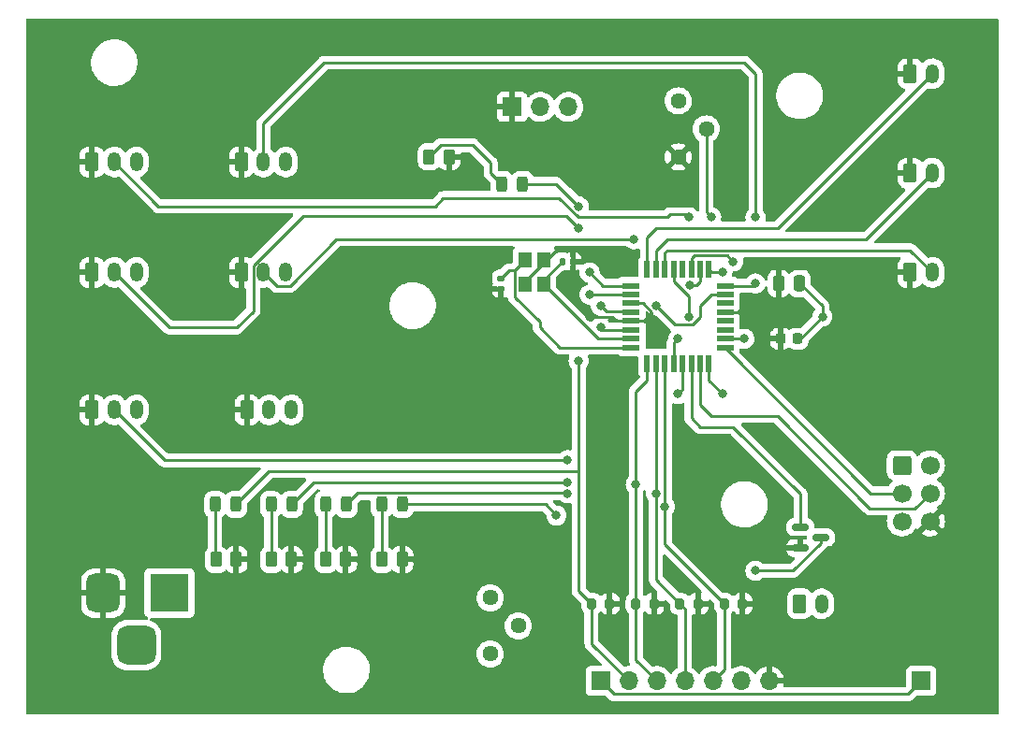
<source format=gtl>
G04 #@! TF.GenerationSoftware,KiCad,Pcbnew,6.0.2+dfsg-1*
G04 #@! TF.CreationDate,2022-11-12T16:15:38-08:00*
G04 #@! TF.ProjectId,controller,636f6e74-726f-46c6-9c65-722e6b696361,rev?*
G04 #@! TF.SameCoordinates,Original*
G04 #@! TF.FileFunction,Copper,L1,Top*
G04 #@! TF.FilePolarity,Positive*
%FSLAX46Y46*%
G04 Gerber Fmt 4.6, Leading zero omitted, Abs format (unit mm)*
G04 Created by KiCad (PCBNEW 6.0.2+dfsg-1) date 2022-11-12 16:15:38*
%MOMM*%
%LPD*%
G01*
G04 APERTURE LIST*
G04 Aperture macros list*
%AMRoundRect*
0 Rectangle with rounded corners*
0 $1 Rounding radius*
0 $2 $3 $4 $5 $6 $7 $8 $9 X,Y pos of 4 corners*
0 Add a 4 corners polygon primitive as box body*
4,1,4,$2,$3,$4,$5,$6,$7,$8,$9,$2,$3,0*
0 Add four circle primitives for the rounded corners*
1,1,$1+$1,$2,$3*
1,1,$1+$1,$4,$5*
1,1,$1+$1,$6,$7*
1,1,$1+$1,$8,$9*
0 Add four rect primitives between the rounded corners*
20,1,$1+$1,$2,$3,$4,$5,0*
20,1,$1+$1,$4,$5,$6,$7,0*
20,1,$1+$1,$6,$7,$8,$9,0*
20,1,$1+$1,$8,$9,$2,$3,0*%
G04 Aperture macros list end*
G04 #@! TA.AperFunction,SMDPad,CuDef*
%ADD10RoundRect,0.140000X0.170000X-0.140000X0.170000X0.140000X-0.170000X0.140000X-0.170000X-0.140000X0*%
G04 #@! TD*
G04 #@! TA.AperFunction,ComponentPad*
%ADD11RoundRect,0.250000X-0.350000X-0.625000X0.350000X-0.625000X0.350000X0.625000X-0.350000X0.625000X0*%
G04 #@! TD*
G04 #@! TA.AperFunction,ComponentPad*
%ADD12O,1.200000X1.750000*%
G04 #@! TD*
G04 #@! TA.AperFunction,ComponentPad*
%ADD13RoundRect,0.250000X-0.600000X-0.600000X0.600000X-0.600000X0.600000X0.600000X-0.600000X0.600000X0*%
G04 #@! TD*
G04 #@! TA.AperFunction,ComponentPad*
%ADD14C,1.700000*%
G04 #@! TD*
G04 #@! TA.AperFunction,ComponentPad*
%ADD15R,1.700000X1.700000*%
G04 #@! TD*
G04 #@! TA.AperFunction,ComponentPad*
%ADD16O,1.700000X1.700000*%
G04 #@! TD*
G04 #@! TA.AperFunction,SMDPad,CuDef*
%ADD17R,1.200000X1.400000*%
G04 #@! TD*
G04 #@! TA.AperFunction,ComponentPad*
%ADD18R,3.500000X3.500000*%
G04 #@! TD*
G04 #@! TA.AperFunction,ComponentPad*
%ADD19RoundRect,0.750000X-0.750000X-1.000000X0.750000X-1.000000X0.750000X1.000000X-0.750000X1.000000X0*%
G04 #@! TD*
G04 #@! TA.AperFunction,ComponentPad*
%ADD20RoundRect,0.875000X-0.875000X-0.875000X0.875000X-0.875000X0.875000X0.875000X-0.875000X0.875000X0*%
G04 #@! TD*
G04 #@! TA.AperFunction,SMDPad,CuDef*
%ADD21R,1.600000X0.550000*%
G04 #@! TD*
G04 #@! TA.AperFunction,SMDPad,CuDef*
%ADD22R,0.550000X1.600000*%
G04 #@! TD*
G04 #@! TA.AperFunction,SMDPad,CuDef*
%ADD23RoundRect,0.243750X-0.243750X-0.456250X0.243750X-0.456250X0.243750X0.456250X-0.243750X0.456250X0*%
G04 #@! TD*
G04 #@! TA.AperFunction,SMDPad,CuDef*
%ADD24RoundRect,0.250000X-0.262500X-0.450000X0.262500X-0.450000X0.262500X0.450000X-0.262500X0.450000X0*%
G04 #@! TD*
G04 #@! TA.AperFunction,SMDPad,CuDef*
%ADD25RoundRect,0.200000X-0.200000X-0.275000X0.200000X-0.275000X0.200000X0.275000X-0.200000X0.275000X0*%
G04 #@! TD*
G04 #@! TA.AperFunction,ComponentPad*
%ADD26C,1.440000*%
G04 #@! TD*
G04 #@! TA.AperFunction,SMDPad,CuDef*
%ADD27RoundRect,0.150000X-0.587500X-0.150000X0.587500X-0.150000X0.587500X0.150000X-0.587500X0.150000X0*%
G04 #@! TD*
G04 #@! TA.AperFunction,SMDPad,CuDef*
%ADD28RoundRect,0.140000X0.140000X0.170000X-0.140000X0.170000X-0.140000X-0.170000X0.140000X-0.170000X0*%
G04 #@! TD*
G04 #@! TA.AperFunction,SMDPad,CuDef*
%ADD29RoundRect,0.250000X0.250000X0.475000X-0.250000X0.475000X-0.250000X-0.475000X0.250000X-0.475000X0*%
G04 #@! TD*
G04 #@! TA.AperFunction,SMDPad,CuDef*
%ADD30RoundRect,0.225000X0.225000X0.250000X-0.225000X0.250000X-0.225000X-0.250000X0.225000X-0.250000X0*%
G04 #@! TD*
G04 #@! TA.AperFunction,ViaPad*
%ADD31C,0.800000*%
G04 #@! TD*
G04 #@! TA.AperFunction,Conductor*
%ADD32C,0.250000*%
G04 #@! TD*
G04 APERTURE END LIST*
D10*
X152000000Y-89480000D03*
X152000000Y-88520000D03*
D11*
X189000000Y-79000000D03*
D12*
X191000000Y-79000000D03*
D13*
X188247500Y-105455000D03*
D14*
X190787500Y-105455000D03*
X188247500Y-107995000D03*
X190787500Y-107995000D03*
X188247500Y-110535000D03*
X190787500Y-110535000D03*
D15*
X161000000Y-125000000D03*
D16*
X163540000Y-125000000D03*
X166080000Y-125000000D03*
X168620000Y-125000000D03*
X171160000Y-125000000D03*
X173700000Y-125000000D03*
X176240000Y-125000000D03*
D17*
X155850000Y-89100000D03*
X155850000Y-86900000D03*
X154150000Y-86900000D03*
X154150000Y-89100000D03*
D11*
X115000000Y-78000000D03*
D12*
X117000000Y-78000000D03*
X119000000Y-78000000D03*
D18*
X122000000Y-117042500D03*
D19*
X116000000Y-117042500D03*
D20*
X119000000Y-121742500D03*
D21*
X163750000Y-89200000D03*
X163750000Y-90000000D03*
X163750000Y-90800000D03*
X163750000Y-91600000D03*
X163750000Y-92400000D03*
X163750000Y-93200000D03*
X163750000Y-94000000D03*
X163750000Y-94800000D03*
D22*
X165200000Y-96250000D03*
X166000000Y-96250000D03*
X166800000Y-96250000D03*
X167600000Y-96250000D03*
X168400000Y-96250000D03*
X169200000Y-96250000D03*
X170000000Y-96250000D03*
X170800000Y-96250000D03*
D21*
X172250000Y-94800000D03*
X172250000Y-94000000D03*
X172250000Y-93200000D03*
X172250000Y-92400000D03*
X172250000Y-91600000D03*
X172250000Y-90800000D03*
X172250000Y-90000000D03*
X172250000Y-89200000D03*
D22*
X170800000Y-87750000D03*
X170000000Y-87750000D03*
X169200000Y-87750000D03*
X168400000Y-87750000D03*
X167600000Y-87750000D03*
X166800000Y-87750000D03*
X166000000Y-87750000D03*
X165200000Y-87750000D03*
D11*
X129000000Y-100450000D03*
D12*
X131000000Y-100450000D03*
X133000000Y-100450000D03*
D11*
X115000000Y-88000000D03*
D12*
X117000000Y-88000000D03*
X119000000Y-88000000D03*
D23*
X141187500Y-109000000D03*
X143062500Y-109000000D03*
D15*
X190000000Y-125000000D03*
D24*
X141212500Y-114000000D03*
X143037500Y-114000000D03*
D11*
X128500000Y-88000000D03*
D12*
X130500000Y-88000000D03*
X132500000Y-88000000D03*
D11*
X115000000Y-100450000D03*
D12*
X117000000Y-100450000D03*
X119000000Y-100450000D03*
D25*
X164175000Y-118000000D03*
X165825000Y-118000000D03*
D15*
X153000000Y-73000000D03*
D16*
X155540000Y-73000000D03*
X158080000Y-73000000D03*
D24*
X131212500Y-114000000D03*
X133037500Y-114000000D03*
D23*
X152062500Y-80000000D03*
X153937500Y-80000000D03*
D26*
X151015000Y-122540000D03*
X153555000Y-120000000D03*
X151015000Y-117460000D03*
D11*
X179000000Y-118000000D03*
D12*
X181000000Y-118000000D03*
D25*
X172175000Y-118000000D03*
X173825000Y-118000000D03*
D23*
X136125000Y-109000000D03*
X138000000Y-109000000D03*
D11*
X128500000Y-78000000D03*
D12*
X130500000Y-78000000D03*
X132500000Y-78000000D03*
D24*
X126212500Y-114000000D03*
X128037500Y-114000000D03*
D11*
X189000000Y-70000000D03*
D12*
X191000000Y-70000000D03*
D23*
X131187500Y-109000000D03*
X133062500Y-109000000D03*
D24*
X145487740Y-77512260D03*
X147312740Y-77512260D03*
D27*
X179062500Y-111050000D03*
X179062500Y-112950000D03*
X180937500Y-112000000D03*
D28*
X158480000Y-87000000D03*
X157520000Y-87000000D03*
D23*
X126125000Y-109000000D03*
X128000000Y-109000000D03*
D29*
X179000000Y-89000000D03*
X177100000Y-89000000D03*
D24*
X136125000Y-114000000D03*
X137950000Y-114000000D03*
D25*
X168175000Y-118000000D03*
X169825000Y-118000000D03*
D11*
X189000000Y-88000000D03*
D12*
X191000000Y-88000000D03*
D25*
X160175000Y-118000000D03*
X161825000Y-118000000D03*
D30*
X178825000Y-94000000D03*
X177275000Y-94000000D03*
D26*
X168015000Y-77540000D03*
X170555000Y-75000000D03*
X168015000Y-72460000D03*
D31*
X175000000Y-115000000D03*
X181050000Y-92000000D03*
X174000000Y-94000000D03*
X161000000Y-91000000D03*
X161000000Y-93000000D03*
X174000000Y-120000000D03*
X161000000Y-96000000D03*
X166000000Y-120000000D03*
X170000000Y-120000000D03*
X147000000Y-67000000D03*
X147000000Y-72000000D03*
X163000000Y-120000000D03*
X160000000Y-92000000D03*
X159000000Y-82000000D03*
X168000000Y-94000000D03*
X160000000Y-90000000D03*
X159000000Y-96000000D03*
X164175000Y-107175000D03*
X158000000Y-107000000D03*
X158000000Y-108000000D03*
X166000000Y-108000000D03*
X166800000Y-109200000D03*
X157000000Y-110000000D03*
X172000000Y-99000000D03*
X169000000Y-92000000D03*
X168000000Y-99000000D03*
X158000000Y-105000000D03*
X169000000Y-83000000D03*
X172000000Y-88000000D03*
X164000000Y-85000000D03*
X169026002Y-89149502D03*
X159000000Y-84000000D03*
X166012299Y-90987701D03*
X175000000Y-89000000D03*
X175000000Y-83000000D03*
X160000000Y-88000000D03*
X171000000Y-83000000D03*
X173000000Y-87000000D03*
D32*
X178421072Y-115000000D02*
X175000000Y-115000000D01*
X180937500Y-112483572D02*
X178421072Y-115000000D01*
X180937500Y-112000000D02*
X180937500Y-112483572D01*
X181050000Y-91050000D02*
X179000000Y-89000000D01*
X161550480Y-91550480D02*
X161000000Y-91000000D01*
X163700480Y-91550480D02*
X161550480Y-91550480D01*
X172250000Y-94000000D02*
X174000000Y-94000000D01*
X161200000Y-93200000D02*
X161000000Y-93000000D01*
X181050000Y-92000000D02*
X181050000Y-91050000D01*
X163750000Y-93200000D02*
X161200000Y-93200000D01*
X163750000Y-91600000D02*
X163700480Y-91550480D01*
X178825000Y-94000000D02*
X179050000Y-94000000D01*
X179050000Y-94000000D02*
X181050000Y-92000000D01*
X155850000Y-86900000D02*
X156100000Y-86900000D01*
X156100000Y-86900000D02*
X157000000Y-86000000D01*
X163750000Y-90800000D02*
X164800000Y-90800000D01*
X165600000Y-91600000D02*
X165600000Y-92400000D01*
X162000000Y-92000000D02*
X160000000Y-92000000D01*
X155850000Y-87150000D02*
X154150000Y-88850000D01*
X155850000Y-86900000D02*
X155850000Y-87150000D01*
X170000000Y-118175000D02*
X169825000Y-118000000D01*
X154150000Y-88850000D02*
X154150000Y-89100000D01*
X166000000Y-118175000D02*
X165825000Y-118000000D01*
X163750000Y-92400000D02*
X162400000Y-92400000D01*
X165600000Y-92400000D02*
X163750000Y-92400000D01*
X172250000Y-91600000D02*
X173600000Y-91600000D01*
X162400000Y-92400000D02*
X162000000Y-92000000D01*
X164800000Y-90800000D02*
X165600000Y-91600000D01*
X155850000Y-88670000D02*
X155850000Y-89100000D01*
X155850000Y-89100000D02*
X160750000Y-94000000D01*
X160750000Y-94000000D02*
X163750000Y-94000000D01*
X157520000Y-87000000D02*
X155850000Y-88670000D01*
X153225489Y-87824511D02*
X153225489Y-90225489D01*
X154150000Y-86900000D02*
X153225489Y-87824511D01*
X163750000Y-94800000D02*
X157280000Y-94800000D01*
X157280000Y-94800000D02*
X155480000Y-93000000D01*
X152695489Y-87824511D02*
X152000000Y-88520000D01*
X153225489Y-90225489D02*
X155480000Y-92480000D01*
X153225489Y-87824511D02*
X152695489Y-87824511D01*
X155480000Y-92480000D02*
X155480000Y-93000000D01*
X149438220Y-76487740D02*
X146512260Y-76487740D01*
X151037980Y-78087500D02*
X149438220Y-76487740D01*
X146512260Y-76487740D02*
X145487740Y-77512260D01*
X152062500Y-80000000D02*
X151037980Y-78975480D01*
X151037980Y-78975480D02*
X151037980Y-78087500D01*
X157000000Y-80000000D02*
X159000000Y-82000000D01*
X167600000Y-94400000D02*
X167600000Y-96250000D01*
X153937500Y-80000000D02*
X157000000Y-80000000D01*
X168000000Y-94000000D02*
X167600000Y-94400000D01*
X126125000Y-109000000D02*
X126125000Y-113912500D01*
X126125000Y-113912500D02*
X126212500Y-114000000D01*
X160000000Y-90000000D02*
X163750000Y-90000000D01*
X159000000Y-116825000D02*
X159000000Y-106000000D01*
X159000000Y-106000000D02*
X159000000Y-96000000D01*
X160175000Y-121635000D02*
X163540000Y-125000000D01*
X160175000Y-118000000D02*
X160175000Y-121635000D01*
X131000000Y-106000000D02*
X159000000Y-106000000D01*
X128000000Y-109000000D02*
X131000000Y-106000000D01*
X160175000Y-118000000D02*
X159000000Y-116825000D01*
X131187500Y-113975000D02*
X131212500Y-114000000D01*
X131187500Y-109000000D02*
X131187500Y-113975000D01*
X135062500Y-107000000D02*
X158000000Y-107000000D01*
X164175000Y-107175000D02*
X164175000Y-98825000D01*
X164175000Y-98825000D02*
X165200000Y-97800000D01*
X165200000Y-97800000D02*
X165200000Y-96250000D01*
X164175000Y-118000000D02*
X164175000Y-107175000D01*
X164175000Y-123095000D02*
X166080000Y-125000000D01*
X164175000Y-118000000D02*
X164175000Y-123095000D01*
X133062500Y-109000000D02*
X135062500Y-107000000D01*
X136125000Y-109000000D02*
X136125000Y-114000000D01*
X166000000Y-115825000D02*
X168175000Y-118000000D01*
X139024520Y-107975480D02*
X157975480Y-107975480D01*
X168620000Y-118445000D02*
X168620000Y-125000000D01*
X166000000Y-96250000D02*
X166000000Y-115825000D01*
X168175000Y-118000000D02*
X168620000Y-118445000D01*
X157975480Y-107975480D02*
X158000000Y-108000000D01*
X138000000Y-109000000D02*
X139024520Y-107975480D01*
X141187500Y-113975000D02*
X141212500Y-114000000D01*
X141187500Y-109000000D02*
X141187500Y-113975000D01*
X166800000Y-96250000D02*
X166800000Y-109200000D01*
X166800000Y-109200000D02*
X166800000Y-112625000D01*
X156000000Y-109000000D02*
X157000000Y-110000000D01*
X143062500Y-109000000D02*
X156000000Y-109000000D01*
X166800000Y-112625000D02*
X172175000Y-118000000D01*
X172175000Y-118000000D02*
X172175000Y-123985000D01*
X172175000Y-123985000D02*
X171160000Y-125000000D01*
X172000000Y-99000000D02*
X170800000Y-97800000D01*
X170800000Y-97800000D02*
X170800000Y-96250000D01*
X188247500Y-107995000D02*
X185445000Y-107995000D01*
X185445000Y-107995000D02*
X172250000Y-94800000D01*
X171000000Y-101000000D02*
X170000000Y-100000000D01*
X189422011Y-109360489D02*
X185360489Y-109360489D01*
X185360489Y-109360489D02*
X177000000Y-101000000D01*
X190787500Y-107995000D02*
X189422011Y-109360489D01*
X170000000Y-100000000D02*
X170000000Y-96250000D01*
X177000000Y-101000000D02*
X171000000Y-101000000D01*
X167600000Y-88800000D02*
X167600000Y-87750000D01*
X169000000Y-90200000D02*
X167600000Y-88800000D01*
X169000000Y-92000000D02*
X169000000Y-90200000D01*
X190000000Y-125000000D02*
X188825489Y-126174511D01*
X162174511Y-126174511D02*
X161000000Y-125000000D01*
X188825489Y-126174511D02*
X162174511Y-126174511D01*
X168000000Y-99000000D02*
X168400000Y-98600000D01*
X168400000Y-98600000D02*
X168400000Y-96250000D01*
X117000000Y-100450000D02*
X121550000Y-105000000D01*
X121550000Y-105000000D02*
X158000000Y-105000000D01*
X191000000Y-70000000D02*
X177000000Y-84000000D01*
X166000000Y-84000000D02*
X165200000Y-84800000D01*
X165200000Y-84800000D02*
X165200000Y-87750000D01*
X177000000Y-84000000D02*
X166000000Y-84000000D01*
X158975386Y-83000000D02*
X167000000Y-83000000D01*
X146000000Y-82000000D02*
X146724511Y-81275489D01*
X157250875Y-81275489D02*
X158975386Y-83000000D01*
X146724511Y-81275489D02*
X157250875Y-81275489D01*
X167000000Y-83000000D02*
X167275489Y-82724511D01*
X171050000Y-88000000D02*
X170800000Y-87750000D01*
X167275489Y-82724511D02*
X168724511Y-82724511D01*
X117000000Y-78000000D02*
X121000000Y-82000000D01*
X168724511Y-82724511D02*
X169000000Y-83000000D01*
X121000000Y-82000000D02*
X146000000Y-82000000D01*
X172000000Y-88000000D02*
X171050000Y-88000000D01*
X130500000Y-88000000D02*
X131699520Y-89199520D01*
X131699520Y-89199520D02*
X132882948Y-89199520D01*
X137082468Y-85000000D02*
X164000000Y-85000000D01*
X169026002Y-89149502D02*
X169650498Y-89149502D01*
X170000000Y-88800000D02*
X170000000Y-87750000D01*
X132882948Y-89199520D02*
X137082468Y-85000000D01*
X169650498Y-89149502D02*
X170000000Y-88800000D01*
X167000000Y-86000000D02*
X166800000Y-86200000D01*
X191000000Y-88000000D02*
X189000000Y-86000000D01*
X189000000Y-86000000D02*
X167000000Y-86000000D01*
X166800000Y-86200000D02*
X166800000Y-87750000D01*
X166000000Y-86000000D02*
X166000000Y-87750000D01*
X185000000Y-85000000D02*
X167000000Y-85000000D01*
X167000000Y-85000000D02*
X166000000Y-86000000D01*
X191000000Y-79000000D02*
X185000000Y-85000000D01*
X170000000Y-91000000D02*
X171000000Y-90000000D01*
X169300103Y-92724511D02*
X170000000Y-92024614D01*
X171000000Y-90000000D02*
X172250000Y-90000000D01*
X128083349Y-92974521D02*
X129575480Y-91482390D01*
X166012299Y-90987701D02*
X167749109Y-92724511D01*
X167749109Y-92724511D02*
X169300103Y-92724511D01*
X129575480Y-91482390D02*
X129575480Y-87342052D01*
X121974521Y-92974521D02*
X128083349Y-92974521D01*
X129575480Y-87342052D02*
X134063288Y-82854244D01*
X117000000Y-88000000D02*
X121974521Y-92974521D01*
X170000000Y-92024614D02*
X170000000Y-91000000D01*
X134063288Y-82854244D02*
X157854244Y-82854244D01*
X157854244Y-82854244D02*
X159000000Y-84000000D01*
X130500000Y-74500000D02*
X136000000Y-69000000D01*
X174800000Y-89200000D02*
X172250000Y-89200000D01*
X175000000Y-89000000D02*
X174800000Y-89200000D01*
X174000000Y-69000000D02*
X175000000Y-70000000D01*
X175000000Y-77967837D02*
X175000000Y-83000000D01*
X175000000Y-70000000D02*
X175000000Y-77967837D01*
X130500000Y-78000000D02*
X130500000Y-74500000D01*
X136000000Y-69000000D02*
X174000000Y-69000000D01*
X163750000Y-89200000D02*
X161200000Y-89200000D01*
X161200000Y-89200000D02*
X160000000Y-88000000D01*
X169449520Y-86449520D02*
X169200000Y-86699040D01*
X169200000Y-86699040D02*
X169200000Y-87750000D01*
X170555000Y-75000000D02*
X170555000Y-82555000D01*
X173000000Y-87000000D02*
X172449520Y-86449520D01*
X172449520Y-86449520D02*
X169449520Y-86449520D01*
X170555000Y-82555000D02*
X171000000Y-83000000D01*
X169200000Y-101200000D02*
X170000000Y-102000000D01*
X173000000Y-102000000D02*
X179062500Y-108062500D01*
X169200000Y-96250000D02*
X169200000Y-101200000D01*
X179062500Y-108062500D02*
X179062500Y-111050000D01*
X170000000Y-102000000D02*
X173000000Y-102000000D01*
G04 #@! TA.AperFunction,Conductor*
G36*
X196942121Y-65020002D02*
G01*
X196988614Y-65073658D01*
X197000000Y-65126000D01*
X197000000Y-127874000D01*
X196979998Y-127942121D01*
X196926342Y-127988614D01*
X196874000Y-128000000D01*
X109126000Y-128000000D01*
X109057879Y-127979998D01*
X109011386Y-127926342D01*
X109000000Y-127874000D01*
X109000000Y-124132703D01*
X135890743Y-124132703D01*
X135891302Y-124136947D01*
X135891302Y-124136951D01*
X135893084Y-124150488D01*
X135928268Y-124417734D01*
X136004129Y-124695036D01*
X136116923Y-124959476D01*
X136128693Y-124979142D01*
X136249109Y-125180342D01*
X136264561Y-125206161D01*
X136444313Y-125430528D01*
X136652851Y-125628423D01*
X136886317Y-125796186D01*
X136890112Y-125798195D01*
X136890113Y-125798196D01*
X136911869Y-125809715D01*
X137140392Y-125930712D01*
X137410373Y-126029511D01*
X137691264Y-126090755D01*
X137719841Y-126093004D01*
X137914282Y-126108307D01*
X137914291Y-126108307D01*
X137916739Y-126108500D01*
X138072271Y-126108500D01*
X138074407Y-126108354D01*
X138074418Y-126108354D01*
X138282548Y-126094165D01*
X138282554Y-126094164D01*
X138286825Y-126093873D01*
X138291020Y-126093004D01*
X138291022Y-126093004D01*
X138427584Y-126064723D01*
X138568342Y-126035574D01*
X138839343Y-125939607D01*
X139094812Y-125807750D01*
X139098313Y-125805289D01*
X139098317Y-125805287D01*
X139212418Y-125725095D01*
X139330023Y-125642441D01*
X139408403Y-125569606D01*
X139537479Y-125449661D01*
X139537481Y-125449658D01*
X139540622Y-125446740D01*
X139722713Y-125224268D01*
X139872927Y-124979142D01*
X139988483Y-124715898D01*
X140067244Y-124439406D01*
X140107751Y-124154784D01*
X140107794Y-124146722D01*
X140109235Y-123871583D01*
X140109235Y-123871576D01*
X140109257Y-123867297D01*
X140106206Y-123844118D01*
X140085162Y-123684280D01*
X140071732Y-123582266D01*
X139995871Y-123304964D01*
X139927538Y-123144760D01*
X139884763Y-123044476D01*
X139884761Y-123044472D01*
X139883077Y-123040524D01*
X139758634Y-122832595D01*
X139737643Y-122797521D01*
X139737640Y-122797517D01*
X139735439Y-122793839D01*
X139555687Y-122569472D01*
X139524630Y-122540000D01*
X149781807Y-122540000D01*
X149800542Y-122754142D01*
X149801966Y-122759455D01*
X149801966Y-122759457D01*
X149821564Y-122832595D01*
X149856178Y-122961777D01*
X149858500Y-122966757D01*
X149858501Y-122966759D01*
X149941505Y-123144760D01*
X149947024Y-123156596D01*
X150070319Y-123332681D01*
X150222319Y-123484681D01*
X150398403Y-123607976D01*
X150403381Y-123610297D01*
X150403384Y-123610299D01*
X150587671Y-123696233D01*
X150593223Y-123698822D01*
X150598531Y-123700244D01*
X150598533Y-123700245D01*
X150795543Y-123753034D01*
X150795545Y-123753034D01*
X150800858Y-123754458D01*
X151015000Y-123773193D01*
X151229142Y-123754458D01*
X151234455Y-123753034D01*
X151234457Y-123753034D01*
X151431467Y-123700245D01*
X151431469Y-123700244D01*
X151436777Y-123698822D01*
X151442329Y-123696233D01*
X151626616Y-123610299D01*
X151626619Y-123610297D01*
X151631597Y-123607976D01*
X151807681Y-123484681D01*
X151959681Y-123332681D01*
X152082976Y-123156596D01*
X152088496Y-123144760D01*
X152171499Y-122966759D01*
X152171500Y-122966757D01*
X152173822Y-122961777D01*
X152208437Y-122832595D01*
X152228034Y-122759457D01*
X152228034Y-122759455D01*
X152229458Y-122754142D01*
X152248193Y-122540000D01*
X152229458Y-122325858D01*
X152173822Y-122118223D01*
X152167226Y-122104077D01*
X152085299Y-121928385D01*
X152085297Y-121928382D01*
X152082976Y-121923404D01*
X151959681Y-121747319D01*
X151807681Y-121595319D01*
X151631597Y-121472024D01*
X151626619Y-121469703D01*
X151626616Y-121469701D01*
X151441759Y-121383501D01*
X151441758Y-121383500D01*
X151436777Y-121381178D01*
X151431469Y-121379756D01*
X151431467Y-121379755D01*
X151234457Y-121326966D01*
X151234455Y-121326966D01*
X151229142Y-121325542D01*
X151015000Y-121306807D01*
X150800858Y-121325542D01*
X150795545Y-121326966D01*
X150795543Y-121326966D01*
X150598533Y-121379755D01*
X150598531Y-121379756D01*
X150593223Y-121381178D01*
X150588243Y-121383500D01*
X150588241Y-121383501D01*
X150403385Y-121469701D01*
X150403382Y-121469703D01*
X150398404Y-121472024D01*
X150222319Y-121595319D01*
X150070319Y-121747319D01*
X149947024Y-121923404D01*
X149944703Y-121928382D01*
X149944701Y-121928385D01*
X149862774Y-122104077D01*
X149856178Y-122118223D01*
X149800542Y-122325858D01*
X149781807Y-122540000D01*
X139524630Y-122540000D01*
X139347149Y-122371577D01*
X139113683Y-122203814D01*
X139091843Y-122192250D01*
X139068654Y-122179972D01*
X138859608Y-122069288D01*
X138624340Y-121983192D01*
X138593658Y-121971964D01*
X138593656Y-121971963D01*
X138589627Y-121970489D01*
X138308736Y-121909245D01*
X138277685Y-121906801D01*
X138085718Y-121891693D01*
X138085709Y-121891693D01*
X138083261Y-121891500D01*
X137927729Y-121891500D01*
X137925593Y-121891646D01*
X137925582Y-121891646D01*
X137717452Y-121905835D01*
X137717446Y-121905836D01*
X137713175Y-121906127D01*
X137708980Y-121906996D01*
X137708978Y-121906996D01*
X137572564Y-121935246D01*
X137431658Y-121964426D01*
X137160657Y-122060393D01*
X136905188Y-122192250D01*
X136901687Y-122194711D01*
X136901683Y-122194713D01*
X136891594Y-122201804D01*
X136669977Y-122357559D01*
X136654892Y-122371577D01*
X136467756Y-122545475D01*
X136459378Y-122553260D01*
X136277287Y-122775732D01*
X136127073Y-123020858D01*
X136125347Y-123024791D01*
X136125346Y-123024792D01*
X136072684Y-123144760D01*
X136011517Y-123284102D01*
X136010342Y-123288229D01*
X136010341Y-123288230D01*
X136006699Y-123301016D01*
X135932756Y-123560594D01*
X135912881Y-123700245D01*
X135893871Y-123833822D01*
X135892249Y-123845216D01*
X135892227Y-123849505D01*
X135892226Y-123849512D01*
X135890765Y-124128417D01*
X135890743Y-124132703D01*
X109000000Y-124132703D01*
X109000000Y-122709864D01*
X116741500Y-122709864D01*
X116744619Y-122767457D01*
X116789620Y-122997893D01*
X116872804Y-123217452D01*
X116921585Y-123300431D01*
X116977324Y-123395246D01*
X116991791Y-123419856D01*
X117143181Y-123599319D01*
X117322644Y-123750709D01*
X117327248Y-123753415D01*
X117327250Y-123753417D01*
X117374780Y-123781358D01*
X117525048Y-123869696D01*
X117744607Y-123952880D01*
X117975043Y-123997881D01*
X117979401Y-123998117D01*
X118030948Y-124000909D01*
X118030963Y-124000909D01*
X118032636Y-124001000D01*
X119967364Y-124001000D01*
X119969037Y-124000909D01*
X119969052Y-124000909D01*
X120020599Y-123998117D01*
X120024957Y-123997881D01*
X120255393Y-123952880D01*
X120474952Y-123869696D01*
X120625220Y-123781358D01*
X120672750Y-123753417D01*
X120672752Y-123753415D01*
X120677356Y-123750709D01*
X120856819Y-123599319D01*
X121008209Y-123419856D01*
X121022677Y-123395246D01*
X121078415Y-123300431D01*
X121127196Y-123217452D01*
X121210380Y-122997893D01*
X121255381Y-122767457D01*
X121258500Y-122709864D01*
X121258500Y-120775136D01*
X121255381Y-120717543D01*
X121210380Y-120487107D01*
X121127196Y-120267548D01*
X121008209Y-120065144D01*
X120953255Y-120000000D01*
X152321807Y-120000000D01*
X152340542Y-120214142D01*
X152396178Y-120421777D01*
X152487024Y-120616596D01*
X152610319Y-120792681D01*
X152762319Y-120944681D01*
X152938403Y-121067976D01*
X152943381Y-121070297D01*
X152943384Y-121070299D01*
X153128241Y-121156499D01*
X153133223Y-121158822D01*
X153138531Y-121160244D01*
X153138533Y-121160245D01*
X153335543Y-121213034D01*
X153335545Y-121213034D01*
X153340858Y-121214458D01*
X153555000Y-121233193D01*
X153769142Y-121214458D01*
X153774455Y-121213034D01*
X153774457Y-121213034D01*
X153971467Y-121160245D01*
X153971469Y-121160244D01*
X153976777Y-121158822D01*
X153981759Y-121156499D01*
X154166616Y-121070299D01*
X154166619Y-121070297D01*
X154171597Y-121067976D01*
X154347681Y-120944681D01*
X154499681Y-120792681D01*
X154622976Y-120616596D01*
X154713822Y-120421777D01*
X154769458Y-120214142D01*
X154788193Y-120000000D01*
X154769458Y-119785858D01*
X154713822Y-119578223D01*
X154671730Y-119487956D01*
X154625299Y-119388385D01*
X154625297Y-119388382D01*
X154622976Y-119383404D01*
X154499681Y-119207319D01*
X154347681Y-119055319D01*
X154171597Y-118932024D01*
X154166619Y-118929703D01*
X154166616Y-118929701D01*
X153981759Y-118843501D01*
X153981758Y-118843500D01*
X153976777Y-118841178D01*
X153971469Y-118839756D01*
X153971467Y-118839755D01*
X153774457Y-118786966D01*
X153774455Y-118786966D01*
X153769142Y-118785542D01*
X153555000Y-118766807D01*
X153340858Y-118785542D01*
X153335545Y-118786966D01*
X153335543Y-118786966D01*
X153138533Y-118839755D01*
X153138531Y-118839756D01*
X153133223Y-118841178D01*
X153128243Y-118843500D01*
X153128241Y-118843501D01*
X152943385Y-118929701D01*
X152943382Y-118929703D01*
X152938404Y-118932024D01*
X152762319Y-119055319D01*
X152610319Y-119207319D01*
X152487024Y-119383404D01*
X152484703Y-119388382D01*
X152484701Y-119388385D01*
X152438270Y-119487956D01*
X152396178Y-119578223D01*
X152340542Y-119785858D01*
X152321807Y-120000000D01*
X120953255Y-120000000D01*
X120856819Y-119885681D01*
X120677356Y-119734291D01*
X120474952Y-119615304D01*
X120288932Y-119544827D01*
X120232317Y-119501988D01*
X120207849Y-119435340D01*
X120223298Y-119366045D01*
X120273759Y-119316102D01*
X120333573Y-119301000D01*
X123798134Y-119301000D01*
X123860316Y-119294245D01*
X123996705Y-119243115D01*
X124113261Y-119155761D01*
X124200615Y-119039205D01*
X124251745Y-118902816D01*
X124258500Y-118840634D01*
X124258500Y-117460000D01*
X149781807Y-117460000D01*
X149800542Y-117674142D01*
X149856178Y-117881777D01*
X149858500Y-117886757D01*
X149858501Y-117886759D01*
X149929771Y-118039596D01*
X149947024Y-118076596D01*
X150070319Y-118252681D01*
X150222319Y-118404681D01*
X150398403Y-118527976D01*
X150403381Y-118530297D01*
X150403384Y-118530299D01*
X150521491Y-118585373D01*
X150593223Y-118618822D01*
X150598531Y-118620244D01*
X150598533Y-118620245D01*
X150795543Y-118673034D01*
X150795545Y-118673034D01*
X150800858Y-118674458D01*
X151015000Y-118693193D01*
X151229142Y-118674458D01*
X151234455Y-118673034D01*
X151234457Y-118673034D01*
X151431467Y-118620245D01*
X151431469Y-118620244D01*
X151436777Y-118618822D01*
X151508509Y-118585373D01*
X151626616Y-118530299D01*
X151626619Y-118530297D01*
X151631597Y-118527976D01*
X151807681Y-118404681D01*
X151959681Y-118252681D01*
X152082976Y-118076596D01*
X152100230Y-118039596D01*
X152171499Y-117886759D01*
X152171500Y-117886757D01*
X152173822Y-117881777D01*
X152229458Y-117674142D01*
X152248193Y-117460000D01*
X152229458Y-117245858D01*
X152221555Y-117216362D01*
X152175245Y-117043533D01*
X152175244Y-117043531D01*
X152173822Y-117038223D01*
X152168003Y-117025744D01*
X152085299Y-116848385D01*
X152085297Y-116848382D01*
X152082976Y-116843404D01*
X151959681Y-116667319D01*
X151807681Y-116515319D01*
X151631597Y-116392024D01*
X151626619Y-116389703D01*
X151626616Y-116389701D01*
X151441759Y-116303501D01*
X151441758Y-116303500D01*
X151436777Y-116301178D01*
X151431469Y-116299756D01*
X151431467Y-116299755D01*
X151234457Y-116246966D01*
X151234455Y-116246966D01*
X151229142Y-116245542D01*
X151015000Y-116226807D01*
X150800858Y-116245542D01*
X150795545Y-116246966D01*
X150795543Y-116246966D01*
X150598533Y-116299755D01*
X150598531Y-116299756D01*
X150593223Y-116301178D01*
X150588243Y-116303500D01*
X150588241Y-116303501D01*
X150403385Y-116389701D01*
X150403382Y-116389703D01*
X150398404Y-116392024D01*
X150222319Y-116515319D01*
X150070319Y-116667319D01*
X149947024Y-116843404D01*
X149944703Y-116848382D01*
X149944701Y-116848385D01*
X149861997Y-117025744D01*
X149856178Y-117038223D01*
X149854756Y-117043531D01*
X149854755Y-117043533D01*
X149808445Y-117216362D01*
X149800542Y-117245858D01*
X149781807Y-117460000D01*
X124258500Y-117460000D01*
X124258500Y-115244366D01*
X124251745Y-115182184D01*
X124200615Y-115045795D01*
X124113261Y-114929239D01*
X123996705Y-114841885D01*
X123860316Y-114790755D01*
X123798134Y-114784000D01*
X120201866Y-114784000D01*
X120139684Y-114790755D01*
X120003295Y-114841885D01*
X119886739Y-114929239D01*
X119799385Y-115045795D01*
X119748255Y-115182184D01*
X119741500Y-115244366D01*
X119741500Y-118840634D01*
X119748255Y-118902816D01*
X119799385Y-119039205D01*
X119886739Y-119155761D01*
X120003295Y-119243115D01*
X120011696Y-119246264D01*
X120013918Y-119247481D01*
X120064064Y-119297740D01*
X120079077Y-119367131D01*
X120054191Y-119433623D01*
X119997307Y-119476105D01*
X119953408Y-119484000D01*
X118032636Y-119484000D01*
X118030963Y-119484091D01*
X118030948Y-119484091D01*
X117980773Y-119486809D01*
X117975043Y-119487119D01*
X117970757Y-119487956D01*
X117898904Y-119501988D01*
X117744607Y-119532120D01*
X117525048Y-119615304D01*
X117322644Y-119734291D01*
X117143181Y-119885681D01*
X116991791Y-120065144D01*
X116872804Y-120267548D01*
X116789620Y-120487107D01*
X116744619Y-120717543D01*
X116741500Y-120775136D01*
X116741500Y-122709864D01*
X109000000Y-122709864D01*
X109000000Y-118102461D01*
X113992001Y-118102461D01*
X113992209Y-118107571D01*
X114003082Y-118241267D01*
X114004852Y-118251820D01*
X114057967Y-118458685D01*
X114061701Y-118469231D01*
X114150510Y-118663205D01*
X114156046Y-118672912D01*
X114277803Y-118848097D01*
X114284976Y-118856676D01*
X114435824Y-119007524D01*
X114444403Y-119014697D01*
X114619588Y-119136454D01*
X114629295Y-119141990D01*
X114823269Y-119230799D01*
X114833815Y-119234533D01*
X115040679Y-119287647D01*
X115051234Y-119289418D01*
X115184930Y-119300293D01*
X115190036Y-119300500D01*
X115727885Y-119300500D01*
X115743124Y-119296025D01*
X115744329Y-119294635D01*
X115746000Y-119286952D01*
X115746000Y-119282384D01*
X116254000Y-119282384D01*
X116258475Y-119297623D01*
X116259865Y-119298828D01*
X116267548Y-119300499D01*
X116809961Y-119300499D01*
X116815071Y-119300291D01*
X116948767Y-119289418D01*
X116959320Y-119287648D01*
X117166185Y-119234533D01*
X117176731Y-119230799D01*
X117370705Y-119141990D01*
X117380412Y-119136454D01*
X117555597Y-119014697D01*
X117564176Y-119007524D01*
X117715024Y-118856676D01*
X117722197Y-118848097D01*
X117843954Y-118672912D01*
X117849490Y-118663205D01*
X117938299Y-118469231D01*
X117942033Y-118458685D01*
X117995147Y-118251821D01*
X117996918Y-118241266D01*
X118007793Y-118107570D01*
X118008000Y-118102464D01*
X118008000Y-117314615D01*
X118003525Y-117299376D01*
X118002135Y-117298171D01*
X117994452Y-117296500D01*
X116272115Y-117296500D01*
X116256876Y-117300975D01*
X116255671Y-117302365D01*
X116254000Y-117310048D01*
X116254000Y-119282384D01*
X115746000Y-119282384D01*
X115746000Y-117314615D01*
X115741525Y-117299376D01*
X115740135Y-117298171D01*
X115732452Y-117296500D01*
X114010116Y-117296500D01*
X113994877Y-117300975D01*
X113993672Y-117302365D01*
X113992001Y-117310048D01*
X113992001Y-118102461D01*
X109000000Y-118102461D01*
X109000000Y-116770385D01*
X113992000Y-116770385D01*
X113996475Y-116785624D01*
X113997865Y-116786829D01*
X114005548Y-116788500D01*
X115727885Y-116788500D01*
X115743124Y-116784025D01*
X115744329Y-116782635D01*
X115746000Y-116774952D01*
X115746000Y-116770385D01*
X116254000Y-116770385D01*
X116258475Y-116785624D01*
X116259865Y-116786829D01*
X116267548Y-116788500D01*
X117989884Y-116788500D01*
X118005123Y-116784025D01*
X118006328Y-116782635D01*
X118007999Y-116774952D01*
X118007999Y-115982539D01*
X118007791Y-115977429D01*
X117996918Y-115843733D01*
X117995148Y-115833180D01*
X117942033Y-115626315D01*
X117938299Y-115615769D01*
X117849490Y-115421795D01*
X117843954Y-115412088D01*
X117722197Y-115236903D01*
X117715024Y-115228324D01*
X117564176Y-115077476D01*
X117555597Y-115070303D01*
X117380412Y-114948546D01*
X117370705Y-114943010D01*
X117176731Y-114854201D01*
X117166185Y-114850467D01*
X116959321Y-114797353D01*
X116948766Y-114795582D01*
X116815070Y-114784707D01*
X116809964Y-114784500D01*
X116272115Y-114784500D01*
X116256876Y-114788975D01*
X116255671Y-114790365D01*
X116254000Y-114798048D01*
X116254000Y-116770385D01*
X115746000Y-116770385D01*
X115746000Y-114802616D01*
X115741525Y-114787377D01*
X115740135Y-114786172D01*
X115732452Y-114784501D01*
X115190039Y-114784501D01*
X115184929Y-114784709D01*
X115051233Y-114795582D01*
X115040680Y-114797352D01*
X114833815Y-114850467D01*
X114823269Y-114854201D01*
X114629295Y-114943010D01*
X114619588Y-114948546D01*
X114444403Y-115070303D01*
X114435824Y-115077476D01*
X114284976Y-115228324D01*
X114277803Y-115236903D01*
X114156046Y-115412088D01*
X114150510Y-115421795D01*
X114061701Y-115615769D01*
X114057967Y-115626315D01*
X114004853Y-115833179D01*
X114003082Y-115843734D01*
X113992207Y-115977430D01*
X113992000Y-115982536D01*
X113992000Y-116770385D01*
X109000000Y-116770385D01*
X109000000Y-101122095D01*
X113892001Y-101122095D01*
X113892338Y-101128614D01*
X113902257Y-101224206D01*
X113905149Y-101237600D01*
X113956588Y-101391784D01*
X113962761Y-101404962D01*
X114048063Y-101542807D01*
X114057099Y-101554208D01*
X114171829Y-101668739D01*
X114183240Y-101677751D01*
X114321243Y-101762816D01*
X114334424Y-101768963D01*
X114488710Y-101820138D01*
X114502086Y-101823005D01*
X114596438Y-101832672D01*
X114602854Y-101833000D01*
X114727885Y-101833000D01*
X114743124Y-101828525D01*
X114744329Y-101827135D01*
X114746000Y-101819452D01*
X114746000Y-101814884D01*
X115254000Y-101814884D01*
X115258475Y-101830123D01*
X115259865Y-101831328D01*
X115267548Y-101832999D01*
X115397095Y-101832999D01*
X115403614Y-101832662D01*
X115499206Y-101822743D01*
X115512600Y-101819851D01*
X115666784Y-101768412D01*
X115679962Y-101762239D01*
X115817807Y-101676937D01*
X115829208Y-101667901D01*
X115943739Y-101553171D01*
X115952751Y-101541760D01*
X115980745Y-101496345D01*
X116033517Y-101448852D01*
X116103589Y-101437428D01*
X116168713Y-101465702D01*
X116187088Y-101484625D01*
X116193604Y-101492920D01*
X116198135Y-101496852D01*
X116198138Y-101496855D01*
X116284058Y-101571412D01*
X116353363Y-101631552D01*
X116358549Y-101634552D01*
X116358553Y-101634555D01*
X116454957Y-101690326D01*
X116536454Y-101737473D01*
X116736271Y-101806861D01*
X116742206Y-101807722D01*
X116742208Y-101807722D01*
X116939664Y-101836352D01*
X116939667Y-101836352D01*
X116945604Y-101837213D01*
X117156899Y-101827433D01*
X117256983Y-101803313D01*
X117349818Y-101780940D01*
X117420729Y-101784425D01*
X117468434Y-101814338D01*
X121046343Y-105392247D01*
X121053887Y-105400537D01*
X121058000Y-105407018D01*
X121063777Y-105412443D01*
X121107667Y-105453658D01*
X121110509Y-105456413D01*
X121130231Y-105476135D01*
X121133373Y-105478572D01*
X121133433Y-105478619D01*
X121142445Y-105486317D01*
X121168036Y-105510347D01*
X121174679Y-105516586D01*
X121181622Y-105520403D01*
X121192431Y-105526345D01*
X121208953Y-105537198D01*
X121224959Y-105549614D01*
X121232237Y-105552764D01*
X121232238Y-105552764D01*
X121265537Y-105567174D01*
X121276187Y-105572391D01*
X121314940Y-105593695D01*
X121322615Y-105595666D01*
X121322616Y-105595666D01*
X121334562Y-105598733D01*
X121353267Y-105605137D01*
X121371855Y-105613181D01*
X121379678Y-105614420D01*
X121379688Y-105614423D01*
X121415524Y-105620099D01*
X121427144Y-105622505D01*
X121462289Y-105631528D01*
X121469970Y-105633500D01*
X121490224Y-105633500D01*
X121509934Y-105635051D01*
X121529943Y-105638220D01*
X121537835Y-105637474D01*
X121573961Y-105634059D01*
X121585819Y-105633500D01*
X130166406Y-105633500D01*
X130234527Y-105653502D01*
X130281020Y-105707158D01*
X130291124Y-105777432D01*
X130261630Y-105842012D01*
X130255502Y-105848594D01*
X129302426Y-106801669D01*
X128349500Y-107754595D01*
X128287188Y-107788621D01*
X128260405Y-107791500D01*
X127758718Y-107791501D01*
X127706270Y-107791501D01*
X127601371Y-107802384D01*
X127594840Y-107804563D01*
X127594835Y-107804564D01*
X127480546Y-107842694D01*
X127434974Y-107857898D01*
X127285811Y-107950203D01*
X127161883Y-108074347D01*
X127160081Y-108077270D01*
X127103471Y-108117408D01*
X127032548Y-108120642D01*
X126971136Y-108085018D01*
X126965584Y-108078622D01*
X126962297Y-108073311D01*
X126838153Y-107949383D01*
X126688829Y-107857339D01*
X126603867Y-107829158D01*
X126528866Y-107804281D01*
X126528864Y-107804281D01*
X126522335Y-107802115D01*
X126418731Y-107791500D01*
X126127266Y-107791500D01*
X125831270Y-107791501D01*
X125726371Y-107802384D01*
X125719840Y-107804563D01*
X125719835Y-107804564D01*
X125605546Y-107842694D01*
X125559974Y-107857898D01*
X125410811Y-107950203D01*
X125286883Y-108074347D01*
X125194839Y-108223671D01*
X125192534Y-108230619D01*
X125192534Y-108230620D01*
X125169185Y-108301016D01*
X125139615Y-108390165D01*
X125129000Y-108493769D01*
X125129001Y-109506230D01*
X125139884Y-109611129D01*
X125142063Y-109617660D01*
X125142064Y-109617665D01*
X125179951Y-109731226D01*
X125195398Y-109777526D01*
X125287703Y-109926689D01*
X125292884Y-109931861D01*
X125292885Y-109931862D01*
X125311423Y-109950368D01*
X125411847Y-110050617D01*
X125418077Y-110054457D01*
X125418078Y-110054458D01*
X125431615Y-110062802D01*
X125479109Y-110115574D01*
X125491500Y-110170062D01*
X125491500Y-112883520D01*
X125471498Y-112951641D01*
X125454675Y-112972536D01*
X125350695Y-113076697D01*
X125346855Y-113082927D01*
X125346854Y-113082928D01*
X125264907Y-113215871D01*
X125257885Y-113227262D01*
X125202203Y-113395139D01*
X125191500Y-113499600D01*
X125191500Y-114500400D01*
X125191837Y-114503646D01*
X125191837Y-114503650D01*
X125201618Y-114597914D01*
X125202474Y-114606166D01*
X125204655Y-114612702D01*
X125204655Y-114612704D01*
X125212003Y-114634729D01*
X125258450Y-114773946D01*
X125351522Y-114924348D01*
X125476697Y-115049305D01*
X125482927Y-115053145D01*
X125482928Y-115053146D01*
X125620288Y-115137816D01*
X125627262Y-115142115D01*
X125707005Y-115168564D01*
X125788611Y-115195632D01*
X125788613Y-115195632D01*
X125795139Y-115197797D01*
X125801975Y-115198497D01*
X125801978Y-115198498D01*
X125845031Y-115202909D01*
X125899600Y-115208500D01*
X126525400Y-115208500D01*
X126528646Y-115208163D01*
X126528650Y-115208163D01*
X126624308Y-115198238D01*
X126624312Y-115198237D01*
X126631166Y-115197526D01*
X126637702Y-115195345D01*
X126637704Y-115195345D01*
X126769806Y-115151272D01*
X126798946Y-115141550D01*
X126949348Y-115048478D01*
X127036137Y-114961537D01*
X127098421Y-114927458D01*
X127169241Y-114932461D01*
X127214329Y-114961382D01*
X127296829Y-115043739D01*
X127308240Y-115052751D01*
X127446243Y-115137816D01*
X127459424Y-115143963D01*
X127613710Y-115195138D01*
X127627086Y-115198005D01*
X127721438Y-115207672D01*
X127727854Y-115208000D01*
X127765385Y-115208000D01*
X127780624Y-115203525D01*
X127781829Y-115202135D01*
X127783500Y-115194452D01*
X127783500Y-115189884D01*
X128291500Y-115189884D01*
X128295975Y-115205123D01*
X128297365Y-115206328D01*
X128305048Y-115207999D01*
X128347095Y-115207999D01*
X128353614Y-115207662D01*
X128449206Y-115197743D01*
X128462600Y-115194851D01*
X128616784Y-115143412D01*
X128629962Y-115137239D01*
X128767807Y-115051937D01*
X128779208Y-115042901D01*
X128893739Y-114928171D01*
X128902751Y-114916760D01*
X128987816Y-114778757D01*
X128993963Y-114765576D01*
X129045138Y-114611290D01*
X129048005Y-114597914D01*
X129057672Y-114503562D01*
X129058000Y-114497146D01*
X129058000Y-114272115D01*
X129053525Y-114256876D01*
X129052135Y-114255671D01*
X129044452Y-114254000D01*
X128309615Y-114254000D01*
X128294376Y-114258475D01*
X128293171Y-114259865D01*
X128291500Y-114267548D01*
X128291500Y-115189884D01*
X127783500Y-115189884D01*
X127783500Y-113727885D01*
X128291500Y-113727885D01*
X128295975Y-113743124D01*
X128297365Y-113744329D01*
X128305048Y-113746000D01*
X129039884Y-113746000D01*
X129055123Y-113741525D01*
X129056328Y-113740135D01*
X129057999Y-113732452D01*
X129057999Y-113502905D01*
X129057662Y-113496386D01*
X129047743Y-113400794D01*
X129044851Y-113387400D01*
X128993412Y-113233216D01*
X128987239Y-113220038D01*
X128901937Y-113082193D01*
X128892901Y-113070792D01*
X128778171Y-112956261D01*
X128766760Y-112947249D01*
X128628757Y-112862184D01*
X128615576Y-112856037D01*
X128461290Y-112804862D01*
X128447914Y-112801995D01*
X128353562Y-112792328D01*
X128347145Y-112792000D01*
X128309615Y-112792000D01*
X128294376Y-112796475D01*
X128293171Y-112797865D01*
X128291500Y-112805548D01*
X128291500Y-113727885D01*
X127783500Y-113727885D01*
X127783500Y-112810116D01*
X127779025Y-112794877D01*
X127777635Y-112793672D01*
X127769952Y-112792001D01*
X127727905Y-112792001D01*
X127721386Y-112792338D01*
X127625794Y-112802257D01*
X127612400Y-112805149D01*
X127458216Y-112856588D01*
X127445038Y-112862761D01*
X127307193Y-112948063D01*
X127295792Y-112957099D01*
X127214570Y-113038462D01*
X127152287Y-113072541D01*
X127081467Y-113067538D01*
X127036380Y-113038617D01*
X126953488Y-112955870D01*
X126953483Y-112955866D01*
X126948303Y-112950695D01*
X126930917Y-112939978D01*
X126818384Y-112870611D01*
X126770890Y-112817838D01*
X126758500Y-112763351D01*
X126758500Y-110169931D01*
X126778502Y-110101810D01*
X126818196Y-110062788D01*
X126839189Y-110049797D01*
X126963117Y-109925653D01*
X126964919Y-109922730D01*
X127021529Y-109882592D01*
X127092452Y-109879358D01*
X127153864Y-109914982D01*
X127159416Y-109921378D01*
X127162703Y-109926689D01*
X127167884Y-109931861D01*
X127186423Y-109950368D01*
X127286847Y-110050617D01*
X127436171Y-110142661D01*
X127443119Y-110144966D01*
X127443120Y-110144966D01*
X127596134Y-110195719D01*
X127596136Y-110195719D01*
X127602665Y-110197885D01*
X127706269Y-110208500D01*
X127997734Y-110208500D01*
X128293730Y-110208499D01*
X128398629Y-110197616D01*
X128405160Y-110195437D01*
X128405165Y-110195436D01*
X128558078Y-110144420D01*
X128565026Y-110142102D01*
X128714189Y-110049797D01*
X128838117Y-109925653D01*
X128930161Y-109776329D01*
X128950205Y-109715898D01*
X128983219Y-109616366D01*
X128983219Y-109616364D01*
X128985385Y-109609835D01*
X128996000Y-109506231D01*
X128995999Y-108952095D01*
X129016001Y-108883974D01*
X129032904Y-108863000D01*
X131225499Y-106670405D01*
X131287811Y-106636379D01*
X131314594Y-106633500D01*
X134228906Y-106633500D01*
X134297027Y-106653502D01*
X134343520Y-106707158D01*
X134353624Y-106777432D01*
X134324130Y-106842012D01*
X134318017Y-106848579D01*
X133411998Y-107754597D01*
X133349688Y-107788621D01*
X133322905Y-107791500D01*
X132821218Y-107791501D01*
X132768770Y-107791501D01*
X132663871Y-107802384D01*
X132657340Y-107804563D01*
X132657335Y-107804564D01*
X132543046Y-107842694D01*
X132497474Y-107857898D01*
X132348311Y-107950203D01*
X132224383Y-108074347D01*
X132222581Y-108077270D01*
X132165971Y-108117408D01*
X132095048Y-108120642D01*
X132033636Y-108085018D01*
X132028084Y-108078622D01*
X132024797Y-108073311D01*
X131900653Y-107949383D01*
X131751329Y-107857339D01*
X131666367Y-107829158D01*
X131591366Y-107804281D01*
X131591364Y-107804281D01*
X131584835Y-107802115D01*
X131481231Y-107791500D01*
X131189766Y-107791500D01*
X130893770Y-107791501D01*
X130788871Y-107802384D01*
X130782340Y-107804563D01*
X130782335Y-107804564D01*
X130668046Y-107842694D01*
X130622474Y-107857898D01*
X130473311Y-107950203D01*
X130349383Y-108074347D01*
X130257339Y-108223671D01*
X130255034Y-108230619D01*
X130255034Y-108230620D01*
X130231685Y-108301016D01*
X130202115Y-108390165D01*
X130191500Y-108493769D01*
X130191501Y-109506230D01*
X130202384Y-109611129D01*
X130204563Y-109617660D01*
X130204564Y-109617665D01*
X130242451Y-109731226D01*
X130257898Y-109777526D01*
X130350203Y-109926689D01*
X130355384Y-109931861D01*
X130355385Y-109931862D01*
X130373923Y-109950368D01*
X130474347Y-110050617D01*
X130480577Y-110054457D01*
X130480578Y-110054458D01*
X130494115Y-110062802D01*
X130541609Y-110115574D01*
X130554000Y-110170062D01*
X130554000Y-112832835D01*
X130533998Y-112900956D01*
X130494305Y-112939978D01*
X130481877Y-112947669D01*
X130481872Y-112947673D01*
X130475652Y-112951522D01*
X130350695Y-113076697D01*
X130346855Y-113082927D01*
X130346854Y-113082928D01*
X130264907Y-113215871D01*
X130257885Y-113227262D01*
X130202203Y-113395139D01*
X130191500Y-113499600D01*
X130191500Y-114500400D01*
X130191837Y-114503646D01*
X130191837Y-114503650D01*
X130201618Y-114597914D01*
X130202474Y-114606166D01*
X130204655Y-114612702D01*
X130204655Y-114612704D01*
X130212003Y-114634729D01*
X130258450Y-114773946D01*
X130351522Y-114924348D01*
X130476697Y-115049305D01*
X130482927Y-115053145D01*
X130482928Y-115053146D01*
X130620288Y-115137816D01*
X130627262Y-115142115D01*
X130707005Y-115168564D01*
X130788611Y-115195632D01*
X130788613Y-115195632D01*
X130795139Y-115197797D01*
X130801975Y-115198497D01*
X130801978Y-115198498D01*
X130845031Y-115202909D01*
X130899600Y-115208500D01*
X131525400Y-115208500D01*
X131528646Y-115208163D01*
X131528650Y-115208163D01*
X131624308Y-115198238D01*
X131624312Y-115198237D01*
X131631166Y-115197526D01*
X131637702Y-115195345D01*
X131637704Y-115195345D01*
X131769806Y-115151272D01*
X131798946Y-115141550D01*
X131949348Y-115048478D01*
X132036137Y-114961537D01*
X132098421Y-114927458D01*
X132169241Y-114932461D01*
X132214329Y-114961382D01*
X132296829Y-115043739D01*
X132308240Y-115052751D01*
X132446243Y-115137816D01*
X132459424Y-115143963D01*
X132613710Y-115195138D01*
X132627086Y-115198005D01*
X132721438Y-115207672D01*
X132727854Y-115208000D01*
X132765385Y-115208000D01*
X132780624Y-115203525D01*
X132781829Y-115202135D01*
X132783500Y-115194452D01*
X132783500Y-115189884D01*
X133291500Y-115189884D01*
X133295975Y-115205123D01*
X133297365Y-115206328D01*
X133305048Y-115207999D01*
X133347095Y-115207999D01*
X133353614Y-115207662D01*
X133449206Y-115197743D01*
X133462600Y-115194851D01*
X133616784Y-115143412D01*
X133629962Y-115137239D01*
X133767807Y-115051937D01*
X133779208Y-115042901D01*
X133893739Y-114928171D01*
X133902751Y-114916760D01*
X133987816Y-114778757D01*
X133993963Y-114765576D01*
X134045138Y-114611290D01*
X134048005Y-114597914D01*
X134057672Y-114503562D01*
X134058000Y-114497146D01*
X134058000Y-114272115D01*
X134053525Y-114256876D01*
X134052135Y-114255671D01*
X134044452Y-114254000D01*
X133309615Y-114254000D01*
X133294376Y-114258475D01*
X133293171Y-114259865D01*
X133291500Y-114267548D01*
X133291500Y-115189884D01*
X132783500Y-115189884D01*
X132783500Y-113727885D01*
X133291500Y-113727885D01*
X133295975Y-113743124D01*
X133297365Y-113744329D01*
X133305048Y-113746000D01*
X134039884Y-113746000D01*
X134055123Y-113741525D01*
X134056328Y-113740135D01*
X134057999Y-113732452D01*
X134057999Y-113502905D01*
X134057662Y-113496386D01*
X134047743Y-113400794D01*
X134044851Y-113387400D01*
X133993412Y-113233216D01*
X133987239Y-113220038D01*
X133901937Y-113082193D01*
X133892901Y-113070792D01*
X133778171Y-112956261D01*
X133766760Y-112947249D01*
X133628757Y-112862184D01*
X133615576Y-112856037D01*
X133461290Y-112804862D01*
X133447914Y-112801995D01*
X133353562Y-112792328D01*
X133347145Y-112792000D01*
X133309615Y-112792000D01*
X133294376Y-112796475D01*
X133293171Y-112797865D01*
X133291500Y-112805548D01*
X133291500Y-113727885D01*
X132783500Y-113727885D01*
X132783500Y-112810116D01*
X132779025Y-112794877D01*
X132777635Y-112793672D01*
X132769952Y-112792001D01*
X132727905Y-112792001D01*
X132721386Y-112792338D01*
X132625794Y-112802257D01*
X132612400Y-112805149D01*
X132458216Y-112856588D01*
X132445038Y-112862761D01*
X132307193Y-112948063D01*
X132295792Y-112957099D01*
X132214570Y-113038462D01*
X132152287Y-113072541D01*
X132081467Y-113067538D01*
X132036380Y-113038617D01*
X131953488Y-112955870D01*
X131953483Y-112955866D01*
X131948303Y-112950695D01*
X131930917Y-112939978D01*
X131880884Y-112909137D01*
X131833390Y-112856364D01*
X131821000Y-112801877D01*
X131821000Y-110169931D01*
X131841002Y-110101810D01*
X131880696Y-110062788D01*
X131901689Y-110049797D01*
X132025617Y-109925653D01*
X132027419Y-109922730D01*
X132084029Y-109882592D01*
X132154952Y-109879358D01*
X132216364Y-109914982D01*
X132221916Y-109921378D01*
X132225203Y-109926689D01*
X132230384Y-109931861D01*
X132248923Y-109950368D01*
X132349347Y-110050617D01*
X132498671Y-110142661D01*
X132505619Y-110144966D01*
X132505620Y-110144966D01*
X132658634Y-110195719D01*
X132658636Y-110195719D01*
X132665165Y-110197885D01*
X132768769Y-110208500D01*
X133060234Y-110208500D01*
X133356230Y-110208499D01*
X133461129Y-110197616D01*
X133467660Y-110195437D01*
X133467665Y-110195436D01*
X133620578Y-110144420D01*
X133627526Y-110142102D01*
X133776689Y-110049797D01*
X133900617Y-109925653D01*
X133992661Y-109776329D01*
X134012705Y-109715898D01*
X134045719Y-109616366D01*
X134045719Y-109616364D01*
X134047885Y-109609835D01*
X134058500Y-109506231D01*
X134058499Y-108952095D01*
X134078501Y-108883974D01*
X134095404Y-108863000D01*
X135288000Y-107670405D01*
X135350312Y-107636379D01*
X135377095Y-107633500D01*
X135479538Y-107633500D01*
X135547659Y-107653502D01*
X135594152Y-107707158D01*
X135604256Y-107777432D01*
X135574762Y-107842012D01*
X135545842Y-107866643D01*
X135410811Y-107950203D01*
X135286883Y-108074347D01*
X135194839Y-108223671D01*
X135192534Y-108230619D01*
X135192534Y-108230620D01*
X135169185Y-108301016D01*
X135139615Y-108390165D01*
X135129000Y-108493769D01*
X135129001Y-109506230D01*
X135139884Y-109611129D01*
X135142063Y-109617660D01*
X135142064Y-109617665D01*
X135179951Y-109731226D01*
X135195398Y-109777526D01*
X135287703Y-109926689D01*
X135292884Y-109931861D01*
X135292885Y-109931862D01*
X135311423Y-109950368D01*
X135411847Y-110050617D01*
X135418077Y-110054457D01*
X135418078Y-110054458D01*
X135431615Y-110062802D01*
X135479109Y-110115574D01*
X135491500Y-110170062D01*
X135491500Y-112817366D01*
X135471498Y-112885487D01*
X135431804Y-112924509D01*
X135388152Y-112951522D01*
X135263195Y-113076697D01*
X135259355Y-113082927D01*
X135259354Y-113082928D01*
X135177407Y-113215871D01*
X135170385Y-113227262D01*
X135114703Y-113395139D01*
X135104000Y-113499600D01*
X135104000Y-114500400D01*
X135104337Y-114503646D01*
X135104337Y-114503650D01*
X135114118Y-114597914D01*
X135114974Y-114606166D01*
X135117155Y-114612702D01*
X135117155Y-114612704D01*
X135124503Y-114634729D01*
X135170950Y-114773946D01*
X135264022Y-114924348D01*
X135389197Y-115049305D01*
X135395427Y-115053145D01*
X135395428Y-115053146D01*
X135532788Y-115137816D01*
X135539762Y-115142115D01*
X135619505Y-115168564D01*
X135701111Y-115195632D01*
X135701113Y-115195632D01*
X135707639Y-115197797D01*
X135714475Y-115198497D01*
X135714478Y-115198498D01*
X135757531Y-115202909D01*
X135812100Y-115208500D01*
X136437900Y-115208500D01*
X136441146Y-115208163D01*
X136441150Y-115208163D01*
X136536808Y-115198238D01*
X136536812Y-115198237D01*
X136543666Y-115197526D01*
X136550202Y-115195345D01*
X136550204Y-115195345D01*
X136682306Y-115151272D01*
X136711446Y-115141550D01*
X136861848Y-115048478D01*
X136948637Y-114961537D01*
X137010921Y-114927458D01*
X137081741Y-114932461D01*
X137126829Y-114961382D01*
X137209329Y-115043739D01*
X137220740Y-115052751D01*
X137358743Y-115137816D01*
X137371924Y-115143963D01*
X137526210Y-115195138D01*
X137539586Y-115198005D01*
X137633938Y-115207672D01*
X137640354Y-115208000D01*
X137677885Y-115208000D01*
X137693124Y-115203525D01*
X137694329Y-115202135D01*
X137696000Y-115194452D01*
X137696000Y-115189884D01*
X138204000Y-115189884D01*
X138208475Y-115205123D01*
X138209865Y-115206328D01*
X138217548Y-115207999D01*
X138259595Y-115207999D01*
X138266114Y-115207662D01*
X138361706Y-115197743D01*
X138375100Y-115194851D01*
X138529284Y-115143412D01*
X138542462Y-115137239D01*
X138680307Y-115051937D01*
X138691708Y-115042901D01*
X138806239Y-114928171D01*
X138815251Y-114916760D01*
X138900316Y-114778757D01*
X138906463Y-114765576D01*
X138957638Y-114611290D01*
X138960505Y-114597914D01*
X138970172Y-114503562D01*
X138970500Y-114497146D01*
X138970500Y-114272115D01*
X138966025Y-114256876D01*
X138964635Y-114255671D01*
X138956952Y-114254000D01*
X138222115Y-114254000D01*
X138206876Y-114258475D01*
X138205671Y-114259865D01*
X138204000Y-114267548D01*
X138204000Y-115189884D01*
X137696000Y-115189884D01*
X137696000Y-113727885D01*
X138204000Y-113727885D01*
X138208475Y-113743124D01*
X138209865Y-113744329D01*
X138217548Y-113746000D01*
X138952384Y-113746000D01*
X138967623Y-113741525D01*
X138968828Y-113740135D01*
X138970499Y-113732452D01*
X138970499Y-113502905D01*
X138970162Y-113496386D01*
X138960243Y-113400794D01*
X138957351Y-113387400D01*
X138905912Y-113233216D01*
X138899739Y-113220038D01*
X138814437Y-113082193D01*
X138805401Y-113070792D01*
X138690671Y-112956261D01*
X138679260Y-112947249D01*
X138541257Y-112862184D01*
X138528076Y-112856037D01*
X138373790Y-112804862D01*
X138360414Y-112801995D01*
X138266062Y-112792328D01*
X138259645Y-112792000D01*
X138222115Y-112792000D01*
X138206876Y-112796475D01*
X138205671Y-112797865D01*
X138204000Y-112805548D01*
X138204000Y-113727885D01*
X137696000Y-113727885D01*
X137696000Y-112810116D01*
X137691525Y-112794877D01*
X137690135Y-112793672D01*
X137682452Y-112792001D01*
X137640405Y-112792001D01*
X137633886Y-112792338D01*
X137538294Y-112802257D01*
X137524900Y-112805149D01*
X137370716Y-112856588D01*
X137357538Y-112862761D01*
X137219693Y-112948063D01*
X137208292Y-112957099D01*
X137127070Y-113038462D01*
X137064787Y-113072541D01*
X136993967Y-113067538D01*
X136948880Y-113038617D01*
X136865988Y-112955870D01*
X136865983Y-112955866D01*
X136860803Y-112950695D01*
X136846235Y-112941715D01*
X136818383Y-112924546D01*
X136770890Y-112871774D01*
X136758500Y-112817287D01*
X136758500Y-110169931D01*
X136778502Y-110101810D01*
X136818196Y-110062788D01*
X136839189Y-110049797D01*
X136963117Y-109925653D01*
X136964919Y-109922730D01*
X137021529Y-109882592D01*
X137092452Y-109879358D01*
X137153864Y-109914982D01*
X137159416Y-109921378D01*
X137162703Y-109926689D01*
X137167884Y-109931861D01*
X137186423Y-109950368D01*
X137286847Y-110050617D01*
X137436171Y-110142661D01*
X137443119Y-110144966D01*
X137443120Y-110144966D01*
X137596134Y-110195719D01*
X137596136Y-110195719D01*
X137602665Y-110197885D01*
X137706269Y-110208500D01*
X137997734Y-110208500D01*
X138293730Y-110208499D01*
X138398629Y-110197616D01*
X138405160Y-110195437D01*
X138405165Y-110195436D01*
X138558078Y-110144420D01*
X138565026Y-110142102D01*
X138714189Y-110049797D01*
X138838117Y-109925653D01*
X138930161Y-109776329D01*
X138950205Y-109715898D01*
X138983219Y-109616366D01*
X138983219Y-109616364D01*
X138985385Y-109609835D01*
X138996000Y-109506231D01*
X138995999Y-108952095D01*
X139016001Y-108883975D01*
X139032904Y-108863000D01*
X139250021Y-108645884D01*
X139312333Y-108611859D01*
X139339116Y-108608980D01*
X140065500Y-108608980D01*
X140133621Y-108628982D01*
X140180114Y-108682638D01*
X140191500Y-108734980D01*
X140191501Y-109128417D01*
X140191501Y-109506230D01*
X140202384Y-109611129D01*
X140204563Y-109617660D01*
X140204564Y-109617665D01*
X140242451Y-109731226D01*
X140257898Y-109777526D01*
X140350203Y-109926689D01*
X140355384Y-109931861D01*
X140355385Y-109931862D01*
X140373923Y-109950368D01*
X140474347Y-110050617D01*
X140480577Y-110054457D01*
X140480578Y-110054458D01*
X140494115Y-110062802D01*
X140541609Y-110115574D01*
X140554000Y-110170062D01*
X140554000Y-112832835D01*
X140533998Y-112900956D01*
X140494305Y-112939978D01*
X140481877Y-112947669D01*
X140481872Y-112947673D01*
X140475652Y-112951522D01*
X140350695Y-113076697D01*
X140346855Y-113082927D01*
X140346854Y-113082928D01*
X140264907Y-113215871D01*
X140257885Y-113227262D01*
X140202203Y-113395139D01*
X140191500Y-113499600D01*
X140191500Y-114500400D01*
X140191837Y-114503646D01*
X140191837Y-114503650D01*
X140201618Y-114597914D01*
X140202474Y-114606166D01*
X140204655Y-114612702D01*
X140204655Y-114612704D01*
X140212003Y-114634729D01*
X140258450Y-114773946D01*
X140351522Y-114924348D01*
X140476697Y-115049305D01*
X140482927Y-115053145D01*
X140482928Y-115053146D01*
X140620288Y-115137816D01*
X140627262Y-115142115D01*
X140707005Y-115168564D01*
X140788611Y-115195632D01*
X140788613Y-115195632D01*
X140795139Y-115197797D01*
X140801975Y-115198497D01*
X140801978Y-115198498D01*
X140845031Y-115202909D01*
X140899600Y-115208500D01*
X141525400Y-115208500D01*
X141528646Y-115208163D01*
X141528650Y-115208163D01*
X141624308Y-115198238D01*
X141624312Y-115198237D01*
X141631166Y-115197526D01*
X141637702Y-115195345D01*
X141637704Y-115195345D01*
X141769806Y-115151272D01*
X141798946Y-115141550D01*
X141949348Y-115048478D01*
X142036137Y-114961537D01*
X142098421Y-114927458D01*
X142169241Y-114932461D01*
X142214329Y-114961382D01*
X142296829Y-115043739D01*
X142308240Y-115052751D01*
X142446243Y-115137816D01*
X142459424Y-115143963D01*
X142613710Y-115195138D01*
X142627086Y-115198005D01*
X142721438Y-115207672D01*
X142727854Y-115208000D01*
X142765385Y-115208000D01*
X142780624Y-115203525D01*
X142781829Y-115202135D01*
X142783500Y-115194452D01*
X142783500Y-115189884D01*
X143291500Y-115189884D01*
X143295975Y-115205123D01*
X143297365Y-115206328D01*
X143305048Y-115207999D01*
X143347095Y-115207999D01*
X143353614Y-115207662D01*
X143449206Y-115197743D01*
X143462600Y-115194851D01*
X143616784Y-115143412D01*
X143629962Y-115137239D01*
X143767807Y-115051937D01*
X143779208Y-115042901D01*
X143893739Y-114928171D01*
X143902751Y-114916760D01*
X143987816Y-114778757D01*
X143993963Y-114765576D01*
X144045138Y-114611290D01*
X144048005Y-114597914D01*
X144057672Y-114503562D01*
X144058000Y-114497146D01*
X144058000Y-114272115D01*
X144053525Y-114256876D01*
X144052135Y-114255671D01*
X144044452Y-114254000D01*
X143309615Y-114254000D01*
X143294376Y-114258475D01*
X143293171Y-114259865D01*
X143291500Y-114267548D01*
X143291500Y-115189884D01*
X142783500Y-115189884D01*
X142783500Y-113727885D01*
X143291500Y-113727885D01*
X143295975Y-113743124D01*
X143297365Y-113744329D01*
X143305048Y-113746000D01*
X144039884Y-113746000D01*
X144055123Y-113741525D01*
X144056328Y-113740135D01*
X144057999Y-113732452D01*
X144057999Y-113502905D01*
X144057662Y-113496386D01*
X144047743Y-113400794D01*
X144044851Y-113387400D01*
X143993412Y-113233216D01*
X143987239Y-113220038D01*
X143901937Y-113082193D01*
X143892901Y-113070792D01*
X143778171Y-112956261D01*
X143766760Y-112947249D01*
X143628757Y-112862184D01*
X143615576Y-112856037D01*
X143461290Y-112804862D01*
X143447914Y-112801995D01*
X143353562Y-112792328D01*
X143347145Y-112792000D01*
X143309615Y-112792000D01*
X143294376Y-112796475D01*
X143293171Y-112797865D01*
X143291500Y-112805548D01*
X143291500Y-113727885D01*
X142783500Y-113727885D01*
X142783500Y-112810116D01*
X142779025Y-112794877D01*
X142777635Y-112793672D01*
X142769952Y-112792001D01*
X142727905Y-112792001D01*
X142721386Y-112792338D01*
X142625794Y-112802257D01*
X142612400Y-112805149D01*
X142458216Y-112856588D01*
X142445038Y-112862761D01*
X142307193Y-112948063D01*
X142295792Y-112957099D01*
X142214570Y-113038462D01*
X142152287Y-113072541D01*
X142081467Y-113067538D01*
X142036380Y-113038617D01*
X141953488Y-112955870D01*
X141953483Y-112955866D01*
X141948303Y-112950695D01*
X141930917Y-112939978D01*
X141880884Y-112909137D01*
X141833390Y-112856364D01*
X141821000Y-112801877D01*
X141821000Y-110169931D01*
X141841002Y-110101810D01*
X141880696Y-110062788D01*
X141901689Y-110049797D01*
X142025617Y-109925653D01*
X142027419Y-109922730D01*
X142084029Y-109882592D01*
X142154952Y-109879358D01*
X142216364Y-109914982D01*
X142221916Y-109921378D01*
X142225203Y-109926689D01*
X142230384Y-109931861D01*
X142248923Y-109950368D01*
X142349347Y-110050617D01*
X142498671Y-110142661D01*
X142505619Y-110144966D01*
X142505620Y-110144966D01*
X142658634Y-110195719D01*
X142658636Y-110195719D01*
X142665165Y-110197885D01*
X142768769Y-110208500D01*
X143060234Y-110208500D01*
X143356230Y-110208499D01*
X143461129Y-110197616D01*
X143467660Y-110195437D01*
X143467665Y-110195436D01*
X143620578Y-110144420D01*
X143627526Y-110142102D01*
X143776689Y-110049797D01*
X143900617Y-109925653D01*
X143992661Y-109776329D01*
X144011401Y-109719831D01*
X144051833Y-109661472D01*
X144117397Y-109634236D01*
X144130994Y-109633500D01*
X155685406Y-109633500D01*
X155753527Y-109653502D01*
X155774501Y-109670405D01*
X156052878Y-109948782D01*
X156086904Y-110011094D01*
X156089092Y-110024703D01*
X156106458Y-110189928D01*
X156165473Y-110371556D01*
X156168776Y-110377278D01*
X156168777Y-110377279D01*
X156197591Y-110427186D01*
X156260960Y-110536944D01*
X156265378Y-110541851D01*
X156265379Y-110541852D01*
X156384325Y-110673955D01*
X156388747Y-110678866D01*
X156543248Y-110791118D01*
X156549276Y-110793802D01*
X156549278Y-110793803D01*
X156643983Y-110835968D01*
X156717712Y-110868794D01*
X156811113Y-110888647D01*
X156898056Y-110907128D01*
X156898061Y-110907128D01*
X156904513Y-110908500D01*
X157095487Y-110908500D01*
X157101939Y-110907128D01*
X157101944Y-110907128D01*
X157188887Y-110888647D01*
X157282288Y-110868794D01*
X157356017Y-110835968D01*
X157450722Y-110793803D01*
X157450724Y-110793802D01*
X157456752Y-110791118D01*
X157611253Y-110678866D01*
X157615675Y-110673955D01*
X157734621Y-110541852D01*
X157734622Y-110541851D01*
X157739040Y-110536944D01*
X157802409Y-110427186D01*
X157831223Y-110377279D01*
X157831224Y-110377278D01*
X157834527Y-110371556D01*
X157893542Y-110189928D01*
X157902804Y-110101810D01*
X157912814Y-110006565D01*
X157913504Y-110000000D01*
X157906450Y-109932885D01*
X157894232Y-109816635D01*
X157894232Y-109816633D01*
X157893542Y-109810072D01*
X157834527Y-109628444D01*
X157739040Y-109463056D01*
X157721463Y-109443534D01*
X157615675Y-109326045D01*
X157615674Y-109326044D01*
X157611253Y-109321134D01*
X157456752Y-109208882D01*
X157450724Y-109206198D01*
X157450722Y-109206197D01*
X157288319Y-109133891D01*
X157288318Y-109133891D01*
X157282288Y-109131206D01*
X157188888Y-109111353D01*
X157101944Y-109092872D01*
X157101939Y-109092872D01*
X157095487Y-109091500D01*
X157039595Y-109091500D01*
X156971474Y-109071498D01*
X156950499Y-109054595D01*
X156719980Y-108824075D01*
X156685955Y-108761763D01*
X156691020Y-108690947D01*
X156733567Y-108634112D01*
X156800088Y-108609301D01*
X156809076Y-108608980D01*
X157269722Y-108608980D01*
X157337843Y-108628982D01*
X157363358Y-108650669D01*
X157374512Y-108663056D01*
X157388747Y-108678866D01*
X157543248Y-108791118D01*
X157549276Y-108793802D01*
X157549278Y-108793803D01*
X157704698Y-108863000D01*
X157717712Y-108868794D01*
X157811113Y-108888647D01*
X157898056Y-108907128D01*
X157898061Y-108907128D01*
X157904513Y-108908500D01*
X158095487Y-108908500D01*
X158101939Y-108907128D01*
X158101944Y-108907128D01*
X158214303Y-108883245D01*
X158285094Y-108888647D01*
X158341727Y-108931464D01*
X158366220Y-108998102D01*
X158366500Y-109006492D01*
X158366500Y-116746233D01*
X158365973Y-116757416D01*
X158364298Y-116764909D01*
X158364547Y-116772835D01*
X158364547Y-116772836D01*
X158366438Y-116832986D01*
X158366500Y-116836945D01*
X158366500Y-116864856D01*
X158366997Y-116868790D01*
X158366997Y-116868791D01*
X158367005Y-116868856D01*
X158367938Y-116880693D01*
X158369327Y-116924889D01*
X158374978Y-116944339D01*
X158378987Y-116963700D01*
X158381526Y-116983797D01*
X158384445Y-116991168D01*
X158384445Y-116991170D01*
X158397804Y-117024912D01*
X158401649Y-117036142D01*
X158411771Y-117070983D01*
X158413982Y-117078593D01*
X158418015Y-117085412D01*
X158418017Y-117085417D01*
X158424293Y-117096028D01*
X158432988Y-117113776D01*
X158440448Y-117132617D01*
X158445110Y-117139033D01*
X158445110Y-117139034D01*
X158466436Y-117168387D01*
X158472952Y-117178307D01*
X158495458Y-117216362D01*
X158509779Y-117230683D01*
X158522619Y-117245716D01*
X158534528Y-117262107D01*
X158540632Y-117267157D01*
X158540637Y-117267162D01*
X158568598Y-117290293D01*
X158577379Y-117298283D01*
X159229596Y-117950501D01*
X159263621Y-118012813D01*
X159266500Y-118039596D01*
X159266501Y-118191407D01*
X159266501Y-118331634D01*
X159273247Y-118405062D01*
X159275246Y-118411440D01*
X159275246Y-118411441D01*
X159290052Y-118458685D01*
X159324528Y-118568699D01*
X159413361Y-118715381D01*
X159504595Y-118806615D01*
X159538621Y-118868927D01*
X159541500Y-118895710D01*
X159541500Y-121556233D01*
X159540973Y-121567416D01*
X159539298Y-121574909D01*
X159539547Y-121582835D01*
X159539547Y-121582836D01*
X159541438Y-121642986D01*
X159541500Y-121646945D01*
X159541500Y-121674856D01*
X159541997Y-121678790D01*
X159541997Y-121678791D01*
X159542005Y-121678856D01*
X159542938Y-121690693D01*
X159544327Y-121734889D01*
X159549249Y-121751831D01*
X159549978Y-121754339D01*
X159553987Y-121773700D01*
X159556526Y-121793797D01*
X159559445Y-121801168D01*
X159559445Y-121801170D01*
X159572804Y-121834912D01*
X159576649Y-121846142D01*
X159588982Y-121888593D01*
X159593015Y-121895412D01*
X159593017Y-121895417D01*
X159599293Y-121906028D01*
X159607988Y-121923776D01*
X159615448Y-121942617D01*
X159620110Y-121949033D01*
X159620110Y-121949034D01*
X159641436Y-121978387D01*
X159647952Y-121988307D01*
X159670458Y-122026362D01*
X159684779Y-122040683D01*
X159697619Y-122055716D01*
X159709528Y-122072107D01*
X159715634Y-122077158D01*
X159743605Y-122100298D01*
X159752384Y-122108288D01*
X161070501Y-123426405D01*
X161104527Y-123488717D01*
X161099462Y-123559532D01*
X161056915Y-123616368D01*
X160990395Y-123641179D01*
X160981406Y-123641500D01*
X160101866Y-123641500D01*
X160039684Y-123648255D01*
X159903295Y-123699385D01*
X159786739Y-123786739D01*
X159699385Y-123903295D01*
X159648255Y-124039684D01*
X159641500Y-124101866D01*
X159641500Y-125898134D01*
X159648255Y-125960316D01*
X159699385Y-126096705D01*
X159786739Y-126213261D01*
X159903295Y-126300615D01*
X160039684Y-126351745D01*
X160101866Y-126358500D01*
X161410406Y-126358500D01*
X161478527Y-126378502D01*
X161499501Y-126395405D01*
X161670854Y-126566758D01*
X161678398Y-126575048D01*
X161682511Y-126581529D01*
X161688288Y-126586954D01*
X161732178Y-126628169D01*
X161735020Y-126630924D01*
X161754741Y-126650645D01*
X161757936Y-126653123D01*
X161766958Y-126660829D01*
X161799190Y-126691097D01*
X161806139Y-126694917D01*
X161816943Y-126700857D01*
X161833467Y-126711710D01*
X161849470Y-126724124D01*
X161890054Y-126741687D01*
X161900684Y-126746894D01*
X161939451Y-126768206D01*
X161947128Y-126770177D01*
X161947133Y-126770179D01*
X161959069Y-126773243D01*
X161977777Y-126779648D01*
X161996366Y-126787692D01*
X162004191Y-126788931D01*
X162004193Y-126788932D01*
X162040030Y-126794608D01*
X162051651Y-126797015D01*
X162083470Y-126805184D01*
X162094481Y-126808011D01*
X162114742Y-126808011D01*
X162134451Y-126809562D01*
X162154454Y-126812730D01*
X162162346Y-126811984D01*
X162167573Y-126811490D01*
X162198465Y-126808570D01*
X162210322Y-126808011D01*
X188746722Y-126808011D01*
X188757905Y-126808538D01*
X188765398Y-126810213D01*
X188773324Y-126809964D01*
X188773325Y-126809964D01*
X188833475Y-126808073D01*
X188837434Y-126808011D01*
X188865345Y-126808011D01*
X188869280Y-126807514D01*
X188869345Y-126807506D01*
X188881182Y-126806573D01*
X188913440Y-126805559D01*
X188917459Y-126805433D01*
X188925378Y-126805184D01*
X188944832Y-126799532D01*
X188964189Y-126795524D01*
X188976419Y-126793979D01*
X188976420Y-126793979D01*
X188984286Y-126792985D01*
X188991657Y-126790066D01*
X188991659Y-126790066D01*
X189025401Y-126776707D01*
X189036631Y-126772862D01*
X189071472Y-126762740D01*
X189071473Y-126762740D01*
X189079082Y-126760529D01*
X189085901Y-126756496D01*
X189085906Y-126756494D01*
X189096517Y-126750218D01*
X189114265Y-126741523D01*
X189133106Y-126734063D01*
X189153476Y-126719264D01*
X189168876Y-126708075D01*
X189178796Y-126701559D01*
X189210024Y-126683091D01*
X189210027Y-126683089D01*
X189216851Y-126679053D01*
X189231172Y-126664732D01*
X189246206Y-126651891D01*
X189247921Y-126650645D01*
X189262596Y-126639983D01*
X189290787Y-126605906D01*
X189298777Y-126597127D01*
X189500499Y-126395405D01*
X189562811Y-126361379D01*
X189589594Y-126358500D01*
X190898134Y-126358500D01*
X190960316Y-126351745D01*
X191096705Y-126300615D01*
X191213261Y-126213261D01*
X191300615Y-126096705D01*
X191351745Y-125960316D01*
X191358500Y-125898134D01*
X191358500Y-124101866D01*
X191351745Y-124039684D01*
X191300615Y-123903295D01*
X191213261Y-123786739D01*
X191096705Y-123699385D01*
X190960316Y-123648255D01*
X190898134Y-123641500D01*
X189101866Y-123641500D01*
X189039684Y-123648255D01*
X188903295Y-123699385D01*
X188786739Y-123786739D01*
X188699385Y-123903295D01*
X188648255Y-124039684D01*
X188641500Y-124101866D01*
X188641500Y-125410405D01*
X188621498Y-125478526D01*
X188604595Y-125499500D01*
X188599989Y-125504106D01*
X188537677Y-125538132D01*
X188510894Y-125541011D01*
X177664967Y-125541011D01*
X177596846Y-125521009D01*
X177550353Y-125467353D01*
X177540249Y-125397079D01*
X177544408Y-125378383D01*
X177570379Y-125292903D01*
X177572555Y-125282837D01*
X177573986Y-125271962D01*
X177571775Y-125257778D01*
X177558617Y-125254000D01*
X176112000Y-125254000D01*
X176043879Y-125233998D01*
X175997386Y-125180342D01*
X175986000Y-125128000D01*
X175986000Y-124727885D01*
X176494000Y-124727885D01*
X176498475Y-124743124D01*
X176499865Y-124744329D01*
X176507548Y-124746000D01*
X177558344Y-124746000D01*
X177571875Y-124742027D01*
X177573180Y-124732947D01*
X177531214Y-124565875D01*
X177527894Y-124556124D01*
X177442972Y-124360814D01*
X177438105Y-124351739D01*
X177322426Y-124172926D01*
X177316136Y-124164757D01*
X177172806Y-124007240D01*
X177165273Y-124000215D01*
X176998139Y-123868222D01*
X176989552Y-123862517D01*
X176803117Y-123759599D01*
X176793705Y-123755369D01*
X176592959Y-123684280D01*
X176582988Y-123681646D01*
X176511837Y-123668972D01*
X176498540Y-123670432D01*
X176494000Y-123684989D01*
X176494000Y-124727885D01*
X175986000Y-124727885D01*
X175986000Y-123683102D01*
X175982082Y-123669758D01*
X175967806Y-123667771D01*
X175929324Y-123673660D01*
X175919288Y-123676051D01*
X175716868Y-123742212D01*
X175707359Y-123746209D01*
X175518463Y-123844542D01*
X175509738Y-123850036D01*
X175339433Y-123977905D01*
X175331726Y-123984748D01*
X175184590Y-124138717D01*
X175178109Y-124146722D01*
X175073498Y-124300074D01*
X175018587Y-124345076D01*
X174948062Y-124353247D01*
X174884315Y-124321993D01*
X174863618Y-124297509D01*
X174782822Y-124172617D01*
X174782820Y-124172614D01*
X174780014Y-124168277D01*
X174629670Y-124003051D01*
X174625619Y-123999852D01*
X174625615Y-123999848D01*
X174458414Y-123867800D01*
X174458410Y-123867798D01*
X174454359Y-123864598D01*
X174449831Y-123862098D01*
X174333988Y-123798150D01*
X174258789Y-123756638D01*
X174253920Y-123754914D01*
X174253916Y-123754912D01*
X174053087Y-123683795D01*
X174053083Y-123683794D01*
X174048212Y-123682069D01*
X174043119Y-123681162D01*
X174043116Y-123681161D01*
X173833373Y-123643800D01*
X173833367Y-123643799D01*
X173828284Y-123642894D01*
X173754452Y-123641992D01*
X173610081Y-123640228D01*
X173610079Y-123640228D01*
X173604911Y-123640165D01*
X173384091Y-123673955D01*
X173171756Y-123743357D01*
X173167168Y-123745745D01*
X173167164Y-123745747D01*
X172992680Y-123836578D01*
X172923021Y-123850291D01*
X172857005Y-123824166D01*
X172815594Y-123766498D01*
X172808500Y-123724815D01*
X172808500Y-118895710D01*
X172828502Y-118827589D01*
X172845405Y-118806615D01*
X172911259Y-118740761D01*
X172973571Y-118706735D01*
X173044386Y-118711800D01*
X173089449Y-118740761D01*
X173179557Y-118830869D01*
X173191426Y-118840176D01*
X173325012Y-118921079D01*
X173338757Y-118927285D01*
X173488644Y-118974256D01*
X173501694Y-118976869D01*
X173556586Y-118981913D01*
X173568124Y-118978525D01*
X173569329Y-118977135D01*
X173571000Y-118969452D01*
X173571000Y-118964884D01*
X174079000Y-118964884D01*
X174083475Y-118980123D01*
X174084865Y-118981328D01*
X174089294Y-118982291D01*
X174148315Y-118976868D01*
X174161351Y-118974257D01*
X174311243Y-118927285D01*
X174324988Y-118921079D01*
X174458574Y-118840176D01*
X174470443Y-118830869D01*
X174580869Y-118720443D01*
X174590176Y-118708574D01*
X174610267Y-118675400D01*
X177891500Y-118675400D01*
X177891837Y-118678646D01*
X177891837Y-118678650D01*
X177901034Y-118767286D01*
X177902474Y-118781166D01*
X177904655Y-118787702D01*
X177904655Y-118787704D01*
X177923271Y-118843501D01*
X177958450Y-118948946D01*
X178051522Y-119099348D01*
X178176697Y-119224305D01*
X178182927Y-119228145D01*
X178182928Y-119228146D01*
X178320090Y-119312694D01*
X178327262Y-119317115D01*
X178352217Y-119325392D01*
X178488611Y-119370632D01*
X178488613Y-119370632D01*
X178495139Y-119372797D01*
X178501975Y-119373497D01*
X178501978Y-119373498D01*
X178540386Y-119377433D01*
X178599600Y-119383500D01*
X179400400Y-119383500D01*
X179403646Y-119383163D01*
X179403650Y-119383163D01*
X179499308Y-119373238D01*
X179499312Y-119373237D01*
X179506166Y-119372526D01*
X179512702Y-119370345D01*
X179512704Y-119370345D01*
X179647443Y-119325392D01*
X179673946Y-119316550D01*
X179824348Y-119223478D01*
X179949305Y-119098303D01*
X179981075Y-119046764D01*
X180033846Y-118999271D01*
X180103918Y-118987847D01*
X180169042Y-119016121D01*
X180187418Y-119035045D01*
X180193604Y-119042920D01*
X180198135Y-119046852D01*
X180198138Y-119046855D01*
X180329843Y-119161142D01*
X180353363Y-119181552D01*
X180358549Y-119184552D01*
X180358553Y-119184555D01*
X180450468Y-119237729D01*
X180536454Y-119287473D01*
X180736271Y-119356861D01*
X180742206Y-119357722D01*
X180742208Y-119357722D01*
X180939664Y-119386352D01*
X180939667Y-119386352D01*
X180945604Y-119387213D01*
X181156899Y-119377433D01*
X181288077Y-119345819D01*
X181356701Y-119329281D01*
X181356703Y-119329280D01*
X181362534Y-119327875D01*
X181367992Y-119325393D01*
X181367996Y-119325392D01*
X181539350Y-119247481D01*
X181555087Y-119240326D01*
X181727611Y-119117946D01*
X181862663Y-118976869D01*
X181869736Y-118969480D01*
X181873881Y-118965150D01*
X181988620Y-118787452D01*
X182017665Y-118715381D01*
X182065442Y-118596832D01*
X182065443Y-118596829D01*
X182067686Y-118591263D01*
X182108228Y-118383663D01*
X182108500Y-118378101D01*
X182108500Y-117672154D01*
X182093452Y-117514434D01*
X182033908Y-117311466D01*
X182011090Y-117267162D01*
X181939804Y-117128751D01*
X181939802Y-117128748D01*
X181937058Y-117123420D01*
X181806396Y-116957080D01*
X181801865Y-116953148D01*
X181801862Y-116953145D01*
X181651167Y-116822379D01*
X181646637Y-116818448D01*
X181641451Y-116815448D01*
X181641447Y-116815445D01*
X181468742Y-116715533D01*
X181463546Y-116712527D01*
X181263729Y-116643139D01*
X181257794Y-116642278D01*
X181257792Y-116642278D01*
X181060336Y-116613648D01*
X181060333Y-116613648D01*
X181054396Y-116612787D01*
X180843101Y-116622567D01*
X180711923Y-116654181D01*
X180643299Y-116670719D01*
X180643297Y-116670720D01*
X180637466Y-116672125D01*
X180632008Y-116674607D01*
X180632004Y-116674608D01*
X180516959Y-116726916D01*
X180444913Y-116759674D01*
X180272389Y-116882054D01*
X180268247Y-116886381D01*
X180268241Y-116886386D01*
X180181194Y-116977317D01*
X180119639Y-117012694D01*
X180048730Y-117009175D01*
X179990979Y-116967879D01*
X179983032Y-116956491D01*
X179981986Y-116954800D01*
X179948478Y-116900652D01*
X179823303Y-116775695D01*
X179797312Y-116759674D01*
X179678968Y-116686725D01*
X179678966Y-116686724D01*
X179672738Y-116682885D01*
X179512254Y-116629655D01*
X179511389Y-116629368D01*
X179511387Y-116629368D01*
X179504861Y-116627203D01*
X179498025Y-116626503D01*
X179498022Y-116626502D01*
X179454969Y-116622091D01*
X179400400Y-116616500D01*
X178599600Y-116616500D01*
X178596354Y-116616837D01*
X178596350Y-116616837D01*
X178500692Y-116626762D01*
X178500688Y-116626763D01*
X178493834Y-116627474D01*
X178487298Y-116629655D01*
X178487296Y-116629655D01*
X178386079Y-116663424D01*
X178326054Y-116683450D01*
X178175652Y-116776522D01*
X178050695Y-116901697D01*
X178046855Y-116907927D01*
X178046854Y-116907928D01*
X177963266Y-117043533D01*
X177957885Y-117052262D01*
X177949043Y-117078921D01*
X177917775Y-117173192D01*
X177902203Y-117220139D01*
X177901503Y-117226975D01*
X177901502Y-117226978D01*
X177900404Y-117237697D01*
X177891500Y-117324600D01*
X177891500Y-118675400D01*
X174610267Y-118675400D01*
X174671079Y-118574988D01*
X174677285Y-118561243D01*
X174724256Y-118411356D01*
X174726869Y-118398306D01*
X174732734Y-118334479D01*
X174733000Y-118328691D01*
X174733000Y-118272115D01*
X174728525Y-118256876D01*
X174727135Y-118255671D01*
X174719452Y-118254000D01*
X174097115Y-118254000D01*
X174081876Y-118258475D01*
X174080671Y-118259865D01*
X174079000Y-118267548D01*
X174079000Y-118964884D01*
X173571000Y-118964884D01*
X173571000Y-117727885D01*
X174079000Y-117727885D01*
X174083475Y-117743124D01*
X174084865Y-117744329D01*
X174092548Y-117746000D01*
X174714884Y-117746000D01*
X174730123Y-117741525D01*
X174731328Y-117740135D01*
X174732999Y-117732452D01*
X174732999Y-117671295D01*
X174732736Y-117665546D01*
X174726868Y-117601685D01*
X174724257Y-117588649D01*
X174677285Y-117438757D01*
X174671079Y-117425012D01*
X174590176Y-117291426D01*
X174580869Y-117279557D01*
X174470443Y-117169131D01*
X174458574Y-117159824D01*
X174324988Y-117078921D01*
X174311243Y-117072715D01*
X174161356Y-117025744D01*
X174148306Y-117023131D01*
X174093414Y-117018087D01*
X174081876Y-117021475D01*
X174080671Y-117022865D01*
X174079000Y-117030548D01*
X174079000Y-117727885D01*
X173571000Y-117727885D01*
X173571000Y-117035116D01*
X173566525Y-117019877D01*
X173565135Y-117018672D01*
X173560706Y-117017709D01*
X173501685Y-117023132D01*
X173488649Y-117025743D01*
X173338757Y-117072715D01*
X173325012Y-117078921D01*
X173191426Y-117159824D01*
X173179557Y-117169131D01*
X173089449Y-117259239D01*
X173027137Y-117293265D01*
X172956322Y-117288200D01*
X172911259Y-117259239D01*
X172815381Y-117163361D01*
X172668699Y-117074528D01*
X172661452Y-117072257D01*
X172661450Y-117072256D01*
X172593794Y-117051054D01*
X172505062Y-117023247D01*
X172431635Y-117016500D01*
X172413526Y-117016500D01*
X172139594Y-117016501D01*
X172071475Y-116996499D01*
X172050500Y-116979596D01*
X167749510Y-112678605D01*
X177825061Y-112678605D01*
X177825101Y-112692706D01*
X177832370Y-112696000D01*
X178790385Y-112696000D01*
X178805624Y-112691525D01*
X178806829Y-112690135D01*
X178808500Y-112682452D01*
X178808500Y-112160116D01*
X178804025Y-112144877D01*
X178802635Y-112143672D01*
X178794952Y-112142001D01*
X178411017Y-112142001D01*
X178406080Y-112142195D01*
X178377664Y-112144430D01*
X178365069Y-112146730D01*
X178219210Y-112189107D01*
X178204779Y-112195352D01*
X178075322Y-112271911D01*
X178062896Y-112281551D01*
X177956551Y-112387896D01*
X177946911Y-112400322D01*
X177870352Y-112529779D01*
X177864107Y-112544210D01*
X177825061Y-112678605D01*
X167749510Y-112678605D01*
X167470405Y-112399500D01*
X167436379Y-112337188D01*
X167433500Y-112310405D01*
X167433500Y-109902524D01*
X167453502Y-109834403D01*
X167465858Y-109818221D01*
X167539040Y-109736944D01*
X167608656Y-109616366D01*
X167631223Y-109577279D01*
X167631224Y-109577278D01*
X167634527Y-109571556D01*
X167693542Y-109389928D01*
X167700773Y-109321134D01*
X167712814Y-109206565D01*
X167713504Y-109200000D01*
X167706431Y-109132703D01*
X171890743Y-109132703D01*
X171891302Y-109136947D01*
X171891302Y-109136951D01*
X171899603Y-109200000D01*
X171928268Y-109417734D01*
X172004129Y-109695036D01*
X172005813Y-109698984D01*
X172114666Y-109954184D01*
X172116923Y-109959476D01*
X172141176Y-110000000D01*
X172258312Y-110195719D01*
X172264561Y-110206161D01*
X172444313Y-110430528D01*
X172652851Y-110628423D01*
X172886317Y-110796186D01*
X172890112Y-110798195D01*
X172890113Y-110798196D01*
X172911869Y-110809715D01*
X173140392Y-110930712D01*
X173410373Y-111029511D01*
X173691264Y-111090755D01*
X173719841Y-111093004D01*
X173914282Y-111108307D01*
X173914291Y-111108307D01*
X173916739Y-111108500D01*
X174072271Y-111108500D01*
X174074407Y-111108354D01*
X174074418Y-111108354D01*
X174282548Y-111094165D01*
X174282554Y-111094164D01*
X174286825Y-111093873D01*
X174291020Y-111093004D01*
X174291022Y-111093004D01*
X174540851Y-111041267D01*
X174568342Y-111035574D01*
X174839343Y-110939607D01*
X174981743Y-110866109D01*
X175091005Y-110809715D01*
X175091006Y-110809715D01*
X175094812Y-110807750D01*
X175098313Y-110805289D01*
X175098317Y-110805287D01*
X175285183Y-110673955D01*
X175330023Y-110642441D01*
X175435334Y-110544580D01*
X175537479Y-110449661D01*
X175537481Y-110449658D01*
X175540622Y-110446740D01*
X175722713Y-110224268D01*
X175869905Y-109984074D01*
X175870686Y-109982799D01*
X175872927Y-109979142D01*
X175893682Y-109931862D01*
X175986757Y-109719830D01*
X175988483Y-109715898D01*
X176016466Y-109617665D01*
X176066068Y-109443534D01*
X176067244Y-109439406D01*
X176106170Y-109165896D01*
X176107146Y-109159036D01*
X176107146Y-109159034D01*
X176107751Y-109154784D01*
X176107845Y-109136951D01*
X176109235Y-108871583D01*
X176109235Y-108871576D01*
X176109257Y-108867297D01*
X176108692Y-108863000D01*
X176084891Y-108682221D01*
X176071732Y-108582266D01*
X175995871Y-108304964D01*
X175958538Y-108217439D01*
X175884763Y-108044476D01*
X175884761Y-108044472D01*
X175883077Y-108040524D01*
X175796779Y-107896331D01*
X175737643Y-107797521D01*
X175737640Y-107797517D01*
X175735439Y-107793839D01*
X175555687Y-107569472D01*
X175347149Y-107371577D01*
X175113683Y-107203814D01*
X175091843Y-107192250D01*
X174980696Y-107133401D01*
X174859608Y-107069288D01*
X174613904Y-106979373D01*
X174593658Y-106971964D01*
X174593656Y-106971963D01*
X174589627Y-106970489D01*
X174308736Y-106909245D01*
X174273107Y-106906441D01*
X174085718Y-106891693D01*
X174085709Y-106891693D01*
X174083261Y-106891500D01*
X173927729Y-106891500D01*
X173925593Y-106891646D01*
X173925582Y-106891646D01*
X173717452Y-106905835D01*
X173717446Y-106905836D01*
X173713175Y-106906127D01*
X173708980Y-106906996D01*
X173708978Y-106906996D01*
X173580821Y-106933536D01*
X173431658Y-106964426D01*
X173160657Y-107060393D01*
X173156848Y-107062359D01*
X173003703Y-107141403D01*
X172905188Y-107192250D01*
X172901687Y-107194711D01*
X172901683Y-107194713D01*
X172891594Y-107201804D01*
X172669977Y-107357559D01*
X172655291Y-107371206D01*
X172473356Y-107540271D01*
X172459378Y-107553260D01*
X172277287Y-107775732D01*
X172127073Y-108020858D01*
X172125347Y-108024791D01*
X172125346Y-108024792D01*
X172083271Y-108120642D01*
X172011517Y-108284102D01*
X172010342Y-108288229D01*
X172010341Y-108288230D01*
X171988395Y-108365271D01*
X171932756Y-108560594D01*
X171892249Y-108845216D01*
X171892227Y-108849505D01*
X171892226Y-108849512D01*
X171890765Y-109128417D01*
X171890743Y-109132703D01*
X167706431Y-109132703D01*
X167698222Y-109054595D01*
X167694232Y-109016635D01*
X167694232Y-109016633D01*
X167693542Y-109010072D01*
X167634527Y-108828444D01*
X167539040Y-108663056D01*
X167465863Y-108581785D01*
X167435147Y-108517779D01*
X167433500Y-108497476D01*
X167433500Y-99936278D01*
X167453502Y-99868157D01*
X167507158Y-99821664D01*
X167577432Y-99811560D01*
X167610747Y-99821171D01*
X167717712Y-99868794D01*
X167811112Y-99888647D01*
X167898056Y-99907128D01*
X167898061Y-99907128D01*
X167904513Y-99908500D01*
X168095487Y-99908500D01*
X168101939Y-99907128D01*
X168101944Y-99907128D01*
X168188888Y-99888647D01*
X168282288Y-99868794D01*
X168389252Y-99821171D01*
X168459618Y-99811737D01*
X168523915Y-99841843D01*
X168561729Y-99901932D01*
X168566500Y-99936278D01*
X168566500Y-101121233D01*
X168565973Y-101132416D01*
X168564298Y-101139909D01*
X168564547Y-101147835D01*
X168564547Y-101147836D01*
X168566438Y-101207986D01*
X168566500Y-101211945D01*
X168566500Y-101239856D01*
X168566997Y-101243790D01*
X168566997Y-101243791D01*
X168567005Y-101243856D01*
X168567938Y-101255693D01*
X168569327Y-101299889D01*
X168574978Y-101319339D01*
X168578987Y-101338700D01*
X168581526Y-101358797D01*
X168584445Y-101366168D01*
X168584445Y-101366170D01*
X168597804Y-101399912D01*
X168601649Y-101411142D01*
X168609286Y-101437428D01*
X168613982Y-101453593D01*
X168618015Y-101460412D01*
X168618017Y-101460417D01*
X168624293Y-101471028D01*
X168632988Y-101488776D01*
X168640448Y-101507617D01*
X168645110Y-101514033D01*
X168645110Y-101514034D01*
X168666436Y-101543387D01*
X168672952Y-101553307D01*
X168681610Y-101567946D01*
X168695458Y-101591362D01*
X168709779Y-101605683D01*
X168722619Y-101620716D01*
X168734528Y-101637107D01*
X168740633Y-101642158D01*
X168740638Y-101642163D01*
X168768604Y-101665299D01*
X168777382Y-101673287D01*
X169496348Y-102392253D01*
X169503888Y-102400539D01*
X169508000Y-102407018D01*
X169513777Y-102412443D01*
X169557651Y-102453643D01*
X169560493Y-102456398D01*
X169580230Y-102476135D01*
X169583427Y-102478615D01*
X169592447Y-102486318D01*
X169624679Y-102516586D01*
X169631625Y-102520405D01*
X169631628Y-102520407D01*
X169642434Y-102526348D01*
X169658953Y-102537199D01*
X169674959Y-102549614D01*
X169682228Y-102552759D01*
X169682232Y-102552762D01*
X169715537Y-102567174D01*
X169726187Y-102572391D01*
X169764940Y-102593695D01*
X169772615Y-102595666D01*
X169772616Y-102595666D01*
X169784562Y-102598733D01*
X169803267Y-102605137D01*
X169821855Y-102613181D01*
X169829678Y-102614420D01*
X169829688Y-102614423D01*
X169865524Y-102620099D01*
X169877144Y-102622505D01*
X169912289Y-102631528D01*
X169919970Y-102633500D01*
X169940224Y-102633500D01*
X169959934Y-102635051D01*
X169979943Y-102638220D01*
X169987835Y-102637474D01*
X170023961Y-102634059D01*
X170035819Y-102633500D01*
X172685406Y-102633500D01*
X172753527Y-102653502D01*
X172774501Y-102670405D01*
X178392095Y-108288000D01*
X178426121Y-108350312D01*
X178429000Y-108377095D01*
X178429000Y-110133033D01*
X178408998Y-110201154D01*
X178355342Y-110247647D01*
X178338152Y-110254030D01*
X178219014Y-110288642D01*
X178219009Y-110288644D01*
X178211399Y-110290855D01*
X178204572Y-110294892D01*
X178204573Y-110294892D01*
X178075020Y-110371509D01*
X178075017Y-110371511D01*
X178068193Y-110375547D01*
X177950547Y-110493193D01*
X177946511Y-110500017D01*
X177946509Y-110500020D01*
X177888439Y-110598212D01*
X177865855Y-110636399D01*
X177819438Y-110796169D01*
X177818934Y-110802574D01*
X177818933Y-110802579D01*
X177816939Y-110827915D01*
X177816500Y-110833498D01*
X177816500Y-111266502D01*
X177816693Y-111268950D01*
X177816693Y-111268958D01*
X177818655Y-111293880D01*
X177819438Y-111303831D01*
X177865855Y-111463601D01*
X177869892Y-111470427D01*
X177946509Y-111599980D01*
X177946511Y-111599983D01*
X177950547Y-111606807D01*
X178068193Y-111724453D01*
X178075017Y-111728489D01*
X178075020Y-111728491D01*
X178168032Y-111783498D01*
X178211399Y-111809145D01*
X178219010Y-111811356D01*
X178219012Y-111811357D01*
X178271231Y-111826528D01*
X178371169Y-111855562D01*
X178377574Y-111856066D01*
X178377579Y-111856067D01*
X178406042Y-111858307D01*
X178406050Y-111858307D01*
X178408498Y-111858500D01*
X179565500Y-111858500D01*
X179633621Y-111878502D01*
X179680114Y-111932158D01*
X179691500Y-111984500D01*
X179691500Y-112016000D01*
X179671498Y-112084121D01*
X179617842Y-112130614D01*
X179565500Y-112142000D01*
X179334615Y-112142000D01*
X179319376Y-112146475D01*
X179318171Y-112147865D01*
X179316500Y-112155548D01*
X179316500Y-113078000D01*
X179296498Y-113146121D01*
X179242842Y-113192614D01*
X179190500Y-113204000D01*
X177838122Y-113204000D01*
X177824591Y-113207973D01*
X177823456Y-113215871D01*
X177864107Y-113355790D01*
X177870352Y-113370221D01*
X177946911Y-113499678D01*
X177956551Y-113512104D01*
X178062896Y-113618449D01*
X178075322Y-113628089D01*
X178204779Y-113704648D01*
X178219210Y-113710893D01*
X178365065Y-113753269D01*
X178377667Y-113755570D01*
X178406084Y-113757807D01*
X178411014Y-113758000D01*
X178462977Y-113758000D01*
X178531098Y-113778002D01*
X178577591Y-113831658D01*
X178587695Y-113901932D01*
X178558201Y-113966512D01*
X178552082Y-113973085D01*
X178195571Y-114329596D01*
X178133259Y-114363621D01*
X178106476Y-114366500D01*
X175708200Y-114366500D01*
X175640079Y-114346498D01*
X175620853Y-114330157D01*
X175620580Y-114330460D01*
X175615668Y-114326037D01*
X175611253Y-114321134D01*
X175589671Y-114305454D01*
X175462094Y-114212763D01*
X175462093Y-114212762D01*
X175456752Y-114208882D01*
X175450724Y-114206198D01*
X175450722Y-114206197D01*
X175288319Y-114133891D01*
X175288318Y-114133891D01*
X175282288Y-114131206D01*
X175188888Y-114111353D01*
X175101944Y-114092872D01*
X175101939Y-114092872D01*
X175095487Y-114091500D01*
X174904513Y-114091500D01*
X174898061Y-114092872D01*
X174898056Y-114092872D01*
X174811112Y-114111353D01*
X174717712Y-114131206D01*
X174711682Y-114133891D01*
X174711681Y-114133891D01*
X174549278Y-114206197D01*
X174549276Y-114206198D01*
X174543248Y-114208882D01*
X174388747Y-114321134D01*
X174384326Y-114326044D01*
X174384325Y-114326045D01*
X174350492Y-114363621D01*
X174260960Y-114463056D01*
X174237574Y-114503562D01*
X174174561Y-114612704D01*
X174165473Y-114628444D01*
X174106458Y-114810072D01*
X174105768Y-114816633D01*
X174105768Y-114816635D01*
X174092486Y-114943010D01*
X174086496Y-115000000D01*
X174087186Y-115006565D01*
X174091047Y-115043296D01*
X174106458Y-115189928D01*
X174165473Y-115371556D01*
X174260960Y-115536944D01*
X174265378Y-115541851D01*
X174265379Y-115541852D01*
X174347452Y-115633003D01*
X174388747Y-115678866D01*
X174481469Y-115746233D01*
X174507175Y-115764909D01*
X174543248Y-115791118D01*
X174549276Y-115793802D01*
X174549278Y-115793803D01*
X174708867Y-115864856D01*
X174717712Y-115868794D01*
X174811113Y-115888647D01*
X174898056Y-115907128D01*
X174898061Y-115907128D01*
X174904513Y-115908500D01*
X175095487Y-115908500D01*
X175101939Y-115907128D01*
X175101944Y-115907128D01*
X175188887Y-115888647D01*
X175282288Y-115868794D01*
X175291133Y-115864856D01*
X175450722Y-115793803D01*
X175450724Y-115793802D01*
X175456752Y-115791118D01*
X175492826Y-115764909D01*
X175589671Y-115694546D01*
X175611253Y-115678866D01*
X175615668Y-115673963D01*
X175620580Y-115669540D01*
X175621705Y-115670789D01*
X175675014Y-115637949D01*
X175708200Y-115633500D01*
X178342305Y-115633500D01*
X178353488Y-115634027D01*
X178360981Y-115635702D01*
X178368907Y-115635453D01*
X178368908Y-115635453D01*
X178429058Y-115633562D01*
X178433017Y-115633500D01*
X178460928Y-115633500D01*
X178464863Y-115633003D01*
X178464928Y-115632995D01*
X178476765Y-115632062D01*
X178509023Y-115631048D01*
X178513042Y-115630922D01*
X178520961Y-115630673D01*
X178540415Y-115625021D01*
X178559772Y-115621013D01*
X178572002Y-115619468D01*
X178572003Y-115619468D01*
X178579869Y-115618474D01*
X178587240Y-115615555D01*
X178587242Y-115615555D01*
X178620984Y-115602196D01*
X178632214Y-115598351D01*
X178667055Y-115588229D01*
X178667056Y-115588229D01*
X178674665Y-115586018D01*
X178681484Y-115581985D01*
X178681489Y-115581983D01*
X178692100Y-115575707D01*
X178709848Y-115567012D01*
X178728689Y-115559552D01*
X178764459Y-115533564D01*
X178774379Y-115527048D01*
X178805607Y-115508580D01*
X178805610Y-115508578D01*
X178812434Y-115504542D01*
X178826755Y-115490221D01*
X178841789Y-115477380D01*
X178851766Y-115470131D01*
X178858179Y-115465472D01*
X178886370Y-115431395D01*
X178894360Y-115422616D01*
X181329747Y-112987229D01*
X181338037Y-112979685D01*
X181344518Y-112975572D01*
X181391159Y-112925904D01*
X181393913Y-112923063D01*
X181413635Y-112903341D01*
X181416112Y-112900148D01*
X181423817Y-112891127D01*
X181448660Y-112864671D01*
X181454086Y-112858893D01*
X181454341Y-112858430D01*
X181507957Y-112817085D01*
X181553671Y-112808500D01*
X181591502Y-112808500D01*
X181593950Y-112808307D01*
X181593958Y-112808307D01*
X181622421Y-112806067D01*
X181622426Y-112806066D01*
X181628831Y-112805562D01*
X181774124Y-112763351D01*
X181780988Y-112761357D01*
X181780990Y-112761356D01*
X181788601Y-112759145D01*
X181817411Y-112742107D01*
X181924980Y-112678491D01*
X181924983Y-112678489D01*
X181931807Y-112674453D01*
X182049453Y-112556807D01*
X182053489Y-112549983D01*
X182053491Y-112549980D01*
X182130108Y-112420427D01*
X182134145Y-112413601D01*
X182148964Y-112362595D01*
X182164126Y-112310405D01*
X182180562Y-112253831D01*
X182183500Y-112216502D01*
X182183500Y-111783498D01*
X182182137Y-111766181D01*
X182181067Y-111752579D01*
X182181066Y-111752574D01*
X182180562Y-111746169D01*
X182134145Y-111586399D01*
X182117107Y-111557589D01*
X182053491Y-111450020D01*
X182053489Y-111450017D01*
X182049453Y-111443193D01*
X181931807Y-111325547D01*
X181924983Y-111321511D01*
X181924980Y-111321509D01*
X181795427Y-111244892D01*
X181795428Y-111244892D01*
X181788601Y-111240855D01*
X181780990Y-111238644D01*
X181780988Y-111238643D01*
X181728769Y-111223472D01*
X181628831Y-111194438D01*
X181622426Y-111193934D01*
X181622421Y-111193933D01*
X181593958Y-111191693D01*
X181593950Y-111191693D01*
X181591502Y-111191500D01*
X180434500Y-111191500D01*
X180366379Y-111171498D01*
X180319886Y-111117842D01*
X180308500Y-111065500D01*
X180308500Y-110833498D01*
X180308061Y-110827915D01*
X180306067Y-110802579D01*
X180306066Y-110802574D01*
X180305562Y-110796169D01*
X180259145Y-110636399D01*
X180236561Y-110598212D01*
X180178491Y-110500020D01*
X180178489Y-110500017D01*
X180174453Y-110493193D01*
X180056807Y-110375547D01*
X180049983Y-110371511D01*
X180049980Y-110371509D01*
X179920427Y-110294892D01*
X179920428Y-110294892D01*
X179913601Y-110290855D01*
X179905991Y-110288644D01*
X179905986Y-110288642D01*
X179786848Y-110254030D01*
X179727012Y-110215817D01*
X179697334Y-110151321D01*
X179696000Y-110133033D01*
X179696000Y-108141268D01*
X179696527Y-108130085D01*
X179698202Y-108122592D01*
X179696749Y-108076344D01*
X179696062Y-108054502D01*
X179696000Y-108050544D01*
X179696000Y-108022644D01*
X179695496Y-108018653D01*
X179694563Y-108006811D01*
X179694556Y-108006565D01*
X179693174Y-107962611D01*
X179690962Y-107954997D01*
X179690961Y-107954992D01*
X179687523Y-107943159D01*
X179683512Y-107923795D01*
X179681967Y-107911564D01*
X179680974Y-107903703D01*
X179678057Y-107896336D01*
X179678056Y-107896331D01*
X179664698Y-107862592D01*
X179660854Y-107851365D01*
X179650730Y-107816522D01*
X179648518Y-107808907D01*
X179639237Y-107793214D01*
X179638207Y-107791472D01*
X179629512Y-107773724D01*
X179622052Y-107754883D01*
X179596064Y-107719113D01*
X179589548Y-107709193D01*
X179571080Y-107677965D01*
X179571078Y-107677962D01*
X179567042Y-107671138D01*
X179552721Y-107656817D01*
X179539880Y-107641783D01*
X179532631Y-107631806D01*
X179527972Y-107625393D01*
X179493895Y-107597202D01*
X179485116Y-107589212D01*
X173744500Y-101848595D01*
X173710474Y-101786283D01*
X173715539Y-101715468D01*
X173758086Y-101658632D01*
X173824606Y-101633821D01*
X173833595Y-101633500D01*
X176685406Y-101633500D01*
X176753527Y-101653502D01*
X176774501Y-101670405D01*
X180842034Y-105737939D01*
X184856837Y-109752742D01*
X184864377Y-109761028D01*
X184868489Y-109767507D01*
X184874266Y-109772932D01*
X184918140Y-109814132D01*
X184920982Y-109816887D01*
X184940719Y-109836624D01*
X184943916Y-109839104D01*
X184952936Y-109846807D01*
X184985168Y-109877075D01*
X184992114Y-109880894D01*
X184992117Y-109880896D01*
X185002923Y-109886837D01*
X185019442Y-109897688D01*
X185035448Y-109910103D01*
X185042717Y-109913248D01*
X185042721Y-109913251D01*
X185076026Y-109927663D01*
X185086676Y-109932880D01*
X185125429Y-109954184D01*
X185133104Y-109956155D01*
X185133105Y-109956155D01*
X185145051Y-109959222D01*
X185163756Y-109965626D01*
X185182344Y-109973670D01*
X185190167Y-109974909D01*
X185190177Y-109974912D01*
X185226013Y-109980588D01*
X185237633Y-109982994D01*
X185269448Y-109991162D01*
X185280459Y-109993989D01*
X185300713Y-109993989D01*
X185320423Y-109995540D01*
X185340432Y-109998709D01*
X185348324Y-109997963D01*
X185384450Y-109994548D01*
X185396308Y-109993989D01*
X186821990Y-109993989D01*
X186890111Y-110013991D01*
X186936604Y-110067647D01*
X186946708Y-110137921D01*
X186943407Y-110153661D01*
X186908489Y-110279570D01*
X186884751Y-110501695D01*
X186885048Y-110506848D01*
X186885048Y-110506851D01*
X186890316Y-110598212D01*
X186897610Y-110724715D01*
X186898747Y-110729761D01*
X186898748Y-110729767D01*
X186919775Y-110823069D01*
X186946722Y-110942639D01*
X187030766Y-111149616D01*
X187058186Y-111194362D01*
X187102394Y-111266502D01*
X187147487Y-111340088D01*
X187293750Y-111508938D01*
X187465626Y-111651632D01*
X187658500Y-111764338D01*
X187867192Y-111844030D01*
X187872260Y-111845061D01*
X187872263Y-111845062D01*
X187977104Y-111866392D01*
X188086097Y-111888567D01*
X188091272Y-111888757D01*
X188091274Y-111888757D01*
X188304173Y-111896564D01*
X188304177Y-111896564D01*
X188309337Y-111896753D01*
X188314457Y-111896097D01*
X188314459Y-111896097D01*
X188525788Y-111869025D01*
X188525789Y-111869025D01*
X188530916Y-111868368D01*
X188535866Y-111866883D01*
X188739929Y-111805661D01*
X188739934Y-111805659D01*
X188744884Y-111804174D01*
X188945494Y-111705896D01*
X189010044Y-111659853D01*
X190027477Y-111659853D01*
X190032758Y-111666907D01*
X190194256Y-111761279D01*
X190203542Y-111765729D01*
X190402501Y-111841703D01*
X190412399Y-111844579D01*
X190621095Y-111887038D01*
X190631323Y-111888257D01*
X190844150Y-111896062D01*
X190854436Y-111895595D01*
X191065685Y-111868534D01*
X191075762Y-111866392D01*
X191279755Y-111805191D01*
X191289342Y-111801433D01*
X191480598Y-111707738D01*
X191489444Y-111702465D01*
X191536747Y-111668723D01*
X191545148Y-111658023D01*
X191538160Y-111644870D01*
X190800312Y-110907022D01*
X190786368Y-110899408D01*
X190784535Y-110899539D01*
X190777920Y-110903790D01*
X190034237Y-111647473D01*
X190027477Y-111659853D01*
X189010044Y-111659853D01*
X189127360Y-111576173D01*
X189285596Y-111418489D01*
X189345094Y-111335689D01*
X189415953Y-111237077D01*
X189417140Y-111237930D01*
X189464460Y-111194362D01*
X189534397Y-111182145D01*
X189599838Y-111209678D01*
X189627666Y-111241512D01*
X189653959Y-111284419D01*
X189664416Y-111293880D01*
X189673194Y-111290096D01*
X190427158Y-110536132D01*
X191151908Y-110536132D01*
X191152039Y-110537965D01*
X191156290Y-110544580D01*
X191897974Y-111286264D01*
X191909984Y-111292823D01*
X191921723Y-111283855D01*
X191952504Y-111241019D01*
X191957815Y-111232180D01*
X192052170Y-111041267D01*
X192055969Y-111031672D01*
X192117876Y-110827915D01*
X192120055Y-110817834D01*
X192148090Y-110604887D01*
X192148609Y-110598212D01*
X192150072Y-110538364D01*
X192149878Y-110531646D01*
X192132281Y-110317604D01*
X192130596Y-110307424D01*
X192078714Y-110100875D01*
X192075394Y-110091124D01*
X191990472Y-109895814D01*
X191985605Y-109886739D01*
X191920563Y-109786197D01*
X191909877Y-109776995D01*
X191900312Y-109781398D01*
X191159522Y-110522188D01*
X191151908Y-110536132D01*
X190427158Y-110536132D01*
X191540889Y-109422401D01*
X191547910Y-109409544D01*
X191541111Y-109400213D01*
X191537059Y-109397521D01*
X191500102Y-109377120D01*
X191450131Y-109326687D01*
X191435359Y-109257245D01*
X191460475Y-109190839D01*
X191487827Y-109164232D01*
X191526074Y-109136951D01*
X191667360Y-109036173D01*
X191686967Y-109016635D01*
X191751732Y-108952095D01*
X191825596Y-108878489D01*
X191830559Y-108871583D01*
X191952935Y-108701277D01*
X191955953Y-108697077D01*
X191963037Y-108682745D01*
X192052636Y-108501453D01*
X192052637Y-108501451D01*
X192054930Y-108496811D01*
X192119870Y-108283069D01*
X192149029Y-108061590D01*
X192149202Y-108054502D01*
X192150574Y-107998365D01*
X192150574Y-107998361D01*
X192150656Y-107995000D01*
X192132352Y-107772361D01*
X192077931Y-107555702D01*
X191988854Y-107350840D01*
X191949406Y-107289862D01*
X191870322Y-107167617D01*
X191870320Y-107167614D01*
X191867514Y-107163277D01*
X191717170Y-106998051D01*
X191713116Y-106994849D01*
X191713115Y-106994848D01*
X191545914Y-106862800D01*
X191545910Y-106862798D01*
X191541859Y-106859598D01*
X191500553Y-106836796D01*
X191450584Y-106786364D01*
X191435812Y-106716921D01*
X191460928Y-106650516D01*
X191488280Y-106623909D01*
X191532103Y-106592650D01*
X191667360Y-106496173D01*
X191825596Y-106338489D01*
X191955953Y-106157077D01*
X191983108Y-106102134D01*
X192052636Y-105961453D01*
X192052637Y-105961451D01*
X192054930Y-105956811D01*
X192119870Y-105743069D01*
X192149029Y-105521590D01*
X192150656Y-105455000D01*
X192132352Y-105232361D01*
X192077931Y-105015702D01*
X191988854Y-104810840D01*
X191867514Y-104623277D01*
X191717170Y-104458051D01*
X191713119Y-104454852D01*
X191713115Y-104454848D01*
X191545914Y-104322800D01*
X191545910Y-104322798D01*
X191541859Y-104319598D01*
X191346289Y-104211638D01*
X191341420Y-104209914D01*
X191341416Y-104209912D01*
X191140587Y-104138795D01*
X191140583Y-104138794D01*
X191135712Y-104137069D01*
X191130619Y-104136162D01*
X191130616Y-104136161D01*
X190920873Y-104098800D01*
X190920867Y-104098799D01*
X190915784Y-104097894D01*
X190841952Y-104096992D01*
X190697581Y-104095228D01*
X190697579Y-104095228D01*
X190692411Y-104095165D01*
X190471591Y-104128955D01*
X190259256Y-104198357D01*
X190231582Y-104212763D01*
X190139178Y-104260866D01*
X190061107Y-104301507D01*
X190056974Y-104304610D01*
X190056971Y-104304612D01*
X189886600Y-104432530D01*
X189882465Y-104435635D01*
X189791281Y-104531054D01*
X189748527Y-104575793D01*
X189687003Y-104611223D01*
X189616090Y-104607766D01*
X189558304Y-104566520D01*
X189543333Y-104542194D01*
X189541365Y-104537994D01*
X189539050Y-104531054D01*
X189445978Y-104380652D01*
X189320803Y-104255695D01*
X189240503Y-104206197D01*
X189176468Y-104166725D01*
X189176466Y-104166724D01*
X189170238Y-104162885D01*
X189009754Y-104109655D01*
X189008889Y-104109368D01*
X189008887Y-104109368D01*
X189002361Y-104107203D01*
X188995525Y-104106503D01*
X188995522Y-104106502D01*
X188952469Y-104102091D01*
X188897900Y-104096500D01*
X187597100Y-104096500D01*
X187593854Y-104096837D01*
X187593850Y-104096837D01*
X187498192Y-104106762D01*
X187498188Y-104106763D01*
X187491334Y-104107474D01*
X187484798Y-104109655D01*
X187484796Y-104109655D01*
X187412153Y-104133891D01*
X187323554Y-104163450D01*
X187173152Y-104256522D01*
X187167979Y-104261704D01*
X187112525Y-104317255D01*
X187048195Y-104381697D01*
X187044355Y-104387927D01*
X187044354Y-104387928D01*
X186959966Y-104524831D01*
X186955385Y-104532262D01*
X186899703Y-104700139D01*
X186889000Y-104804600D01*
X186889000Y-106105400D01*
X186889337Y-106108646D01*
X186889337Y-106108650D01*
X186894798Y-106161277D01*
X186899974Y-106211166D01*
X186902155Y-106217702D01*
X186902155Y-106217704D01*
X186946228Y-106349806D01*
X186955950Y-106378946D01*
X187049022Y-106529348D01*
X187174197Y-106654305D01*
X187180427Y-106658145D01*
X187180428Y-106658146D01*
X187193355Y-106666114D01*
X187324762Y-106747115D01*
X187331709Y-106749419D01*
X187333776Y-106750383D01*
X187387061Y-106797299D01*
X187406523Y-106865576D01*
X187385982Y-106933536D01*
X187356181Y-106965337D01*
X187342465Y-106975635D01*
X187188129Y-107137138D01*
X187185220Y-107141403D01*
X187185214Y-107141411D01*
X187072595Y-107306504D01*
X187017684Y-107351507D01*
X186968507Y-107361500D01*
X185759594Y-107361500D01*
X185691473Y-107341498D01*
X185670499Y-107324595D01*
X173592422Y-95246517D01*
X173558396Y-95184205D01*
X173556254Y-95143817D01*
X173558131Y-95126538D01*
X173558132Y-95126524D01*
X173558500Y-95123134D01*
X173558500Y-94989762D01*
X173578502Y-94921641D01*
X173632158Y-94875148D01*
X173702432Y-94865044D01*
X173716786Y-94868382D01*
X173717712Y-94868794D01*
X173724168Y-94870166D01*
X173724167Y-94870166D01*
X173898056Y-94907128D01*
X173898061Y-94907128D01*
X173904513Y-94908500D01*
X174095487Y-94908500D01*
X174101939Y-94907128D01*
X174101944Y-94907128D01*
X174188887Y-94888647D01*
X174282288Y-94868794D01*
X174290711Y-94865044D01*
X174450722Y-94793803D01*
X174450724Y-94793802D01*
X174456752Y-94791118D01*
X174611253Y-94678866D01*
X174739040Y-94536944D01*
X174814477Y-94406284D01*
X174831223Y-94377279D01*
X174831224Y-94377278D01*
X174834527Y-94371556D01*
X174859259Y-94295438D01*
X176317000Y-94295438D01*
X176317337Y-94301953D01*
X176326894Y-94394057D01*
X176329788Y-94407456D01*
X176379381Y-94556107D01*
X176385555Y-94569286D01*
X176467788Y-94702173D01*
X176476824Y-94713574D01*
X176587429Y-94823986D01*
X176598840Y-94832998D01*
X176731880Y-94915004D01*
X176745061Y-94921151D01*
X176893814Y-94970491D01*
X176907190Y-94973358D01*
X176998097Y-94982672D01*
X177003126Y-94982929D01*
X177018124Y-94978525D01*
X177019329Y-94977135D01*
X177021000Y-94969452D01*
X177021000Y-94272115D01*
X177016525Y-94256876D01*
X177015135Y-94255671D01*
X177007452Y-94254000D01*
X176335115Y-94254000D01*
X176319876Y-94258475D01*
X176318671Y-94259865D01*
X176317000Y-94267548D01*
X176317000Y-94295438D01*
X174859259Y-94295438D01*
X174893542Y-94189928D01*
X174896005Y-94166500D01*
X174912814Y-94006565D01*
X174913504Y-94000000D01*
X174893542Y-93810072D01*
X174866838Y-93727885D01*
X176317000Y-93727885D01*
X176321475Y-93743124D01*
X176322865Y-93744329D01*
X176330548Y-93746000D01*
X177002885Y-93746000D01*
X177018124Y-93741525D01*
X177019329Y-93740135D01*
X177021000Y-93732452D01*
X177021000Y-93035115D01*
X177016525Y-93019876D01*
X177015135Y-93018671D01*
X177007452Y-93017000D01*
X177004562Y-93017000D01*
X176998047Y-93017337D01*
X176905943Y-93026894D01*
X176892544Y-93029788D01*
X176743893Y-93079381D01*
X176730714Y-93085555D01*
X176597827Y-93167788D01*
X176586426Y-93176824D01*
X176476014Y-93287429D01*
X176467002Y-93298840D01*
X176384996Y-93431880D01*
X176378849Y-93445061D01*
X176329509Y-93593814D01*
X176326642Y-93607190D01*
X176317328Y-93698097D01*
X176317000Y-93704514D01*
X176317000Y-93727885D01*
X174866838Y-93727885D01*
X174834527Y-93628444D01*
X174823059Y-93608580D01*
X174789369Y-93550228D01*
X174739040Y-93463056D01*
X174733386Y-93456776D01*
X174615675Y-93326045D01*
X174615674Y-93326044D01*
X174611253Y-93321134D01*
X174456752Y-93208882D01*
X174450724Y-93206198D01*
X174450722Y-93206197D01*
X174288319Y-93133891D01*
X174288318Y-93133891D01*
X174282288Y-93131206D01*
X174188888Y-93111353D01*
X174101944Y-93092872D01*
X174101939Y-93092872D01*
X174095487Y-93091500D01*
X173904513Y-93091500D01*
X173898061Y-93092872D01*
X173898056Y-93092872D01*
X173756290Y-93123006D01*
X173717712Y-93131206D01*
X173717507Y-93130242D01*
X173652464Y-93132097D01*
X173591667Y-93095432D01*
X173560345Y-93031719D01*
X173558500Y-93010238D01*
X173558500Y-92876866D01*
X173551745Y-92814684D01*
X173554174Y-92814420D01*
X173554174Y-92785580D01*
X173551745Y-92785316D01*
X173558131Y-92726531D01*
X173558500Y-92723134D01*
X173558500Y-92076866D01*
X173551745Y-92014684D01*
X173553884Y-92014452D01*
X173553834Y-91985488D01*
X173551252Y-91985207D01*
X173557631Y-91926486D01*
X173558000Y-91919672D01*
X173558000Y-91872115D01*
X173553525Y-91856876D01*
X173552135Y-91855671D01*
X173531217Y-91851121D01*
X173531482Y-91849903D01*
X173477313Y-91833998D01*
X173444608Y-91803565D01*
X173418643Y-91768920D01*
X173418642Y-91768919D01*
X173413261Y-91761739D01*
X173331985Y-91700826D01*
X173289470Y-91643967D01*
X173284444Y-91573148D01*
X173318504Y-91510855D01*
X173331985Y-91499174D01*
X173406081Y-91443642D01*
X173413261Y-91438261D01*
X173444608Y-91396435D01*
X173501467Y-91353920D01*
X173531074Y-91348587D01*
X173555123Y-91341525D01*
X173556328Y-91340135D01*
X173557999Y-91332452D01*
X173557999Y-91280331D01*
X173557629Y-91273510D01*
X173551252Y-91214793D01*
X173553998Y-91214495D01*
X173553940Y-91185554D01*
X173551745Y-91185316D01*
X173558131Y-91126531D01*
X173558500Y-91123134D01*
X173558500Y-90476866D01*
X173551745Y-90414684D01*
X173554174Y-90414420D01*
X173554174Y-90385580D01*
X173551745Y-90385316D01*
X173558131Y-90326531D01*
X173558131Y-90326528D01*
X173558500Y-90323134D01*
X173558500Y-89959500D01*
X173578502Y-89891379D01*
X173632158Y-89844886D01*
X173684500Y-89833500D01*
X174611657Y-89833500D01*
X174662905Y-89844393D01*
X174711677Y-89866108D01*
X174711685Y-89866111D01*
X174717712Y-89868794D01*
X174805411Y-89887435D01*
X174898056Y-89907128D01*
X174898061Y-89907128D01*
X174904513Y-89908500D01*
X175095487Y-89908500D01*
X175101939Y-89907128D01*
X175101944Y-89907128D01*
X175194589Y-89887435D01*
X175282288Y-89868794D01*
X175288321Y-89866108D01*
X175450722Y-89793803D01*
X175450724Y-89793802D01*
X175456752Y-89791118D01*
X175483190Y-89771910D01*
X175521228Y-89744273D01*
X175611253Y-89678866D01*
X175615675Y-89673955D01*
X175734621Y-89541852D01*
X175734622Y-89541851D01*
X175739040Y-89536944D01*
X175819375Y-89397800D01*
X175831223Y-89377279D01*
X175831224Y-89377278D01*
X175834527Y-89371556D01*
X175846168Y-89335729D01*
X175886242Y-89277123D01*
X175951638Y-89249486D01*
X176021595Y-89261593D01*
X176073901Y-89309599D01*
X176092001Y-89374665D01*
X176092001Y-89522095D01*
X176092338Y-89528614D01*
X176102257Y-89624206D01*
X176105149Y-89637600D01*
X176156588Y-89791784D01*
X176162761Y-89804962D01*
X176248063Y-89942807D01*
X176257099Y-89954208D01*
X176371829Y-90068739D01*
X176383240Y-90077751D01*
X176521243Y-90162816D01*
X176534424Y-90168963D01*
X176688710Y-90220138D01*
X176702086Y-90223005D01*
X176796438Y-90232672D01*
X176802854Y-90233000D01*
X176827885Y-90233000D01*
X176843124Y-90228525D01*
X176844329Y-90227135D01*
X176846000Y-90219452D01*
X176846000Y-90214884D01*
X177354000Y-90214884D01*
X177358475Y-90230123D01*
X177359865Y-90231328D01*
X177367548Y-90232999D01*
X177397095Y-90232999D01*
X177403614Y-90232662D01*
X177499206Y-90222743D01*
X177512600Y-90219851D01*
X177666784Y-90168412D01*
X177679962Y-90162239D01*
X177817807Y-90076937D01*
X177829208Y-90067901D01*
X177943738Y-89953172D01*
X177950794Y-89944238D01*
X178008712Y-89903177D01*
X178079635Y-89899947D01*
X178141046Y-89935574D01*
X178147846Y-89943407D01*
X178151522Y-89949348D01*
X178276697Y-90074305D01*
X178282927Y-90078145D01*
X178282928Y-90078146D01*
X178421010Y-90163261D01*
X178427262Y-90167115D01*
X178496385Y-90190042D01*
X178588611Y-90220632D01*
X178588613Y-90220632D01*
X178595139Y-90222797D01*
X178601975Y-90223497D01*
X178601978Y-90223498D01*
X178645031Y-90227909D01*
X178699600Y-90233500D01*
X179285406Y-90233500D01*
X179353527Y-90253502D01*
X179374497Y-90270401D01*
X180347796Y-91243701D01*
X180381820Y-91306011D01*
X180376755Y-91376827D01*
X180352337Y-91417102D01*
X180310960Y-91463056D01*
X180272275Y-91530061D01*
X180222158Y-91616866D01*
X180215473Y-91628444D01*
X180156458Y-91810072D01*
X180140342Y-91963413D01*
X180139093Y-91975293D01*
X180112080Y-92040950D01*
X180102887Y-92051209D01*
X179174498Y-92979597D01*
X179112188Y-93013621D01*
X179085405Y-93016500D01*
X178551268Y-93016500D01*
X178548022Y-93016837D01*
X178548018Y-93016837D01*
X178518730Y-93019876D01*
X178448981Y-93027113D01*
X178440963Y-93029788D01*
X178293676Y-93078927D01*
X178293674Y-93078928D01*
X178286732Y-93081244D01*
X178280508Y-93085096D01*
X178280507Y-93085096D01*
X178193884Y-93138700D01*
X178141287Y-93171248D01*
X178136114Y-93176430D01*
X178130377Y-93180977D01*
X178128945Y-93179170D01*
X178076425Y-93207902D01*
X178005605Y-93202892D01*
X177969147Y-93179501D01*
X177968317Y-93180552D01*
X177951160Y-93167002D01*
X177818120Y-93084996D01*
X177804939Y-93078849D01*
X177656186Y-93029509D01*
X177642810Y-93026642D01*
X177551903Y-93017328D01*
X177546874Y-93017071D01*
X177531876Y-93021475D01*
X177530671Y-93022865D01*
X177529000Y-93030548D01*
X177529000Y-94964885D01*
X177533475Y-94980124D01*
X177534865Y-94981329D01*
X177542548Y-94983000D01*
X177545438Y-94983000D01*
X177551953Y-94982663D01*
X177644057Y-94973106D01*
X177657456Y-94970212D01*
X177806107Y-94920619D01*
X177819286Y-94914445D01*
X177952173Y-94832212D01*
X177969311Y-94818629D01*
X177970841Y-94820559D01*
X178022880Y-94792097D01*
X178093699Y-94797113D01*
X178130617Y-94820799D01*
X178131372Y-94819843D01*
X178137118Y-94824381D01*
X178142298Y-94829552D01*
X178148528Y-94833392D01*
X178148529Y-94833393D01*
X178280020Y-94914445D01*
X178287899Y-94919302D01*
X178450243Y-94973149D01*
X178457080Y-94973849D01*
X178457082Y-94973850D01*
X178498401Y-94978083D01*
X178551268Y-94983500D01*
X179098732Y-94983500D01*
X179101978Y-94983163D01*
X179101982Y-94983163D01*
X179136083Y-94979625D01*
X179201019Y-94972887D01*
X179258349Y-94953760D01*
X179356324Y-94921073D01*
X179356326Y-94921072D01*
X179363268Y-94918756D01*
X179508713Y-94828752D01*
X179517607Y-94819843D01*
X179624381Y-94712882D01*
X179629552Y-94707702D01*
X179719302Y-94562101D01*
X179773149Y-94399757D01*
X179776039Y-94371556D01*
X179779249Y-94340224D01*
X179783500Y-94298732D01*
X179783500Y-94214594D01*
X179803502Y-94146473D01*
X179820405Y-94125499D01*
X181000500Y-92945405D01*
X181062812Y-92911379D01*
X181089595Y-92908500D01*
X181145487Y-92908500D01*
X181151939Y-92907128D01*
X181151944Y-92907128D01*
X181238887Y-92888647D01*
X181332288Y-92868794D01*
X181454415Y-92814420D01*
X181500722Y-92793803D01*
X181500724Y-92793802D01*
X181506752Y-92791118D01*
X181514375Y-92785580D01*
X181595710Y-92726486D01*
X181661253Y-92678866D01*
X181686235Y-92651121D01*
X181784621Y-92541852D01*
X181784622Y-92541851D01*
X181789040Y-92536944D01*
X181868142Y-92399935D01*
X181881223Y-92377279D01*
X181881224Y-92377278D01*
X181884527Y-92371556D01*
X181943542Y-92189928D01*
X181944612Y-92179754D01*
X181962814Y-92006565D01*
X181963504Y-92000000D01*
X181955778Y-91926490D01*
X181944232Y-91816635D01*
X181944232Y-91816633D01*
X181943542Y-91810072D01*
X181884527Y-91628444D01*
X181877843Y-91616866D01*
X181827725Y-91530061D01*
X181789040Y-91463056D01*
X181715863Y-91381785D01*
X181685147Y-91317779D01*
X181683500Y-91297476D01*
X181683500Y-91128767D01*
X181684027Y-91117584D01*
X181685702Y-91110091D01*
X181683562Y-91042000D01*
X181683500Y-91038043D01*
X181683500Y-91010144D01*
X181682996Y-91006153D01*
X181682063Y-90994311D01*
X181681856Y-90987701D01*
X181680674Y-90950111D01*
X181678462Y-90942497D01*
X181678461Y-90942492D01*
X181675023Y-90930659D01*
X181671012Y-90911295D01*
X181669467Y-90899064D01*
X181668474Y-90891203D01*
X181665557Y-90883836D01*
X181665556Y-90883831D01*
X181652198Y-90850092D01*
X181648354Y-90838865D01*
X181643818Y-90823255D01*
X181636018Y-90796407D01*
X181625707Y-90778972D01*
X181617012Y-90761224D01*
X181609552Y-90742383D01*
X181583564Y-90706613D01*
X181577048Y-90696693D01*
X181558580Y-90665465D01*
X181558578Y-90665462D01*
X181554542Y-90658638D01*
X181540221Y-90644317D01*
X181527380Y-90629283D01*
X181520131Y-90619306D01*
X181515472Y-90612893D01*
X181481395Y-90584702D01*
X181472616Y-90576712D01*
X180045405Y-89149500D01*
X180011379Y-89087188D01*
X180008500Y-89060405D01*
X180008500Y-88672095D01*
X187892001Y-88672095D01*
X187892338Y-88678614D01*
X187902257Y-88774206D01*
X187905149Y-88787600D01*
X187956588Y-88941784D01*
X187962761Y-88954962D01*
X188048063Y-89092807D01*
X188057099Y-89104208D01*
X188171829Y-89218739D01*
X188183240Y-89227751D01*
X188321243Y-89312816D01*
X188334424Y-89318963D01*
X188488710Y-89370138D01*
X188502086Y-89373005D01*
X188596438Y-89382672D01*
X188602854Y-89383000D01*
X188727885Y-89383000D01*
X188743124Y-89378525D01*
X188744329Y-89377135D01*
X188746000Y-89369452D01*
X188746000Y-88272115D01*
X188741525Y-88256876D01*
X188740135Y-88255671D01*
X188732452Y-88254000D01*
X187910116Y-88254000D01*
X187894877Y-88258475D01*
X187893672Y-88259865D01*
X187892001Y-88267548D01*
X187892001Y-88672095D01*
X180008500Y-88672095D01*
X180008500Y-88474600D01*
X180005063Y-88441473D01*
X179998238Y-88375692D01*
X179998237Y-88375688D01*
X179997526Y-88368834D01*
X179988855Y-88342842D01*
X179943868Y-88208002D01*
X179941550Y-88201054D01*
X179848478Y-88050652D01*
X179723303Y-87925695D01*
X179717072Y-87921854D01*
X179578968Y-87836725D01*
X179578966Y-87836724D01*
X179572738Y-87832885D01*
X179446814Y-87791118D01*
X179411389Y-87779368D01*
X179411387Y-87779368D01*
X179404861Y-87777203D01*
X179398025Y-87776503D01*
X179398022Y-87776502D01*
X179354969Y-87772091D01*
X179300400Y-87766500D01*
X178699600Y-87766500D01*
X178696354Y-87766837D01*
X178696350Y-87766837D01*
X178600692Y-87776762D01*
X178600688Y-87776763D01*
X178593834Y-87777474D01*
X178587298Y-87779655D01*
X178587296Y-87779655D01*
X178462235Y-87821379D01*
X178426054Y-87833450D01*
X178275652Y-87926522D01*
X178150695Y-88051697D01*
X178147898Y-88056235D01*
X178090647Y-88096824D01*
X178019724Y-88100054D01*
X177958313Y-88064428D01*
X177950938Y-88055932D01*
X177942902Y-88045793D01*
X177828171Y-87931261D01*
X177816760Y-87922249D01*
X177678757Y-87837184D01*
X177665576Y-87831037D01*
X177511290Y-87779862D01*
X177497914Y-87776995D01*
X177403562Y-87767328D01*
X177397145Y-87767000D01*
X177372115Y-87767000D01*
X177356876Y-87771475D01*
X177355671Y-87772865D01*
X177354000Y-87780548D01*
X177354000Y-90214884D01*
X176846000Y-90214884D01*
X176846000Y-87785116D01*
X176841525Y-87769877D01*
X176840135Y-87768672D01*
X176832452Y-87767001D01*
X176802905Y-87767001D01*
X176796386Y-87767338D01*
X176700794Y-87777257D01*
X176687400Y-87780149D01*
X176533216Y-87831588D01*
X176520038Y-87837761D01*
X176382193Y-87923063D01*
X176370792Y-87932099D01*
X176256261Y-88046829D01*
X176247249Y-88058240D01*
X176162184Y-88196243D01*
X176156037Y-88209424D01*
X176104862Y-88363710D01*
X176101995Y-88377086D01*
X176092328Y-88471438D01*
X176092000Y-88477855D01*
X176092000Y-88625332D01*
X176071998Y-88693453D01*
X176018342Y-88739946D01*
X175948068Y-88750050D01*
X175883488Y-88720556D01*
X175846167Y-88664268D01*
X175836569Y-88634729D01*
X175834527Y-88628444D01*
X175813061Y-88591263D01*
X175748690Y-88479771D01*
X175739040Y-88463056D01*
X175648316Y-88362296D01*
X175615675Y-88326045D01*
X175615674Y-88326044D01*
X175611253Y-88321134D01*
X175456752Y-88208882D01*
X175450724Y-88206198D01*
X175450722Y-88206197D01*
X175288319Y-88133891D01*
X175288318Y-88133891D01*
X175282288Y-88131206D01*
X175188888Y-88111353D01*
X175101944Y-88092872D01*
X175101939Y-88092872D01*
X175095487Y-88091500D01*
X174904513Y-88091500D01*
X174898061Y-88092872D01*
X174898056Y-88092872D01*
X174811113Y-88111353D01*
X174717712Y-88131206D01*
X174711682Y-88133891D01*
X174711681Y-88133891D01*
X174549278Y-88206197D01*
X174549276Y-88206198D01*
X174543248Y-88208882D01*
X174388747Y-88321134D01*
X174384326Y-88326044D01*
X174384325Y-88326045D01*
X174351685Y-88362296D01*
X174260960Y-88463056D01*
X174257659Y-88468774D01*
X174257656Y-88468778D01*
X174237608Y-88503501D01*
X174186225Y-88552494D01*
X174128490Y-88566500D01*
X173461589Y-88566500D01*
X173393468Y-88546498D01*
X173386024Y-88541326D01*
X173335554Y-88503501D01*
X173296705Y-88474385D01*
X173160316Y-88423255D01*
X173098134Y-88416500D01*
X172993348Y-88416500D01*
X172925227Y-88396498D01*
X172878734Y-88342842D01*
X172868630Y-88272568D01*
X172873515Y-88251563D01*
X172891503Y-88196203D01*
X172893542Y-88189928D01*
X172911262Y-88021329D01*
X172938275Y-87955673D01*
X172996497Y-87915043D01*
X173036572Y-87908500D01*
X173095487Y-87908500D01*
X173101939Y-87907128D01*
X173101944Y-87907128D01*
X173188887Y-87888647D01*
X173282288Y-87868794D01*
X173294152Y-87863512D01*
X173450722Y-87793803D01*
X173450724Y-87793802D01*
X173456752Y-87791118D01*
X173471301Y-87780548D01*
X173532355Y-87736189D01*
X173611253Y-87678866D01*
X173739040Y-87536944D01*
X173811479Y-87411477D01*
X173831223Y-87377279D01*
X173831224Y-87377278D01*
X173834527Y-87371556D01*
X173893542Y-87189928D01*
X173913504Y-87000000D01*
X173902833Y-86898469D01*
X173894232Y-86816635D01*
X173894232Y-86816633D01*
X173893542Y-86810072D01*
X173891503Y-86803797D01*
X173891502Y-86803792D01*
X173889762Y-86798438D01*
X173887733Y-86727471D01*
X173924394Y-86666672D01*
X173988106Y-86635346D01*
X174009594Y-86633500D01*
X188015315Y-86633500D01*
X188083436Y-86653502D01*
X188129929Y-86707158D01*
X188140033Y-86777432D01*
X188110539Y-86842012D01*
X188104488Y-86848518D01*
X188056261Y-86896829D01*
X188047249Y-86908240D01*
X187962184Y-87046243D01*
X187956037Y-87059424D01*
X187904862Y-87213710D01*
X187901995Y-87227086D01*
X187892328Y-87321438D01*
X187892000Y-87327855D01*
X187892000Y-87727885D01*
X187896475Y-87743124D01*
X187897865Y-87744329D01*
X187905548Y-87746000D01*
X189128000Y-87746000D01*
X189196121Y-87766002D01*
X189242614Y-87819658D01*
X189254000Y-87872000D01*
X189254000Y-89364884D01*
X189258475Y-89380123D01*
X189259865Y-89381328D01*
X189267548Y-89382999D01*
X189397095Y-89382999D01*
X189403614Y-89382662D01*
X189499206Y-89372743D01*
X189512600Y-89369851D01*
X189666784Y-89318412D01*
X189679962Y-89312239D01*
X189817807Y-89226937D01*
X189829208Y-89217901D01*
X189943739Y-89103171D01*
X189952751Y-89091760D01*
X189980745Y-89046345D01*
X190033517Y-88998852D01*
X190103589Y-88987428D01*
X190168713Y-89015702D01*
X190187088Y-89034625D01*
X190193604Y-89042920D01*
X190198135Y-89046852D01*
X190198138Y-89046855D01*
X190322912Y-89155128D01*
X190353363Y-89181552D01*
X190358549Y-89184552D01*
X190358553Y-89184555D01*
X190498123Y-89265298D01*
X190536454Y-89287473D01*
X190736271Y-89356861D01*
X190742206Y-89357722D01*
X190742208Y-89357722D01*
X190939664Y-89386352D01*
X190939667Y-89386352D01*
X190945604Y-89387213D01*
X191156899Y-89377433D01*
X191335356Y-89334425D01*
X191356701Y-89329281D01*
X191356703Y-89329280D01*
X191362534Y-89327875D01*
X191367992Y-89325393D01*
X191367996Y-89325392D01*
X191500164Y-89265298D01*
X191555087Y-89240326D01*
X191727611Y-89117946D01*
X191873881Y-88965150D01*
X191988620Y-88787452D01*
X192015580Y-88720556D01*
X192065442Y-88596832D01*
X192065443Y-88596829D01*
X192067686Y-88591263D01*
X192108228Y-88383663D01*
X192108500Y-88378101D01*
X192108500Y-87672154D01*
X192093452Y-87514434D01*
X192033908Y-87311466D01*
X192012910Y-87270696D01*
X191939804Y-87128751D01*
X191939802Y-87128748D01*
X191937058Y-87123420D01*
X191806396Y-86957080D01*
X191801865Y-86953148D01*
X191801862Y-86953145D01*
X191651167Y-86822379D01*
X191646637Y-86818448D01*
X191641451Y-86815448D01*
X191641447Y-86815445D01*
X191468742Y-86715533D01*
X191463546Y-86712527D01*
X191263729Y-86643139D01*
X191257794Y-86642278D01*
X191257792Y-86642278D01*
X191060336Y-86613648D01*
X191060333Y-86613648D01*
X191054396Y-86612787D01*
X190843101Y-86622567D01*
X190719454Y-86652366D01*
X190650183Y-86669060D01*
X190579272Y-86665575D01*
X190531567Y-86635662D01*
X189503652Y-85607747D01*
X189496112Y-85599461D01*
X189492000Y-85592982D01*
X189442348Y-85546356D01*
X189439507Y-85543602D01*
X189419770Y-85523865D01*
X189416573Y-85521385D01*
X189407551Y-85513680D01*
X189381100Y-85488841D01*
X189375321Y-85483414D01*
X189368375Y-85479595D01*
X189368372Y-85479593D01*
X189357566Y-85473652D01*
X189341047Y-85462801D01*
X189340583Y-85462441D01*
X189325041Y-85450386D01*
X189317772Y-85447241D01*
X189317768Y-85447238D01*
X189284463Y-85432826D01*
X189273813Y-85427609D01*
X189235060Y-85406305D01*
X189215437Y-85401267D01*
X189196734Y-85394863D01*
X189185420Y-85389967D01*
X189185419Y-85389967D01*
X189178145Y-85386819D01*
X189170322Y-85385580D01*
X189170312Y-85385577D01*
X189134476Y-85379901D01*
X189122856Y-85377495D01*
X189087711Y-85368472D01*
X189087710Y-85368472D01*
X189080030Y-85366500D01*
X189059776Y-85366500D01*
X189040065Y-85364949D01*
X189027886Y-85363020D01*
X189020057Y-85361780D01*
X189012165Y-85362526D01*
X188976039Y-85365941D01*
X188964181Y-85366500D01*
X185833594Y-85366500D01*
X185765473Y-85346498D01*
X185718980Y-85292842D01*
X185708876Y-85222568D01*
X185738370Y-85157988D01*
X185744499Y-85151405D01*
X190534043Y-80361861D01*
X190596355Y-80327835D01*
X190664471Y-80331928D01*
X190730606Y-80354894D01*
X190730608Y-80354895D01*
X190736271Y-80356861D01*
X190742206Y-80357722D01*
X190742208Y-80357722D01*
X190939664Y-80386352D01*
X190939667Y-80386352D01*
X190945604Y-80387213D01*
X191156899Y-80377433D01*
X191345717Y-80331928D01*
X191356701Y-80329281D01*
X191356703Y-80329280D01*
X191362534Y-80327875D01*
X191367992Y-80325393D01*
X191367996Y-80325392D01*
X191483041Y-80273084D01*
X191555087Y-80240326D01*
X191727611Y-80117946D01*
X191873881Y-79965150D01*
X191988620Y-79787452D01*
X192067686Y-79591263D01*
X192108228Y-79383663D01*
X192108500Y-79378101D01*
X192108500Y-78672154D01*
X192093452Y-78514434D01*
X192033908Y-78311466D01*
X192017320Y-78279258D01*
X191939804Y-78128751D01*
X191939802Y-78128748D01*
X191937058Y-78123420D01*
X191806396Y-77957080D01*
X191801865Y-77953148D01*
X191801862Y-77953145D01*
X191651167Y-77822379D01*
X191646637Y-77818448D01*
X191641451Y-77815448D01*
X191641447Y-77815445D01*
X191468742Y-77715533D01*
X191463546Y-77712527D01*
X191263729Y-77643139D01*
X191257794Y-77642278D01*
X191257792Y-77642278D01*
X191060336Y-77613648D01*
X191060333Y-77613648D01*
X191054396Y-77612787D01*
X190843101Y-77622567D01*
X190711923Y-77654181D01*
X190643299Y-77670719D01*
X190643297Y-77670720D01*
X190637466Y-77672125D01*
X190632008Y-77674607D01*
X190632004Y-77674608D01*
X190516959Y-77726916D01*
X190444913Y-77759674D01*
X190272389Y-77882054D01*
X190268251Y-77886377D01*
X190268246Y-77886381D01*
X190180836Y-77977691D01*
X190119280Y-78013067D01*
X190048371Y-78009548D01*
X189990621Y-77968251D01*
X189982674Y-77956863D01*
X189951937Y-77907193D01*
X189942901Y-77895792D01*
X189828171Y-77781261D01*
X189816760Y-77772249D01*
X189678757Y-77687184D01*
X189665576Y-77681037D01*
X189511290Y-77629862D01*
X189497914Y-77626995D01*
X189403562Y-77617328D01*
X189397145Y-77617000D01*
X189272115Y-77617000D01*
X189256876Y-77621475D01*
X189255671Y-77622865D01*
X189254000Y-77630548D01*
X189254000Y-79128000D01*
X189233998Y-79196121D01*
X189180342Y-79242614D01*
X189128000Y-79254000D01*
X187910116Y-79254000D01*
X187894877Y-79258475D01*
X187893672Y-79259865D01*
X187892001Y-79267548D01*
X187892001Y-79672095D01*
X187892338Y-79678614D01*
X187902257Y-79774206D01*
X187905149Y-79787600D01*
X187956588Y-79941784D01*
X187962761Y-79954962D01*
X188048063Y-80092807D01*
X188057099Y-80104208D01*
X188171829Y-80218739D01*
X188183240Y-80227751D01*
X188321243Y-80312816D01*
X188334424Y-80318963D01*
X188479047Y-80366933D01*
X188537407Y-80407364D01*
X188564643Y-80472928D01*
X188552109Y-80542810D01*
X188528474Y-80575621D01*
X184774500Y-84329595D01*
X184712188Y-84363621D01*
X184685405Y-84366500D01*
X177833594Y-84366500D01*
X177765473Y-84346498D01*
X177718980Y-84292842D01*
X177708876Y-84222568D01*
X177738370Y-84157988D01*
X177744499Y-84151405D01*
X183168020Y-78727885D01*
X187892000Y-78727885D01*
X187896475Y-78743124D01*
X187897865Y-78744329D01*
X187905548Y-78746000D01*
X188727885Y-78746000D01*
X188743124Y-78741525D01*
X188744329Y-78740135D01*
X188746000Y-78732452D01*
X188746000Y-77635116D01*
X188741525Y-77619877D01*
X188740135Y-77618672D01*
X188732452Y-77617001D01*
X188602905Y-77617001D01*
X188596386Y-77617338D01*
X188500794Y-77627257D01*
X188487400Y-77630149D01*
X188333216Y-77681588D01*
X188320038Y-77687761D01*
X188182193Y-77773063D01*
X188170792Y-77782099D01*
X188056261Y-77896829D01*
X188047249Y-77908240D01*
X187962184Y-78046243D01*
X187956037Y-78059424D01*
X187904862Y-78213710D01*
X187901995Y-78227086D01*
X187892328Y-78321438D01*
X187892000Y-78327855D01*
X187892000Y-78727885D01*
X183168020Y-78727885D01*
X184061998Y-77833907D01*
X190534045Y-71361860D01*
X190596357Y-71327834D01*
X190664472Y-71331928D01*
X190736271Y-71356861D01*
X190742209Y-71357722D01*
X190939664Y-71386352D01*
X190939667Y-71386352D01*
X190945604Y-71387213D01*
X191156899Y-71377433D01*
X191345717Y-71331928D01*
X191356701Y-71329281D01*
X191356703Y-71329280D01*
X191362534Y-71327875D01*
X191367992Y-71325393D01*
X191367996Y-71325392D01*
X191543615Y-71245542D01*
X191555087Y-71240326D01*
X191727611Y-71117946D01*
X191873881Y-70965150D01*
X191988620Y-70787452D01*
X192048237Y-70639522D01*
X192065442Y-70596832D01*
X192065443Y-70596829D01*
X192067686Y-70591263D01*
X192108228Y-70383663D01*
X192108500Y-70378101D01*
X192108500Y-69672154D01*
X192093452Y-69514434D01*
X192033908Y-69311466D01*
X192031164Y-69306138D01*
X191939804Y-69128751D01*
X191939802Y-69128748D01*
X191937058Y-69123420D01*
X191806396Y-68957080D01*
X191801865Y-68953148D01*
X191801862Y-68953145D01*
X191651167Y-68822379D01*
X191646637Y-68818448D01*
X191641451Y-68815448D01*
X191641447Y-68815445D01*
X191468742Y-68715533D01*
X191463546Y-68712527D01*
X191263729Y-68643139D01*
X191257794Y-68642278D01*
X191257792Y-68642278D01*
X191060336Y-68613648D01*
X191060333Y-68613648D01*
X191054396Y-68612787D01*
X190843101Y-68622567D01*
X190711923Y-68654181D01*
X190643299Y-68670719D01*
X190643297Y-68670720D01*
X190637466Y-68672125D01*
X190632008Y-68674607D01*
X190632004Y-68674608D01*
X190516959Y-68726916D01*
X190444913Y-68759674D01*
X190362057Y-68818448D01*
X190293193Y-68867297D01*
X190272389Y-68882054D01*
X190268251Y-68886377D01*
X190268246Y-68886381D01*
X190180836Y-68977691D01*
X190119280Y-69013067D01*
X190048371Y-69009548D01*
X189990621Y-68968251D01*
X189982674Y-68956863D01*
X189951937Y-68907193D01*
X189942901Y-68895792D01*
X189828171Y-68781261D01*
X189816760Y-68772249D01*
X189678757Y-68687184D01*
X189665576Y-68681037D01*
X189511290Y-68629862D01*
X189497914Y-68626995D01*
X189403562Y-68617328D01*
X189397145Y-68617000D01*
X189272115Y-68617000D01*
X189256876Y-68621475D01*
X189255671Y-68622865D01*
X189254000Y-68630548D01*
X189254000Y-70128000D01*
X189233998Y-70196121D01*
X189180342Y-70242614D01*
X189128000Y-70254000D01*
X187910116Y-70254000D01*
X187894877Y-70258475D01*
X187893672Y-70259865D01*
X187892001Y-70267548D01*
X187892001Y-70672095D01*
X187892338Y-70678614D01*
X187902257Y-70774206D01*
X187905149Y-70787600D01*
X187956588Y-70941784D01*
X187962761Y-70954962D01*
X188048063Y-71092807D01*
X188057099Y-71104208D01*
X188171829Y-71218739D01*
X188183240Y-71227751D01*
X188321243Y-71312816D01*
X188334424Y-71318963D01*
X188479048Y-71366933D01*
X188537407Y-71407364D01*
X188564644Y-71472928D01*
X188552110Y-71542810D01*
X188528475Y-71575621D01*
X182595418Y-77508677D01*
X176774500Y-83329595D01*
X176712188Y-83363621D01*
X176685405Y-83366500D01*
X176009594Y-83366500D01*
X175941473Y-83346498D01*
X175894980Y-83292842D01*
X175884876Y-83222568D01*
X175889762Y-83201562D01*
X175891502Y-83196208D01*
X175891503Y-83196203D01*
X175893542Y-83189928D01*
X175913504Y-83000000D01*
X175910109Y-82967697D01*
X175894232Y-82816635D01*
X175894232Y-82816633D01*
X175893542Y-82810072D01*
X175834527Y-82628444D01*
X175823898Y-82610033D01*
X175786208Y-82544753D01*
X175739040Y-82463056D01*
X175665863Y-82381785D01*
X175635147Y-82317779D01*
X175633500Y-82297476D01*
X175633500Y-72132703D01*
X176890743Y-72132703D01*
X176891302Y-72136947D01*
X176891302Y-72136951D01*
X176893084Y-72150488D01*
X176928268Y-72417734D01*
X177004129Y-72695036D01*
X177116923Y-72959476D01*
X177264561Y-73206161D01*
X177444313Y-73430528D01*
X177543677Y-73524821D01*
X177642734Y-73618822D01*
X177652851Y-73628423D01*
X177886317Y-73796186D01*
X177890112Y-73798195D01*
X177890113Y-73798196D01*
X177911869Y-73809715D01*
X178140392Y-73930712D01*
X178410373Y-74029511D01*
X178691264Y-74090755D01*
X178712789Y-74092449D01*
X178914282Y-74108307D01*
X178914291Y-74108307D01*
X178916739Y-74108500D01*
X179072271Y-74108500D01*
X179074407Y-74108354D01*
X179074418Y-74108354D01*
X179282548Y-74094165D01*
X179282554Y-74094164D01*
X179286825Y-74093873D01*
X179291020Y-74093004D01*
X179291022Y-74093004D01*
X179454840Y-74059079D01*
X179568342Y-74035574D01*
X179839343Y-73939607D01*
X180094812Y-73807750D01*
X180098313Y-73805289D01*
X180098317Y-73805287D01*
X180238173Y-73706994D01*
X180330023Y-73642441D01*
X180486690Y-73496857D01*
X180537479Y-73449661D01*
X180537481Y-73449658D01*
X180540622Y-73446740D01*
X180722713Y-73224268D01*
X180860145Y-73000000D01*
X180870686Y-72982799D01*
X180872927Y-72979142D01*
X180988483Y-72715898D01*
X181067244Y-72439406D01*
X181107751Y-72154784D01*
X181107818Y-72142138D01*
X181109235Y-71871583D01*
X181109235Y-71871576D01*
X181109257Y-71867297D01*
X181106206Y-71844118D01*
X181086794Y-71696676D01*
X181071732Y-71582266D01*
X180995871Y-71304964D01*
X180914255Y-71113619D01*
X180884763Y-71044476D01*
X180884761Y-71044472D01*
X180883077Y-71040524D01*
X180743765Y-70807750D01*
X180737643Y-70797521D01*
X180737640Y-70797517D01*
X180735439Y-70793839D01*
X180555687Y-70569472D01*
X180412376Y-70433475D01*
X180350258Y-70374527D01*
X180350255Y-70374525D01*
X180347149Y-70371577D01*
X180137063Y-70220614D01*
X180117172Y-70206321D01*
X180117171Y-70206320D01*
X180113683Y-70203814D01*
X180099154Y-70196121D01*
X179970495Y-70128000D01*
X179859608Y-70069288D01*
X179643023Y-69990029D01*
X179593658Y-69971964D01*
X179593656Y-69971963D01*
X179589627Y-69970489D01*
X179308736Y-69909245D01*
X179277685Y-69906801D01*
X179085718Y-69891693D01*
X179085709Y-69891693D01*
X179083261Y-69891500D01*
X178927729Y-69891500D01*
X178925593Y-69891646D01*
X178925582Y-69891646D01*
X178717452Y-69905835D01*
X178717446Y-69905836D01*
X178713175Y-69906127D01*
X178708980Y-69906996D01*
X178708978Y-69906996D01*
X178572416Y-69935277D01*
X178431658Y-69964426D01*
X178160657Y-70060393D01*
X177905188Y-70192250D01*
X177901687Y-70194711D01*
X177901683Y-70194713D01*
X177805369Y-70262404D01*
X177669977Y-70357559D01*
X177459378Y-70553260D01*
X177277287Y-70775732D01*
X177127073Y-71020858D01*
X177011517Y-71284102D01*
X177010342Y-71288229D01*
X177010341Y-71288230D01*
X176999755Y-71325392D01*
X176932756Y-71560594D01*
X176892249Y-71845216D01*
X176892227Y-71849505D01*
X176892226Y-71849512D01*
X176890886Y-72105328D01*
X176890743Y-72132703D01*
X175633500Y-72132703D01*
X175633500Y-70078768D01*
X175634027Y-70067585D01*
X175635702Y-70060092D01*
X175633562Y-69992001D01*
X175633500Y-69988044D01*
X175633500Y-69960144D01*
X175632996Y-69956153D01*
X175632063Y-69944311D01*
X175630951Y-69908909D01*
X175630674Y-69900111D01*
X175628461Y-69892493D01*
X175625021Y-69880652D01*
X175621012Y-69861293D01*
X175620846Y-69859983D01*
X175618474Y-69841203D01*
X175615558Y-69833837D01*
X175615556Y-69833831D01*
X175602200Y-69800098D01*
X175598355Y-69788868D01*
X175588230Y-69754017D01*
X175588230Y-69754016D01*
X175586019Y-69746407D01*
X175575705Y-69728966D01*
X175575175Y-69727885D01*
X187892000Y-69727885D01*
X187896475Y-69743124D01*
X187897865Y-69744329D01*
X187905548Y-69746000D01*
X188727885Y-69746000D01*
X188743124Y-69741525D01*
X188744329Y-69740135D01*
X188746000Y-69732452D01*
X188746000Y-68635116D01*
X188741525Y-68619877D01*
X188740135Y-68618672D01*
X188732452Y-68617001D01*
X188602905Y-68617001D01*
X188596386Y-68617338D01*
X188500794Y-68627257D01*
X188487400Y-68630149D01*
X188333216Y-68681588D01*
X188320038Y-68687761D01*
X188182193Y-68773063D01*
X188170792Y-68782099D01*
X188056261Y-68896829D01*
X188047249Y-68908240D01*
X187962184Y-69046243D01*
X187956037Y-69059424D01*
X187904862Y-69213710D01*
X187901995Y-69227086D01*
X187892328Y-69321438D01*
X187892000Y-69327855D01*
X187892000Y-69727885D01*
X175575175Y-69727885D01*
X175567008Y-69711213D01*
X175562472Y-69699758D01*
X175559552Y-69692383D01*
X175533563Y-69656612D01*
X175527047Y-69646692D01*
X175519245Y-69633500D01*
X175504542Y-69608638D01*
X175490221Y-69594317D01*
X175477380Y-69579283D01*
X175470131Y-69569306D01*
X175465472Y-69562893D01*
X175459368Y-69557843D01*
X175459363Y-69557838D01*
X175431402Y-69534707D01*
X175422621Y-69526717D01*
X174503647Y-68607742D01*
X174496113Y-68599463D01*
X174492000Y-68592982D01*
X174442348Y-68546356D01*
X174439507Y-68543602D01*
X174419770Y-68523865D01*
X174416573Y-68521385D01*
X174407551Y-68513680D01*
X174403397Y-68509779D01*
X174375321Y-68483414D01*
X174368375Y-68479595D01*
X174368372Y-68479593D01*
X174357566Y-68473652D01*
X174341047Y-68462801D01*
X174340583Y-68462441D01*
X174325041Y-68450386D01*
X174317772Y-68447241D01*
X174317768Y-68447238D01*
X174284463Y-68432826D01*
X174273813Y-68427609D01*
X174235060Y-68406305D01*
X174215437Y-68401267D01*
X174196734Y-68394863D01*
X174185420Y-68389967D01*
X174185419Y-68389967D01*
X174178145Y-68386819D01*
X174170322Y-68385580D01*
X174170312Y-68385577D01*
X174134476Y-68379901D01*
X174122856Y-68377495D01*
X174087711Y-68368472D01*
X174087710Y-68368472D01*
X174080030Y-68366500D01*
X174059776Y-68366500D01*
X174040065Y-68364949D01*
X174027886Y-68363020D01*
X174020057Y-68361780D01*
X173990786Y-68364547D01*
X173976039Y-68365941D01*
X173964181Y-68366500D01*
X136078768Y-68366500D01*
X136067585Y-68365973D01*
X136060092Y-68364298D01*
X136052166Y-68364547D01*
X136052165Y-68364547D01*
X135992002Y-68366438D01*
X135988044Y-68366500D01*
X135960144Y-68366500D01*
X135956154Y-68367004D01*
X135944320Y-68367936D01*
X135900111Y-68369326D01*
X135892495Y-68371539D01*
X135892493Y-68371539D01*
X135880652Y-68374979D01*
X135861293Y-68378988D01*
X135859983Y-68379154D01*
X135841203Y-68381526D01*
X135833837Y-68384442D01*
X135833831Y-68384444D01*
X135800098Y-68397800D01*
X135788868Y-68401645D01*
X135772828Y-68406305D01*
X135746407Y-68413981D01*
X135739584Y-68418016D01*
X135728966Y-68424295D01*
X135711213Y-68432992D01*
X135703568Y-68436019D01*
X135692383Y-68440448D01*
X135678705Y-68450386D01*
X135656612Y-68466437D01*
X135646695Y-68472951D01*
X135608638Y-68495458D01*
X135594317Y-68509779D01*
X135579284Y-68522619D01*
X135562893Y-68534528D01*
X135554217Y-68545016D01*
X135534702Y-68568605D01*
X135526712Y-68577384D01*
X130107747Y-73996348D01*
X130099461Y-74003888D01*
X130092982Y-74008000D01*
X130087557Y-74013777D01*
X130046357Y-74057651D01*
X130043602Y-74060493D01*
X130023865Y-74080230D01*
X130021385Y-74083427D01*
X130013682Y-74092447D01*
X129983414Y-74124679D01*
X129979595Y-74131625D01*
X129979593Y-74131628D01*
X129973652Y-74142434D01*
X129962801Y-74158953D01*
X129950386Y-74174959D01*
X129947241Y-74182228D01*
X129947238Y-74182232D01*
X129932826Y-74215537D01*
X129927609Y-74226187D01*
X129906305Y-74264940D01*
X129904334Y-74272615D01*
X129904334Y-74272616D01*
X129901267Y-74284562D01*
X129894863Y-74303266D01*
X129886819Y-74321855D01*
X129885580Y-74329678D01*
X129885577Y-74329688D01*
X129879901Y-74365524D01*
X129877495Y-74377144D01*
X129875888Y-74383404D01*
X129866500Y-74419970D01*
X129866500Y-74440224D01*
X129864949Y-74459934D01*
X129861780Y-74479943D01*
X129862526Y-74487835D01*
X129865941Y-74523961D01*
X129866500Y-74535819D01*
X129866500Y-76750193D01*
X129846498Y-76818314D01*
X129813399Y-76852963D01*
X129777280Y-76878584D01*
X129777276Y-76878587D01*
X129772389Y-76882054D01*
X129768251Y-76886377D01*
X129768246Y-76886381D01*
X129680836Y-76977691D01*
X129619280Y-77013067D01*
X129548371Y-77009548D01*
X129490621Y-76968251D01*
X129482674Y-76956863D01*
X129451937Y-76907193D01*
X129442901Y-76895792D01*
X129328171Y-76781261D01*
X129316760Y-76772249D01*
X129178757Y-76687184D01*
X129165576Y-76681037D01*
X129011290Y-76629862D01*
X128997914Y-76626995D01*
X128903562Y-76617328D01*
X128897145Y-76617000D01*
X128772115Y-76617000D01*
X128756876Y-76621475D01*
X128755671Y-76622865D01*
X128754000Y-76630548D01*
X128754000Y-79364884D01*
X128758475Y-79380123D01*
X128759865Y-79381328D01*
X128767548Y-79382999D01*
X128897095Y-79382999D01*
X128903614Y-79382662D01*
X128999206Y-79372743D01*
X129012600Y-79369851D01*
X129166784Y-79318412D01*
X129179962Y-79312239D01*
X129317807Y-79226937D01*
X129329208Y-79217901D01*
X129443739Y-79103171D01*
X129452751Y-79091760D01*
X129480745Y-79046345D01*
X129533517Y-78998852D01*
X129603589Y-78987428D01*
X129668713Y-79015702D01*
X129687088Y-79034625D01*
X129693604Y-79042920D01*
X129698135Y-79046852D01*
X129698138Y-79046855D01*
X129791650Y-79128000D01*
X129853363Y-79181552D01*
X129858549Y-79184552D01*
X129858553Y-79184555D01*
X129965643Y-79246508D01*
X130036454Y-79287473D01*
X130236271Y-79356861D01*
X130242206Y-79357722D01*
X130242208Y-79357722D01*
X130439664Y-79386352D01*
X130439667Y-79386352D01*
X130445604Y-79387213D01*
X130656899Y-79377433D01*
X130835356Y-79334425D01*
X130856701Y-79329281D01*
X130856703Y-79329280D01*
X130862534Y-79327875D01*
X130867992Y-79325393D01*
X130867996Y-79325392D01*
X131012113Y-79259865D01*
X131055087Y-79240326D01*
X131204589Y-79134277D01*
X131222725Y-79121412D01*
X131222726Y-79121411D01*
X131227611Y-79117946D01*
X131373881Y-78965150D01*
X131386542Y-78945542D01*
X131394746Y-78932837D01*
X131448501Y-78886460D01*
X131518797Y-78876507D01*
X131583314Y-78906139D01*
X131599681Y-78923351D01*
X131693604Y-79042920D01*
X131698135Y-79046852D01*
X131698138Y-79046855D01*
X131791650Y-79128000D01*
X131853363Y-79181552D01*
X131858549Y-79184552D01*
X131858553Y-79184555D01*
X131965643Y-79246508D01*
X132036454Y-79287473D01*
X132236271Y-79356861D01*
X132242206Y-79357722D01*
X132242208Y-79357722D01*
X132439664Y-79386352D01*
X132439667Y-79386352D01*
X132445604Y-79387213D01*
X132656899Y-79377433D01*
X132835356Y-79334425D01*
X132856701Y-79329281D01*
X132856703Y-79329280D01*
X132862534Y-79327875D01*
X132867992Y-79325393D01*
X132867996Y-79325392D01*
X133012113Y-79259865D01*
X133055087Y-79240326D01*
X133204589Y-79134277D01*
X133222725Y-79121412D01*
X133222726Y-79121411D01*
X133227611Y-79117946D01*
X133373881Y-78965150D01*
X133488620Y-78787452D01*
X133512840Y-78727354D01*
X133565442Y-78596832D01*
X133565443Y-78596829D01*
X133567686Y-78591263D01*
X133608228Y-78383663D01*
X133608500Y-78378101D01*
X133608500Y-77672154D01*
X133593452Y-77514434D01*
X133533908Y-77311466D01*
X133506505Y-77258260D01*
X133439804Y-77128751D01*
X133439802Y-77128748D01*
X133437058Y-77123420D01*
X133306396Y-76957080D01*
X133301865Y-76953148D01*
X133301862Y-76953145D01*
X133151167Y-76822379D01*
X133146637Y-76818448D01*
X133141451Y-76815448D01*
X133141447Y-76815445D01*
X132968742Y-76715533D01*
X132963546Y-76712527D01*
X132763729Y-76643139D01*
X132757794Y-76642278D01*
X132757792Y-76642278D01*
X132560336Y-76613648D01*
X132560333Y-76613648D01*
X132554396Y-76612787D01*
X132343101Y-76622567D01*
X132211923Y-76654181D01*
X132143299Y-76670719D01*
X132143297Y-76670720D01*
X132137466Y-76672125D01*
X132132008Y-76674607D01*
X132132004Y-76674608D01*
X132016959Y-76726916D01*
X131944913Y-76759674D01*
X131862246Y-76818314D01*
X131780900Y-76876017D01*
X131772389Y-76882054D01*
X131626119Y-77034850D01*
X131622866Y-77039888D01*
X131605254Y-77067163D01*
X131551499Y-77113540D01*
X131481203Y-77123493D01*
X131416686Y-77093861D01*
X131400317Y-77076647D01*
X131376435Y-77046243D01*
X131306396Y-76957080D01*
X131176918Y-76844725D01*
X131138579Y-76784973D01*
X131133500Y-76749561D01*
X131133500Y-74814594D01*
X131153502Y-74746473D01*
X131170405Y-74725499D01*
X132001235Y-73894669D01*
X151642001Y-73894669D01*
X151642371Y-73901490D01*
X151647895Y-73952352D01*
X151651521Y-73967604D01*
X151696676Y-74088054D01*
X151705214Y-74103649D01*
X151781715Y-74205724D01*
X151794276Y-74218285D01*
X151896351Y-74294786D01*
X151911946Y-74303324D01*
X152032394Y-74348478D01*
X152047649Y-74352105D01*
X152098514Y-74357631D01*
X152105328Y-74358000D01*
X152727885Y-74358000D01*
X152743124Y-74353525D01*
X152744329Y-74352135D01*
X152746000Y-74344452D01*
X152746000Y-74339884D01*
X153254000Y-74339884D01*
X153258475Y-74355123D01*
X153259865Y-74356328D01*
X153267548Y-74357999D01*
X153894669Y-74357999D01*
X153901490Y-74357629D01*
X153952352Y-74352105D01*
X153967604Y-74348479D01*
X154088054Y-74303324D01*
X154103649Y-74294786D01*
X154205724Y-74218285D01*
X154218285Y-74205724D01*
X154294786Y-74103649D01*
X154303324Y-74088054D01*
X154344225Y-73978952D01*
X154386867Y-73922188D01*
X154453428Y-73897488D01*
X154522777Y-73912696D01*
X154557444Y-73940684D01*
X154582865Y-73970031D01*
X154582869Y-73970035D01*
X154586250Y-73973938D01*
X154758126Y-74116632D01*
X154951000Y-74229338D01*
X155159692Y-74309030D01*
X155164760Y-74310061D01*
X155164763Y-74310062D01*
X155261229Y-74329688D01*
X155378597Y-74353567D01*
X155383772Y-74353757D01*
X155383774Y-74353757D01*
X155596673Y-74361564D01*
X155596677Y-74361564D01*
X155601837Y-74361753D01*
X155606957Y-74361097D01*
X155606959Y-74361097D01*
X155818288Y-74334025D01*
X155818289Y-74334025D01*
X155823416Y-74333368D01*
X155861791Y-74321855D01*
X156032429Y-74270661D01*
X156032434Y-74270659D01*
X156037384Y-74269174D01*
X156237994Y-74170896D01*
X156419860Y-74041173D01*
X156578096Y-73883489D01*
X156708453Y-73702077D01*
X156709776Y-73703028D01*
X156756645Y-73659857D01*
X156826580Y-73647625D01*
X156892026Y-73675144D01*
X156919875Y-73706994D01*
X156979987Y-73805088D01*
X157126250Y-73973938D01*
X157298126Y-74116632D01*
X157491000Y-74229338D01*
X157699692Y-74309030D01*
X157704760Y-74310061D01*
X157704763Y-74310062D01*
X157801229Y-74329688D01*
X157918597Y-74353567D01*
X157923772Y-74353757D01*
X157923774Y-74353757D01*
X158136673Y-74361564D01*
X158136677Y-74361564D01*
X158141837Y-74361753D01*
X158146957Y-74361097D01*
X158146959Y-74361097D01*
X158358288Y-74334025D01*
X158358289Y-74334025D01*
X158363416Y-74333368D01*
X158401791Y-74321855D01*
X158572429Y-74270661D01*
X158572434Y-74270659D01*
X158577384Y-74269174D01*
X158777994Y-74170896D01*
X158959860Y-74041173D01*
X159118096Y-73883489D01*
X159248453Y-73702077D01*
X159253081Y-73692714D01*
X159345136Y-73506453D01*
X159345137Y-73506451D01*
X159347430Y-73501811D01*
X159412370Y-73288069D01*
X159441529Y-73066590D01*
X159443156Y-73000000D01*
X159424852Y-72777361D01*
X159370431Y-72560702D01*
X159326644Y-72460000D01*
X166781807Y-72460000D01*
X166800542Y-72674142D01*
X166801966Y-72679455D01*
X166801966Y-72679457D01*
X166829583Y-72782522D01*
X166856178Y-72881777D01*
X166858500Y-72886757D01*
X166858501Y-72886759D01*
X166912876Y-73003365D01*
X166947024Y-73076596D01*
X167070319Y-73252681D01*
X167222319Y-73404681D01*
X167398403Y-73527976D01*
X167403381Y-73530297D01*
X167403384Y-73530299D01*
X167584203Y-73614616D01*
X167593223Y-73618822D01*
X167598531Y-73620244D01*
X167598533Y-73620245D01*
X167795543Y-73673034D01*
X167795545Y-73673034D01*
X167800858Y-73674458D01*
X168015000Y-73693193D01*
X168229142Y-73674458D01*
X168234455Y-73673034D01*
X168234457Y-73673034D01*
X168431467Y-73620245D01*
X168431469Y-73620244D01*
X168436777Y-73618822D01*
X168445797Y-73614616D01*
X168626616Y-73530299D01*
X168626619Y-73530297D01*
X168631597Y-73527976D01*
X168807681Y-73404681D01*
X168959681Y-73252681D01*
X169082976Y-73076596D01*
X169117125Y-73003365D01*
X169171499Y-72886759D01*
X169171500Y-72886757D01*
X169173822Y-72881777D01*
X169200418Y-72782522D01*
X169228034Y-72679457D01*
X169228034Y-72679455D01*
X169229458Y-72674142D01*
X169248193Y-72460000D01*
X169229458Y-72245858D01*
X169173822Y-72038223D01*
X169171104Y-72032394D01*
X169085299Y-71848385D01*
X169085297Y-71848382D01*
X169082976Y-71843404D01*
X168959681Y-71667319D01*
X168807681Y-71515319D01*
X168631597Y-71392024D01*
X168626619Y-71389703D01*
X168626616Y-71389701D01*
X168441759Y-71303501D01*
X168441758Y-71303500D01*
X168436777Y-71301178D01*
X168431469Y-71299756D01*
X168431467Y-71299755D01*
X168234457Y-71246966D01*
X168234455Y-71246966D01*
X168229142Y-71245542D01*
X168015000Y-71226807D01*
X167800858Y-71245542D01*
X167795545Y-71246966D01*
X167795543Y-71246966D01*
X167598533Y-71299755D01*
X167598531Y-71299756D01*
X167593223Y-71301178D01*
X167588243Y-71303500D01*
X167588241Y-71303501D01*
X167403385Y-71389701D01*
X167403382Y-71389703D01*
X167398404Y-71392024D01*
X167222319Y-71515319D01*
X167070319Y-71667319D01*
X166947024Y-71843404D01*
X166944703Y-71848382D01*
X166944701Y-71848385D01*
X166858896Y-72032394D01*
X166856178Y-72038223D01*
X166800542Y-72245858D01*
X166781807Y-72460000D01*
X159326644Y-72460000D01*
X159281354Y-72355840D01*
X159213749Y-72251338D01*
X159162822Y-72172617D01*
X159162820Y-72172614D01*
X159160014Y-72168277D01*
X159009670Y-72003051D01*
X159005619Y-71999852D01*
X159005615Y-71999848D01*
X158838414Y-71867800D01*
X158838410Y-71867798D01*
X158834359Y-71864598D01*
X158799249Y-71845216D01*
X158706970Y-71794276D01*
X158638789Y-71756638D01*
X158633920Y-71754914D01*
X158633916Y-71754912D01*
X158433087Y-71683795D01*
X158433083Y-71683794D01*
X158428212Y-71682069D01*
X158423119Y-71681162D01*
X158423116Y-71681161D01*
X158213373Y-71643800D01*
X158213367Y-71643799D01*
X158208284Y-71642894D01*
X158134452Y-71641992D01*
X157990081Y-71640228D01*
X157990079Y-71640228D01*
X157984911Y-71640165D01*
X157764091Y-71673955D01*
X157551756Y-71743357D01*
X157353607Y-71846507D01*
X157349474Y-71849610D01*
X157349471Y-71849612D01*
X157266450Y-71911946D01*
X157174965Y-71980635D01*
X157020629Y-72142138D01*
X156913201Y-72299621D01*
X156858293Y-72344621D01*
X156787768Y-72352792D01*
X156724021Y-72321538D01*
X156703324Y-72297054D01*
X156622822Y-72172617D01*
X156622820Y-72172614D01*
X156620014Y-72168277D01*
X156469670Y-72003051D01*
X156465619Y-71999852D01*
X156465615Y-71999848D01*
X156298414Y-71867800D01*
X156298410Y-71867798D01*
X156294359Y-71864598D01*
X156259249Y-71845216D01*
X156166970Y-71794276D01*
X156098789Y-71756638D01*
X156093920Y-71754914D01*
X156093916Y-71754912D01*
X155893087Y-71683795D01*
X155893083Y-71683794D01*
X155888212Y-71682069D01*
X155883119Y-71681162D01*
X155883116Y-71681161D01*
X155673373Y-71643800D01*
X155673367Y-71643799D01*
X155668284Y-71642894D01*
X155594452Y-71641992D01*
X155450081Y-71640228D01*
X155450079Y-71640228D01*
X155444911Y-71640165D01*
X155224091Y-71673955D01*
X155011756Y-71743357D01*
X154813607Y-71846507D01*
X154809474Y-71849610D01*
X154809471Y-71849612D01*
X154726450Y-71911946D01*
X154634965Y-71980635D01*
X154631393Y-71984373D01*
X154553898Y-72065466D01*
X154492374Y-72100895D01*
X154421462Y-72097438D01*
X154363676Y-72056192D01*
X154344823Y-72022644D01*
X154303324Y-71911946D01*
X154294786Y-71896351D01*
X154218285Y-71794276D01*
X154205724Y-71781715D01*
X154103649Y-71705214D01*
X154088054Y-71696676D01*
X153967606Y-71651522D01*
X153952351Y-71647895D01*
X153901486Y-71642369D01*
X153894672Y-71642000D01*
X153272115Y-71642000D01*
X153256876Y-71646475D01*
X153255671Y-71647865D01*
X153254000Y-71655548D01*
X153254000Y-74339884D01*
X152746000Y-74339884D01*
X152746000Y-73272115D01*
X152741525Y-73256876D01*
X152740135Y-73255671D01*
X152732452Y-73254000D01*
X151660116Y-73254000D01*
X151644877Y-73258475D01*
X151643672Y-73259865D01*
X151642001Y-73267548D01*
X151642001Y-73894669D01*
X132001235Y-73894669D01*
X133168019Y-72727885D01*
X151642000Y-72727885D01*
X151646475Y-72743124D01*
X151647865Y-72744329D01*
X151655548Y-72746000D01*
X152727885Y-72746000D01*
X152743124Y-72741525D01*
X152744329Y-72740135D01*
X152746000Y-72732452D01*
X152746000Y-71660116D01*
X152741525Y-71644877D01*
X152740135Y-71643672D01*
X152732452Y-71642001D01*
X152105331Y-71642001D01*
X152098510Y-71642371D01*
X152047648Y-71647895D01*
X152032396Y-71651521D01*
X151911946Y-71696676D01*
X151896351Y-71705214D01*
X151794276Y-71781715D01*
X151781715Y-71794276D01*
X151705214Y-71896351D01*
X151696676Y-71911946D01*
X151651522Y-72032394D01*
X151647895Y-72047649D01*
X151642369Y-72098514D01*
X151642000Y-72105328D01*
X151642000Y-72727885D01*
X133168019Y-72727885D01*
X136225499Y-69670405D01*
X136287811Y-69636379D01*
X136314594Y-69633500D01*
X173685406Y-69633500D01*
X173753527Y-69653502D01*
X173774501Y-69670405D01*
X174329595Y-70225499D01*
X174363621Y-70287811D01*
X174366500Y-70314594D01*
X174366500Y-82297476D01*
X174346498Y-82365597D01*
X174334142Y-82381779D01*
X174260960Y-82463056D01*
X174213792Y-82544753D01*
X174176103Y-82610033D01*
X174165473Y-82628444D01*
X174106458Y-82810072D01*
X174105768Y-82816633D01*
X174105768Y-82816635D01*
X174089891Y-82967697D01*
X174086496Y-83000000D01*
X174106458Y-83189928D01*
X174108497Y-83196203D01*
X174108498Y-83196208D01*
X174110238Y-83201562D01*
X174112267Y-83272529D01*
X174075606Y-83333328D01*
X174011894Y-83364654D01*
X173990406Y-83366500D01*
X172009594Y-83366500D01*
X171941473Y-83346498D01*
X171894980Y-83292842D01*
X171884876Y-83222568D01*
X171889762Y-83201562D01*
X171891502Y-83196208D01*
X171891503Y-83196203D01*
X171893542Y-83189928D01*
X171913504Y-83000000D01*
X171910109Y-82967697D01*
X171894232Y-82816635D01*
X171894232Y-82816633D01*
X171893542Y-82810072D01*
X171834527Y-82628444D01*
X171823898Y-82610033D01*
X171786208Y-82544753D01*
X171739040Y-82463056D01*
X171731786Y-82454999D01*
X171615675Y-82326045D01*
X171615674Y-82326044D01*
X171611253Y-82321134D01*
X171456752Y-82208882D01*
X171450724Y-82206198D01*
X171450722Y-82206197D01*
X171288315Y-82133889D01*
X171288312Y-82133888D01*
X171282288Y-82131206D01*
X171275838Y-82129835D01*
X171275561Y-82129745D01*
X171216956Y-82089670D01*
X171189321Y-82024273D01*
X171188500Y-82009913D01*
X171188500Y-76121731D01*
X171208502Y-76053610D01*
X171242230Y-76018518D01*
X171284659Y-75988809D01*
X171347681Y-75944681D01*
X171499681Y-75792681D01*
X171622976Y-75616596D01*
X171713822Y-75421777D01*
X171769458Y-75214142D01*
X171788193Y-75000000D01*
X171769458Y-74785858D01*
X171768034Y-74780543D01*
X171715245Y-74583533D01*
X171715244Y-74583531D01*
X171713822Y-74578223D01*
X171667993Y-74479943D01*
X171625299Y-74388385D01*
X171625297Y-74388382D01*
X171622976Y-74383404D01*
X171499681Y-74207319D01*
X171347681Y-74055319D01*
X171171597Y-73932024D01*
X171166619Y-73929703D01*
X171166616Y-73929701D01*
X170981759Y-73843501D01*
X170981758Y-73843500D01*
X170976777Y-73841178D01*
X170971469Y-73839756D01*
X170971467Y-73839755D01*
X170774457Y-73786966D01*
X170774455Y-73786966D01*
X170769142Y-73785542D01*
X170555000Y-73766807D01*
X170340858Y-73785542D01*
X170335545Y-73786966D01*
X170335543Y-73786966D01*
X170138533Y-73839755D01*
X170138531Y-73839756D01*
X170133223Y-73841178D01*
X170128243Y-73843500D01*
X170128241Y-73843501D01*
X169943385Y-73929701D01*
X169943382Y-73929703D01*
X169938404Y-73932024D01*
X169762319Y-74055319D01*
X169610319Y-74207319D01*
X169487024Y-74383404D01*
X169484703Y-74388382D01*
X169484701Y-74388385D01*
X169442007Y-74479943D01*
X169396178Y-74578223D01*
X169394756Y-74583531D01*
X169394755Y-74583533D01*
X169341966Y-74780543D01*
X169340542Y-74785858D01*
X169321807Y-75000000D01*
X169340542Y-75214142D01*
X169396178Y-75421777D01*
X169487024Y-75616596D01*
X169610319Y-75792681D01*
X169762319Y-75944681D01*
X169825341Y-75988809D01*
X169867770Y-76018518D01*
X169912099Y-76073975D01*
X169921500Y-76121731D01*
X169921500Y-82337458D01*
X169901498Y-82405579D01*
X169847842Y-82452072D01*
X169777568Y-82462176D01*
X169712988Y-82432682D01*
X169701864Y-82421768D01*
X169687288Y-82405579D01*
X169611253Y-82321134D01*
X169456752Y-82208882D01*
X169450724Y-82206198D01*
X169450722Y-82206197D01*
X169288319Y-82133891D01*
X169288318Y-82133891D01*
X169282288Y-82131206D01*
X169163878Y-82106037D01*
X169101944Y-82092872D01*
X169101939Y-82092872D01*
X169095487Y-82091500D01*
X168904513Y-82091500D01*
X168898060Y-82092872D01*
X168898056Y-82092872D01*
X168883362Y-82095996D01*
X168879767Y-82096760D01*
X168822239Y-82095555D01*
X168804541Y-82091011D01*
X168784287Y-82091011D01*
X168764576Y-82089460D01*
X168752397Y-82087531D01*
X168744568Y-82086291D01*
X168715297Y-82089058D01*
X168700550Y-82090452D01*
X168688692Y-82091011D01*
X167354256Y-82091011D01*
X167343073Y-82090484D01*
X167335580Y-82088809D01*
X167327654Y-82089058D01*
X167327653Y-82089058D01*
X167267503Y-82090949D01*
X167263544Y-82091011D01*
X167235633Y-82091011D01*
X167231699Y-82091508D01*
X167231698Y-82091508D01*
X167231633Y-82091516D01*
X167219796Y-82092449D01*
X167187979Y-82093449D01*
X167183518Y-82093589D01*
X167175599Y-82093838D01*
X167165541Y-82096760D01*
X167156147Y-82099489D01*
X167136795Y-82103497D01*
X167129724Y-82104391D01*
X167116692Y-82106037D01*
X167109323Y-82108954D01*
X167109321Y-82108955D01*
X167075586Y-82122311D01*
X167064358Y-82126156D01*
X167021896Y-82138493D01*
X167015074Y-82142527D01*
X167015068Y-82142530D01*
X167004457Y-82148805D01*
X166986707Y-82157501D01*
X166975245Y-82162039D01*
X166975240Y-82162042D01*
X166967872Y-82164959D01*
X166961457Y-82169620D01*
X166932114Y-82190938D01*
X166922196Y-82197454D01*
X166907413Y-82206197D01*
X166884126Y-82219969D01*
X166869802Y-82234293D01*
X166854770Y-82247132D01*
X166838382Y-82259039D01*
X166810418Y-82292842D01*
X166810201Y-82293104D01*
X166802211Y-82301884D01*
X166774500Y-82329595D01*
X166712188Y-82363621D01*
X166685405Y-82366500D01*
X160009594Y-82366500D01*
X159941473Y-82346498D01*
X159894980Y-82292842D01*
X159884876Y-82222568D01*
X159889762Y-82201562D01*
X159891502Y-82196208D01*
X159891503Y-82196203D01*
X159893542Y-82189928D01*
X159895677Y-82169620D01*
X159912814Y-82006565D01*
X159913504Y-82000000D01*
X159904241Y-81911868D01*
X159894232Y-81816635D01*
X159894232Y-81816633D01*
X159893542Y-81810072D01*
X159834527Y-81628444D01*
X159739040Y-81463056D01*
X159649509Y-81363621D01*
X159615675Y-81326045D01*
X159615674Y-81326044D01*
X159611253Y-81321134D01*
X159456752Y-81208882D01*
X159450724Y-81206198D01*
X159450722Y-81206197D01*
X159288319Y-81133891D01*
X159288318Y-81133891D01*
X159282288Y-81131206D01*
X159188888Y-81111353D01*
X159101944Y-81092872D01*
X159101939Y-81092872D01*
X159095487Y-81091500D01*
X159039594Y-81091500D01*
X158971473Y-81071498D01*
X158950499Y-81054595D01*
X158227833Y-80331928D01*
X157503652Y-79607747D01*
X157496112Y-79599461D01*
X157492000Y-79592982D01*
X157442348Y-79546356D01*
X157439507Y-79543602D01*
X157419770Y-79523865D01*
X157416573Y-79521385D01*
X157407551Y-79513680D01*
X157381100Y-79488841D01*
X157375321Y-79483414D01*
X157368375Y-79479595D01*
X157368372Y-79479593D01*
X157357566Y-79473652D01*
X157341047Y-79462801D01*
X157340583Y-79462441D01*
X157325041Y-79450386D01*
X157317772Y-79447241D01*
X157317768Y-79447238D01*
X157284463Y-79432826D01*
X157273813Y-79427609D01*
X157235060Y-79406305D01*
X157215437Y-79401267D01*
X157196734Y-79394863D01*
X157185420Y-79389967D01*
X157185419Y-79389967D01*
X157178145Y-79386819D01*
X157170322Y-79385580D01*
X157170312Y-79385577D01*
X157134476Y-79379901D01*
X157122856Y-79377495D01*
X157087711Y-79368472D01*
X157087710Y-79368472D01*
X157080030Y-79366500D01*
X157059776Y-79366500D01*
X157040065Y-79364949D01*
X157036208Y-79364338D01*
X157020057Y-79361780D01*
X156987221Y-79364884D01*
X156976039Y-79365941D01*
X156964181Y-79366500D01*
X155005944Y-79366500D01*
X154937823Y-79346498D01*
X154891330Y-79292842D01*
X154886421Y-79280377D01*
X154869422Y-79229427D01*
X154869421Y-79229425D01*
X154867102Y-79222474D01*
X154774797Y-79073311D01*
X154650653Y-78949383D01*
X154501329Y-78857339D01*
X154494380Y-78855034D01*
X154341366Y-78804281D01*
X154341364Y-78804281D01*
X154334835Y-78802115D01*
X154231231Y-78791500D01*
X153939766Y-78791500D01*
X153643770Y-78791501D01*
X153538871Y-78802384D01*
X153532340Y-78804563D01*
X153532335Y-78804564D01*
X153384189Y-78853990D01*
X153372474Y-78857898D01*
X153223311Y-78950203D01*
X153099383Y-79074347D01*
X153097581Y-79077270D01*
X153040971Y-79117408D01*
X152970048Y-79120642D01*
X152908636Y-79085018D01*
X152903084Y-79078622D01*
X152899797Y-79073311D01*
X152775653Y-78949383D01*
X152626329Y-78857339D01*
X152619380Y-78855034D01*
X152466366Y-78804281D01*
X152466364Y-78804281D01*
X152459835Y-78802115D01*
X152356231Y-78791500D01*
X152304515Y-78791500D01*
X151802096Y-78791501D01*
X151733975Y-78771499D01*
X151713001Y-78754596D01*
X151708385Y-78749980D01*
X151674359Y-78687668D01*
X151671480Y-78660885D01*
X151671480Y-78568621D01*
X167350933Y-78568621D01*
X167360227Y-78580635D01*
X167394146Y-78604385D01*
X167403641Y-78609868D01*
X167588413Y-78696028D01*
X167598705Y-78699774D01*
X167795632Y-78752540D01*
X167806425Y-78754443D01*
X168009525Y-78772212D01*
X168020475Y-78772212D01*
X168223575Y-78754443D01*
X168234368Y-78752540D01*
X168431295Y-78699774D01*
X168441587Y-78696028D01*
X168626359Y-78609868D01*
X168635854Y-78604385D01*
X168670607Y-78580051D01*
X168678983Y-78569572D01*
X168671916Y-78556127D01*
X168027811Y-77912021D01*
X168013868Y-77904408D01*
X168012034Y-77904539D01*
X168005420Y-77908790D01*
X167357360Y-78556851D01*
X167350933Y-78568621D01*
X151671480Y-78568621D01*
X151671480Y-78166267D01*
X151672007Y-78155084D01*
X151673682Y-78147591D01*
X151671542Y-78079514D01*
X151671480Y-78075555D01*
X151671480Y-78047644D01*
X151670975Y-78043644D01*
X151670042Y-78031801D01*
X151669441Y-78012660D01*
X151668653Y-77987610D01*
X151663002Y-77968158D01*
X151658994Y-77948806D01*
X151657447Y-77936563D01*
X151656454Y-77928703D01*
X151653536Y-77921332D01*
X151640180Y-77887597D01*
X151636335Y-77876370D01*
X151635701Y-77874187D01*
X151623998Y-77833907D01*
X151619964Y-77827085D01*
X151619961Y-77827079D01*
X151613686Y-77816468D01*
X151604990Y-77798718D01*
X151600452Y-77787256D01*
X151600449Y-77787251D01*
X151597532Y-77779883D01*
X151584881Y-77762470D01*
X151571553Y-77744125D01*
X151565037Y-77734207D01*
X151546555Y-77702957D01*
X151542522Y-77696137D01*
X151528198Y-77681813D01*
X151515356Y-77666778D01*
X151503452Y-77650393D01*
X151469386Y-77622211D01*
X151460607Y-77614222D01*
X151391860Y-77545475D01*
X166782788Y-77545475D01*
X166800557Y-77748575D01*
X166802460Y-77759368D01*
X166855226Y-77956295D01*
X166858972Y-77966587D01*
X166945135Y-78151364D01*
X166950613Y-78160850D01*
X166974949Y-78195607D01*
X166985428Y-78203983D01*
X166998872Y-78196917D01*
X167642979Y-77552811D01*
X167649356Y-77541132D01*
X168379408Y-77541132D01*
X168379539Y-77542966D01*
X168383790Y-77549580D01*
X169031851Y-78197640D01*
X169043621Y-78204067D01*
X169055635Y-78194772D01*
X169079387Y-78160850D01*
X169084865Y-78151364D01*
X169171028Y-77966587D01*
X169174774Y-77956295D01*
X169227540Y-77759368D01*
X169229443Y-77748575D01*
X169247212Y-77545475D01*
X169247212Y-77534525D01*
X169229443Y-77331425D01*
X169227540Y-77320632D01*
X169174774Y-77123705D01*
X169171028Y-77113413D01*
X169084865Y-76928636D01*
X169079387Y-76919150D01*
X169055051Y-76884393D01*
X169044572Y-76876017D01*
X169031128Y-76883083D01*
X168387021Y-77527189D01*
X168379408Y-77541132D01*
X167649356Y-77541132D01*
X167650592Y-77538868D01*
X167650461Y-77537034D01*
X167646210Y-77530420D01*
X166998149Y-76882360D01*
X166986379Y-76875933D01*
X166974365Y-76885228D01*
X166950613Y-76919150D01*
X166945135Y-76928636D01*
X166858972Y-77113413D01*
X166855226Y-77123705D01*
X166802460Y-77320632D01*
X166800557Y-77331425D01*
X166782788Y-77534525D01*
X166782788Y-77545475D01*
X151391860Y-77545475D01*
X150356813Y-76510428D01*
X167351017Y-76510428D01*
X167358083Y-76523872D01*
X168002189Y-77167979D01*
X168016132Y-77175592D01*
X168017966Y-77175461D01*
X168024580Y-77171210D01*
X168672640Y-76523149D01*
X168679067Y-76511379D01*
X168669773Y-76499365D01*
X168635854Y-76475615D01*
X168626359Y-76470132D01*
X168441587Y-76383972D01*
X168431295Y-76380226D01*
X168234368Y-76327460D01*
X168223575Y-76325557D01*
X168020475Y-76307788D01*
X168009525Y-76307788D01*
X167806425Y-76325557D01*
X167795632Y-76327460D01*
X167598705Y-76380226D01*
X167588413Y-76383972D01*
X167403636Y-76470135D01*
X167394150Y-76475613D01*
X167359393Y-76499949D01*
X167351017Y-76510428D01*
X150356813Y-76510428D01*
X149941872Y-76095487D01*
X149934332Y-76087201D01*
X149930220Y-76080722D01*
X149880568Y-76034096D01*
X149877727Y-76031342D01*
X149857990Y-76011605D01*
X149854793Y-76009125D01*
X149845771Y-76001420D01*
X149832342Y-75988809D01*
X149813541Y-75971154D01*
X149806595Y-75967335D01*
X149806592Y-75967333D01*
X149795786Y-75961392D01*
X149779267Y-75950541D01*
X149771712Y-75944681D01*
X149763261Y-75938126D01*
X149755992Y-75934981D01*
X149755988Y-75934978D01*
X149722683Y-75920566D01*
X149712033Y-75915349D01*
X149673280Y-75894045D01*
X149653657Y-75889007D01*
X149634954Y-75882603D01*
X149623640Y-75877707D01*
X149623639Y-75877707D01*
X149616365Y-75874559D01*
X149608542Y-75873320D01*
X149608532Y-75873317D01*
X149572696Y-75867641D01*
X149561076Y-75865235D01*
X149525931Y-75856212D01*
X149525930Y-75856212D01*
X149518250Y-75854240D01*
X149497996Y-75854240D01*
X149478285Y-75852689D01*
X149466106Y-75850760D01*
X149458277Y-75849520D01*
X149429006Y-75852287D01*
X149414259Y-75853681D01*
X149402401Y-75854240D01*
X146591027Y-75854240D01*
X146579844Y-75853713D01*
X146572351Y-75852038D01*
X146564425Y-75852287D01*
X146564424Y-75852287D01*
X146504274Y-75854178D01*
X146500315Y-75854240D01*
X146472404Y-75854240D01*
X146468470Y-75854737D01*
X146468469Y-75854737D01*
X146468404Y-75854745D01*
X146456567Y-75855678D01*
X146424309Y-75856692D01*
X146420290Y-75856818D01*
X146412371Y-75857067D01*
X146392917Y-75862719D01*
X146373560Y-75866727D01*
X146361330Y-75868272D01*
X146361329Y-75868272D01*
X146353463Y-75869266D01*
X146346092Y-75872185D01*
X146346090Y-75872185D01*
X146312348Y-75885544D01*
X146301118Y-75889389D01*
X146266277Y-75899511D01*
X146266276Y-75899511D01*
X146258667Y-75901722D01*
X146251848Y-75905755D01*
X146251843Y-75905757D01*
X146241232Y-75912033D01*
X146223484Y-75920728D01*
X146204643Y-75928188D01*
X146198227Y-75932850D01*
X146198226Y-75932850D01*
X146168873Y-75954176D01*
X146158953Y-75960692D01*
X146127725Y-75979160D01*
X146127722Y-75979162D01*
X146120898Y-75983198D01*
X146106577Y-75997519D01*
X146091544Y-76010359D01*
X146075153Y-76022268D01*
X146066477Y-76032756D01*
X146046962Y-76056345D01*
X146038972Y-76065124D01*
X145837241Y-76266855D01*
X145774929Y-76300881D01*
X145748146Y-76303760D01*
X145174840Y-76303760D01*
X145171594Y-76304097D01*
X145171590Y-76304097D01*
X145075932Y-76314022D01*
X145075928Y-76314023D01*
X145069074Y-76314734D01*
X145062538Y-76316915D01*
X145062536Y-76316915D01*
X144930434Y-76360988D01*
X144901294Y-76370710D01*
X144750892Y-76463782D01*
X144625935Y-76588957D01*
X144622095Y-76595187D01*
X144622094Y-76595188D01*
X144592537Y-76643139D01*
X144533125Y-76739522D01*
X144526441Y-76759674D01*
X144485850Y-76882054D01*
X144477443Y-76907399D01*
X144466740Y-77011860D01*
X144466740Y-78012660D01*
X144467077Y-78015906D01*
X144467077Y-78015910D01*
X144476858Y-78110174D01*
X144477714Y-78118426D01*
X144479895Y-78124962D01*
X144479895Y-78124964D01*
X144487444Y-78147591D01*
X144533690Y-78286206D01*
X144626762Y-78436608D01*
X144751937Y-78561565D01*
X144758167Y-78565405D01*
X144758168Y-78565406D01*
X144895528Y-78650076D01*
X144902502Y-78654375D01*
X144965128Y-78675147D01*
X145063851Y-78707892D01*
X145063853Y-78707892D01*
X145070379Y-78710057D01*
X145077215Y-78710757D01*
X145077218Y-78710758D01*
X145120271Y-78715169D01*
X145174840Y-78720760D01*
X145800640Y-78720760D01*
X145803886Y-78720423D01*
X145803890Y-78720423D01*
X145899548Y-78710498D01*
X145899552Y-78710497D01*
X145906406Y-78709786D01*
X145912942Y-78707605D01*
X145912944Y-78707605D01*
X146052980Y-78660885D01*
X146074186Y-78653810D01*
X146224588Y-78560738D01*
X146264845Y-78520411D01*
X146311378Y-78473797D01*
X146373661Y-78439718D01*
X146444481Y-78444721D01*
X146489569Y-78473642D01*
X146572069Y-78555999D01*
X146583480Y-78565011D01*
X146721483Y-78650076D01*
X146734664Y-78656223D01*
X146888950Y-78707398D01*
X146902326Y-78710265D01*
X146996678Y-78719932D01*
X147003094Y-78720260D01*
X147040625Y-78720260D01*
X147055864Y-78715785D01*
X147057069Y-78714395D01*
X147058740Y-78706712D01*
X147058740Y-78702144D01*
X147566740Y-78702144D01*
X147571215Y-78717383D01*
X147572605Y-78718588D01*
X147580288Y-78720259D01*
X147622335Y-78720259D01*
X147628854Y-78719922D01*
X147724446Y-78710003D01*
X147737840Y-78707111D01*
X147892024Y-78655672D01*
X147905202Y-78649499D01*
X148043047Y-78564197D01*
X148054448Y-78555161D01*
X148168979Y-78440431D01*
X148177991Y-78429020D01*
X148263056Y-78291017D01*
X148269203Y-78277836D01*
X148320378Y-78123550D01*
X148323245Y-78110174D01*
X148332912Y-78015822D01*
X148333240Y-78009406D01*
X148333240Y-77784375D01*
X148328765Y-77769136D01*
X148327375Y-77767931D01*
X148319692Y-77766260D01*
X147584855Y-77766260D01*
X147569616Y-77770735D01*
X147568411Y-77772125D01*
X147566740Y-77779808D01*
X147566740Y-78702144D01*
X147058740Y-78702144D01*
X147058740Y-77384260D01*
X147078742Y-77316139D01*
X147132398Y-77269646D01*
X147184740Y-77258260D01*
X148315124Y-77258260D01*
X148330363Y-77253785D01*
X148331568Y-77252395D01*
X148336118Y-77231477D01*
X148337762Y-77231835D01*
X148353241Y-77179119D01*
X148406897Y-77132626D01*
X148459239Y-77121240D01*
X149123626Y-77121240D01*
X149191747Y-77141242D01*
X149212721Y-77158145D01*
X150367575Y-78312999D01*
X150401601Y-78375311D01*
X150404480Y-78402094D01*
X150404480Y-78896713D01*
X150403953Y-78907896D01*
X150402278Y-78915389D01*
X150402527Y-78923315D01*
X150402527Y-78923316D01*
X150404418Y-78983466D01*
X150404480Y-78987425D01*
X150404480Y-79015336D01*
X150404977Y-79019270D01*
X150404977Y-79019271D01*
X150404985Y-79019336D01*
X150405918Y-79031173D01*
X150407307Y-79075369D01*
X150412958Y-79094819D01*
X150416967Y-79114180D01*
X150419506Y-79134277D01*
X150422425Y-79141648D01*
X150422425Y-79141650D01*
X150435784Y-79175392D01*
X150439629Y-79186622D01*
X150448716Y-79217901D01*
X150451962Y-79229073D01*
X150455995Y-79235892D01*
X150455997Y-79235897D01*
X150462273Y-79246508D01*
X150470968Y-79264256D01*
X150478428Y-79283097D01*
X150483090Y-79289513D01*
X150483090Y-79289514D01*
X150504416Y-79318867D01*
X150510932Y-79328787D01*
X150526372Y-79354894D01*
X150533438Y-79366842D01*
X150547759Y-79381163D01*
X150560599Y-79396196D01*
X150572508Y-79412587D01*
X150578612Y-79417637D01*
X150578617Y-79417642D01*
X150606578Y-79440773D01*
X150615359Y-79448763D01*
X151029596Y-79863001D01*
X151063621Y-79925313D01*
X151066500Y-79952096D01*
X151066501Y-80227751D01*
X151066501Y-80506230D01*
X151066838Y-80509478D01*
X151050383Y-80578541D01*
X150999201Y-80627745D01*
X150941006Y-80641989D01*
X146803278Y-80641989D01*
X146792095Y-80641462D01*
X146784602Y-80639787D01*
X146776676Y-80640036D01*
X146776675Y-80640036D01*
X146716525Y-80641927D01*
X146712566Y-80641989D01*
X146684655Y-80641989D01*
X146680721Y-80642486D01*
X146680720Y-80642486D01*
X146680655Y-80642494D01*
X146668818Y-80643427D01*
X146637001Y-80644427D01*
X146632540Y-80644567D01*
X146624621Y-80644816D01*
X146606965Y-80649945D01*
X146605169Y-80650467D01*
X146585817Y-80654475D01*
X146578746Y-80655369D01*
X146565714Y-80657015D01*
X146558345Y-80659932D01*
X146558343Y-80659933D01*
X146524608Y-80673289D01*
X146513380Y-80677134D01*
X146470918Y-80689471D01*
X146464096Y-80693505D01*
X146464090Y-80693508D01*
X146453479Y-80699783D01*
X146435729Y-80708479D01*
X146424267Y-80713017D01*
X146424262Y-80713020D01*
X146416894Y-80715937D01*
X146410479Y-80720598D01*
X146381136Y-80741916D01*
X146371218Y-80748432D01*
X146352530Y-80759484D01*
X146333148Y-80770947D01*
X146318824Y-80785271D01*
X146303792Y-80798110D01*
X146287404Y-80810017D01*
X146259223Y-80844082D01*
X146251233Y-80852862D01*
X145774500Y-81329595D01*
X145712188Y-81363621D01*
X145685405Y-81366500D01*
X121314595Y-81366500D01*
X121246474Y-81346498D01*
X121225500Y-81329595D01*
X119395699Y-79499794D01*
X119361673Y-79437482D01*
X119366738Y-79366667D01*
X119409285Y-79309831D01*
X119432643Y-79295998D01*
X119555087Y-79240326D01*
X119704589Y-79134277D01*
X119722725Y-79121412D01*
X119722726Y-79121411D01*
X119727611Y-79117946D01*
X119873881Y-78965150D01*
X119988620Y-78787452D01*
X120012840Y-78727354D01*
X120035110Y-78672095D01*
X127392001Y-78672095D01*
X127392338Y-78678614D01*
X127402257Y-78774206D01*
X127405149Y-78787600D01*
X127456588Y-78941784D01*
X127462761Y-78954962D01*
X127548063Y-79092807D01*
X127557099Y-79104208D01*
X127671829Y-79218739D01*
X127683240Y-79227751D01*
X127821243Y-79312816D01*
X127834424Y-79318963D01*
X127988710Y-79370138D01*
X128002086Y-79373005D01*
X128096438Y-79382672D01*
X128102854Y-79383000D01*
X128227885Y-79383000D01*
X128243124Y-79378525D01*
X128244329Y-79377135D01*
X128246000Y-79369452D01*
X128246000Y-78272115D01*
X128241525Y-78256876D01*
X128240135Y-78255671D01*
X128232452Y-78254000D01*
X127410116Y-78254000D01*
X127394877Y-78258475D01*
X127393672Y-78259865D01*
X127392001Y-78267548D01*
X127392001Y-78672095D01*
X120035110Y-78672095D01*
X120065442Y-78596832D01*
X120065443Y-78596829D01*
X120067686Y-78591263D01*
X120108228Y-78383663D01*
X120108500Y-78378101D01*
X120108500Y-77727885D01*
X127392000Y-77727885D01*
X127396475Y-77743124D01*
X127397865Y-77744329D01*
X127405548Y-77746000D01*
X128227885Y-77746000D01*
X128243124Y-77741525D01*
X128244329Y-77740135D01*
X128246000Y-77732452D01*
X128246000Y-76635116D01*
X128241525Y-76619877D01*
X128240135Y-76618672D01*
X128232452Y-76617001D01*
X128102905Y-76617001D01*
X128096386Y-76617338D01*
X128000794Y-76627257D01*
X127987400Y-76630149D01*
X127833216Y-76681588D01*
X127820038Y-76687761D01*
X127682193Y-76773063D01*
X127670792Y-76782099D01*
X127556261Y-76896829D01*
X127547249Y-76908240D01*
X127462184Y-77046243D01*
X127456037Y-77059424D01*
X127404862Y-77213710D01*
X127401995Y-77227086D01*
X127392328Y-77321438D01*
X127392000Y-77327855D01*
X127392000Y-77727885D01*
X120108500Y-77727885D01*
X120108500Y-77672154D01*
X120093452Y-77514434D01*
X120033908Y-77311466D01*
X120006505Y-77258260D01*
X119939804Y-77128751D01*
X119939802Y-77128748D01*
X119937058Y-77123420D01*
X119806396Y-76957080D01*
X119801865Y-76953148D01*
X119801862Y-76953145D01*
X119651167Y-76822379D01*
X119646637Y-76818448D01*
X119641451Y-76815448D01*
X119641447Y-76815445D01*
X119468742Y-76715533D01*
X119463546Y-76712527D01*
X119263729Y-76643139D01*
X119257794Y-76642278D01*
X119257792Y-76642278D01*
X119060336Y-76613648D01*
X119060333Y-76613648D01*
X119054396Y-76612787D01*
X118843101Y-76622567D01*
X118711923Y-76654181D01*
X118643299Y-76670719D01*
X118643297Y-76670720D01*
X118637466Y-76672125D01*
X118632008Y-76674607D01*
X118632004Y-76674608D01*
X118516959Y-76726916D01*
X118444913Y-76759674D01*
X118362246Y-76818314D01*
X118280900Y-76876017D01*
X118272389Y-76882054D01*
X118126119Y-77034850D01*
X118122866Y-77039888D01*
X118105254Y-77067163D01*
X118051499Y-77113540D01*
X117981203Y-77123493D01*
X117916686Y-77093861D01*
X117900317Y-77076647D01*
X117876435Y-77046243D01*
X117806396Y-76957080D01*
X117801865Y-76953148D01*
X117801862Y-76953145D01*
X117651167Y-76822379D01*
X117646637Y-76818448D01*
X117641451Y-76815448D01*
X117641447Y-76815445D01*
X117468742Y-76715533D01*
X117463546Y-76712527D01*
X117263729Y-76643139D01*
X117257794Y-76642278D01*
X117257792Y-76642278D01*
X117060336Y-76613648D01*
X117060333Y-76613648D01*
X117054396Y-76612787D01*
X116843101Y-76622567D01*
X116711923Y-76654181D01*
X116643299Y-76670719D01*
X116643297Y-76670720D01*
X116637466Y-76672125D01*
X116632008Y-76674607D01*
X116632004Y-76674608D01*
X116516959Y-76726916D01*
X116444913Y-76759674D01*
X116362246Y-76818314D01*
X116280900Y-76876017D01*
X116272389Y-76882054D01*
X116268251Y-76886377D01*
X116268246Y-76886381D01*
X116180836Y-76977691D01*
X116119280Y-77013067D01*
X116048371Y-77009548D01*
X115990621Y-76968251D01*
X115982674Y-76956863D01*
X115951937Y-76907193D01*
X115942901Y-76895792D01*
X115828171Y-76781261D01*
X115816760Y-76772249D01*
X115678757Y-76687184D01*
X115665576Y-76681037D01*
X115511290Y-76629862D01*
X115497914Y-76626995D01*
X115403562Y-76617328D01*
X115397145Y-76617000D01*
X115272115Y-76617000D01*
X115256876Y-76621475D01*
X115255671Y-76622865D01*
X115254000Y-76630548D01*
X115254000Y-79364884D01*
X115258475Y-79380123D01*
X115259865Y-79381328D01*
X115267548Y-79382999D01*
X115397095Y-79382999D01*
X115403614Y-79382662D01*
X115499206Y-79372743D01*
X115512600Y-79369851D01*
X115666784Y-79318412D01*
X115679962Y-79312239D01*
X115817807Y-79226937D01*
X115829208Y-79217901D01*
X115943739Y-79103171D01*
X115952751Y-79091760D01*
X115980745Y-79046345D01*
X116033517Y-78998852D01*
X116103589Y-78987428D01*
X116168713Y-79015702D01*
X116187088Y-79034625D01*
X116193604Y-79042920D01*
X116198135Y-79046852D01*
X116198138Y-79046855D01*
X116291650Y-79128000D01*
X116353363Y-79181552D01*
X116358549Y-79184552D01*
X116358553Y-79184555D01*
X116465643Y-79246508D01*
X116536454Y-79287473D01*
X116736271Y-79356861D01*
X116742206Y-79357722D01*
X116742208Y-79357722D01*
X116939664Y-79386352D01*
X116939667Y-79386352D01*
X116945604Y-79387213D01*
X117156899Y-79377433D01*
X117256983Y-79353313D01*
X117349818Y-79330940D01*
X117420729Y-79334425D01*
X117468434Y-79364338D01*
X120496343Y-82392247D01*
X120503887Y-82400537D01*
X120508000Y-82407018D01*
X120513777Y-82412443D01*
X120557667Y-82453658D01*
X120560509Y-82456413D01*
X120580230Y-82476134D01*
X120583425Y-82478612D01*
X120592447Y-82486318D01*
X120624679Y-82516586D01*
X120631628Y-82520406D01*
X120642432Y-82526346D01*
X120658956Y-82537199D01*
X120674959Y-82549613D01*
X120715543Y-82567176D01*
X120726173Y-82572383D01*
X120764940Y-82593695D01*
X120772617Y-82595666D01*
X120772622Y-82595668D01*
X120784558Y-82598732D01*
X120803266Y-82605137D01*
X120821855Y-82613181D01*
X120829683Y-82614421D01*
X120829690Y-82614423D01*
X120865524Y-82620099D01*
X120877144Y-82622505D01*
X120900277Y-82628444D01*
X120919970Y-82633500D01*
X120940224Y-82633500D01*
X120959934Y-82635051D01*
X120979943Y-82638220D01*
X120987835Y-82637474D01*
X121013467Y-82635051D01*
X121023962Y-82634059D01*
X121035819Y-82633500D01*
X133083938Y-82633500D01*
X133152059Y-82653502D01*
X133198552Y-82707158D01*
X133208656Y-82777432D01*
X133179162Y-82842012D01*
X133173033Y-82848595D01*
X129345500Y-86676127D01*
X129283188Y-86710153D01*
X129212372Y-86705088D01*
X129190291Y-86694293D01*
X129178758Y-86687184D01*
X129165576Y-86681037D01*
X129011290Y-86629862D01*
X128997914Y-86626995D01*
X128903562Y-86617328D01*
X128897145Y-86617000D01*
X128772115Y-86617000D01*
X128756876Y-86621475D01*
X128755671Y-86622865D01*
X128754000Y-86630548D01*
X128754000Y-89364884D01*
X128758475Y-89380123D01*
X128759865Y-89381328D01*
X128767548Y-89382999D01*
X128815980Y-89382999D01*
X128884101Y-89403001D01*
X128930594Y-89456657D01*
X128941980Y-89508999D01*
X128941980Y-91167796D01*
X128921978Y-91235917D01*
X128905075Y-91256891D01*
X127857849Y-92304116D01*
X127795537Y-92338142D01*
X127768754Y-92341021D01*
X122289115Y-92341021D01*
X122220994Y-92321019D01*
X122200020Y-92304116D01*
X119395698Y-89499794D01*
X119361672Y-89437482D01*
X119366737Y-89366667D01*
X119409284Y-89309831D01*
X119432637Y-89296001D01*
X119555087Y-89240326D01*
X119727611Y-89117946D01*
X119873881Y-88965150D01*
X119988620Y-88787452D01*
X120015580Y-88720556D01*
X120035110Y-88672095D01*
X127392001Y-88672095D01*
X127392338Y-88678614D01*
X127402257Y-88774206D01*
X127405149Y-88787600D01*
X127456588Y-88941784D01*
X127462761Y-88954962D01*
X127548063Y-89092807D01*
X127557099Y-89104208D01*
X127671829Y-89218739D01*
X127683240Y-89227751D01*
X127821243Y-89312816D01*
X127834424Y-89318963D01*
X127988710Y-89370138D01*
X128002086Y-89373005D01*
X128096438Y-89382672D01*
X128102854Y-89383000D01*
X128227885Y-89383000D01*
X128243124Y-89378525D01*
X128244329Y-89377135D01*
X128246000Y-89369452D01*
X128246000Y-88272115D01*
X128241525Y-88256876D01*
X128240135Y-88255671D01*
X128232452Y-88254000D01*
X127410116Y-88254000D01*
X127394877Y-88258475D01*
X127393672Y-88259865D01*
X127392001Y-88267548D01*
X127392001Y-88672095D01*
X120035110Y-88672095D01*
X120065442Y-88596832D01*
X120065443Y-88596829D01*
X120067686Y-88591263D01*
X120108228Y-88383663D01*
X120108500Y-88378101D01*
X120108500Y-87727885D01*
X127392000Y-87727885D01*
X127396475Y-87743124D01*
X127397865Y-87744329D01*
X127405548Y-87746000D01*
X128227885Y-87746000D01*
X128243124Y-87741525D01*
X128244329Y-87740135D01*
X128246000Y-87732452D01*
X128246000Y-86635116D01*
X128241525Y-86619877D01*
X128240135Y-86618672D01*
X128232452Y-86617001D01*
X128102905Y-86617001D01*
X128096386Y-86617338D01*
X128000794Y-86627257D01*
X127987400Y-86630149D01*
X127833216Y-86681588D01*
X127820038Y-86687761D01*
X127682193Y-86773063D01*
X127670792Y-86782099D01*
X127556261Y-86896829D01*
X127547249Y-86908240D01*
X127462184Y-87046243D01*
X127456037Y-87059424D01*
X127404862Y-87213710D01*
X127401995Y-87227086D01*
X127392328Y-87321438D01*
X127392000Y-87327855D01*
X127392000Y-87727885D01*
X120108500Y-87727885D01*
X120108500Y-87672154D01*
X120093452Y-87514434D01*
X120033908Y-87311466D01*
X120012910Y-87270696D01*
X119939804Y-87128751D01*
X119939802Y-87128748D01*
X119937058Y-87123420D01*
X119806396Y-86957080D01*
X119801865Y-86953148D01*
X119801862Y-86953145D01*
X119651167Y-86822379D01*
X119646637Y-86818448D01*
X119641451Y-86815448D01*
X119641447Y-86815445D01*
X119468742Y-86715533D01*
X119463546Y-86712527D01*
X119263729Y-86643139D01*
X119257794Y-86642278D01*
X119257792Y-86642278D01*
X119060336Y-86613648D01*
X119060333Y-86613648D01*
X119054396Y-86612787D01*
X118843101Y-86622567D01*
X118719454Y-86652366D01*
X118643299Y-86670719D01*
X118643297Y-86670720D01*
X118637466Y-86672125D01*
X118632008Y-86674607D01*
X118632004Y-86674608D01*
X118528720Y-86721569D01*
X118444913Y-86759674D01*
X118272389Y-86882054D01*
X118126119Y-87034850D01*
X118122866Y-87039888D01*
X118105254Y-87067163D01*
X118051499Y-87113540D01*
X117981203Y-87123493D01*
X117916686Y-87093861D01*
X117900317Y-87076647D01*
X117889630Y-87063041D01*
X117806396Y-86957080D01*
X117801865Y-86953148D01*
X117801862Y-86953145D01*
X117651167Y-86822379D01*
X117646637Y-86818448D01*
X117641451Y-86815448D01*
X117641447Y-86815445D01*
X117468742Y-86715533D01*
X117463546Y-86712527D01*
X117263729Y-86643139D01*
X117257794Y-86642278D01*
X117257792Y-86642278D01*
X117060336Y-86613648D01*
X117060333Y-86613648D01*
X117054396Y-86612787D01*
X116843101Y-86622567D01*
X116719454Y-86652366D01*
X116643299Y-86670719D01*
X116643297Y-86670720D01*
X116637466Y-86672125D01*
X116632008Y-86674607D01*
X116632004Y-86674608D01*
X116528720Y-86721569D01*
X116444913Y-86759674D01*
X116272389Y-86882054D01*
X116268251Y-86886377D01*
X116268246Y-86886381D01*
X116180836Y-86977691D01*
X116119280Y-87013067D01*
X116048371Y-87009548D01*
X115990621Y-86968251D01*
X115982674Y-86956863D01*
X115951937Y-86907193D01*
X115942901Y-86895792D01*
X115828171Y-86781261D01*
X115816760Y-86772249D01*
X115678757Y-86687184D01*
X115665576Y-86681037D01*
X115511290Y-86629862D01*
X115497914Y-86626995D01*
X115403562Y-86617328D01*
X115397145Y-86617000D01*
X115272115Y-86617000D01*
X115256876Y-86621475D01*
X115255671Y-86622865D01*
X115254000Y-86630548D01*
X115254000Y-89364884D01*
X115258475Y-89380123D01*
X115259865Y-89381328D01*
X115267548Y-89382999D01*
X115397095Y-89382999D01*
X115403614Y-89382662D01*
X115499206Y-89372743D01*
X115512600Y-89369851D01*
X115666784Y-89318412D01*
X115679962Y-89312239D01*
X115817807Y-89226937D01*
X115829208Y-89217901D01*
X115943739Y-89103171D01*
X115952751Y-89091760D01*
X115980745Y-89046345D01*
X116033517Y-88998852D01*
X116103589Y-88987428D01*
X116168713Y-89015702D01*
X116187088Y-89034625D01*
X116193604Y-89042920D01*
X116198135Y-89046852D01*
X116198138Y-89046855D01*
X116322912Y-89155128D01*
X116353363Y-89181552D01*
X116358549Y-89184552D01*
X116358553Y-89184555D01*
X116498123Y-89265298D01*
X116536454Y-89287473D01*
X116736271Y-89356861D01*
X116742206Y-89357722D01*
X116742208Y-89357722D01*
X116939664Y-89386352D01*
X116939667Y-89386352D01*
X116945604Y-89387213D01*
X117156899Y-89377433D01*
X117281584Y-89347384D01*
X117349818Y-89330940D01*
X117420729Y-89334425D01*
X117468434Y-89364338D01*
X119469692Y-91365597D01*
X121470869Y-93366774D01*
X121478409Y-93375060D01*
X121482521Y-93381539D01*
X121488298Y-93386964D01*
X121532172Y-93428164D01*
X121535014Y-93430919D01*
X121554751Y-93450656D01*
X121557948Y-93453136D01*
X121566968Y-93460839D01*
X121599200Y-93491107D01*
X121606146Y-93494926D01*
X121606149Y-93494928D01*
X121616955Y-93500869D01*
X121633474Y-93511720D01*
X121649480Y-93524135D01*
X121656749Y-93527280D01*
X121656753Y-93527283D01*
X121690058Y-93541695D01*
X121700708Y-93546912D01*
X121739461Y-93568216D01*
X121747136Y-93570187D01*
X121747137Y-93570187D01*
X121759083Y-93573254D01*
X121777788Y-93579658D01*
X121796376Y-93587702D01*
X121804199Y-93588941D01*
X121804209Y-93588944D01*
X121840045Y-93594620D01*
X121851665Y-93597026D01*
X121883480Y-93605194D01*
X121894491Y-93608021D01*
X121914745Y-93608021D01*
X121934455Y-93609572D01*
X121954464Y-93612741D01*
X121962356Y-93611995D01*
X121981101Y-93610223D01*
X121998483Y-93608580D01*
X122010340Y-93608021D01*
X128004582Y-93608021D01*
X128015765Y-93608548D01*
X128023258Y-93610223D01*
X128031184Y-93609974D01*
X128031185Y-93609974D01*
X128091335Y-93608083D01*
X128095294Y-93608021D01*
X128123205Y-93608021D01*
X128127140Y-93607524D01*
X128127205Y-93607516D01*
X128139042Y-93606583D01*
X128171300Y-93605569D01*
X128175319Y-93605443D01*
X128183238Y-93605194D01*
X128202692Y-93599542D01*
X128222049Y-93595534D01*
X128234279Y-93593989D01*
X128234280Y-93593989D01*
X128242146Y-93592995D01*
X128249517Y-93590076D01*
X128249519Y-93590076D01*
X128283261Y-93576717D01*
X128294491Y-93572872D01*
X128329332Y-93562750D01*
X128329333Y-93562750D01*
X128336942Y-93560539D01*
X128343761Y-93556506D01*
X128343766Y-93556504D01*
X128354377Y-93550228D01*
X128372125Y-93541533D01*
X128390966Y-93534073D01*
X128406023Y-93523134D01*
X128426736Y-93508085D01*
X128436656Y-93501569D01*
X128467884Y-93483101D01*
X128467887Y-93483099D01*
X128474711Y-93479063D01*
X128489032Y-93464742D01*
X128504066Y-93451901D01*
X128509639Y-93447852D01*
X128520456Y-93439993D01*
X128548647Y-93405916D01*
X128556637Y-93397137D01*
X129967733Y-91986042D01*
X129976019Y-91978502D01*
X129982498Y-91974390D01*
X130029124Y-91924738D01*
X130031878Y-91921897D01*
X130051615Y-91902160D01*
X130054095Y-91898963D01*
X130061800Y-91889941D01*
X130086639Y-91863490D01*
X130092066Y-91857711D01*
X130095885Y-91850765D01*
X130095887Y-91850762D01*
X130101828Y-91839956D01*
X130112679Y-91823437D01*
X130120238Y-91813691D01*
X130125094Y-91807431D01*
X130128239Y-91800162D01*
X130128242Y-91800158D01*
X130142654Y-91766853D01*
X130147871Y-91756203D01*
X130169175Y-91717450D01*
X130174213Y-91697827D01*
X130180617Y-91679124D01*
X130185513Y-91667810D01*
X130185513Y-91667809D01*
X130188661Y-91660535D01*
X130189900Y-91652712D01*
X130189903Y-91652702D01*
X130195579Y-91616866D01*
X130197985Y-91605246D01*
X130207008Y-91570101D01*
X130207008Y-91570100D01*
X130208980Y-91562420D01*
X130208980Y-91542166D01*
X130210531Y-91522455D01*
X130212460Y-91510276D01*
X130213700Y-91502447D01*
X130209539Y-91458428D01*
X130208980Y-91446571D01*
X130208980Y-91132703D01*
X141890743Y-91132703D01*
X141891302Y-91136947D01*
X141891302Y-91136951D01*
X141897701Y-91185554D01*
X141928268Y-91417734D01*
X141929401Y-91421874D01*
X141929401Y-91421876D01*
X141934197Y-91439406D01*
X142004129Y-91695036D01*
X142005813Y-91698984D01*
X142102871Y-91926531D01*
X142116923Y-91959476D01*
X142167911Y-92044671D01*
X142255615Y-92191213D01*
X142264561Y-92206161D01*
X142444313Y-92430528D01*
X142652851Y-92628423D01*
X142886317Y-92796186D01*
X142890112Y-92798195D01*
X142890113Y-92798196D01*
X142911869Y-92809715D01*
X143140392Y-92930712D01*
X143164699Y-92939607D01*
X143403222Y-93026894D01*
X143410373Y-93029511D01*
X143691264Y-93090755D01*
X143719841Y-93093004D01*
X143914282Y-93108307D01*
X143914291Y-93108307D01*
X143916739Y-93108500D01*
X144072271Y-93108500D01*
X144074407Y-93108354D01*
X144074418Y-93108354D01*
X144282548Y-93094165D01*
X144282554Y-93094164D01*
X144286825Y-93093873D01*
X144291020Y-93093004D01*
X144291022Y-93093004D01*
X144528349Y-93043856D01*
X144568342Y-93035574D01*
X144839343Y-92939607D01*
X145094812Y-92807750D01*
X145098313Y-92805289D01*
X145098317Y-92805287D01*
X145309484Y-92656876D01*
X145330023Y-92642441D01*
X145433270Y-92546498D01*
X145537479Y-92449661D01*
X145537481Y-92449658D01*
X145540622Y-92446740D01*
X145722713Y-92224268D01*
X145872927Y-91979142D01*
X145884339Y-91953146D01*
X145986757Y-91719830D01*
X145988483Y-91715898D01*
X145990228Y-91709774D01*
X146028122Y-91576745D01*
X146067244Y-91439406D01*
X146103683Y-91183365D01*
X146107146Y-91159036D01*
X146107146Y-91159034D01*
X146107751Y-91154784D01*
X146107845Y-91136951D01*
X146109235Y-90871583D01*
X146109235Y-90871576D01*
X146109257Y-90867297D01*
X146102570Y-90816500D01*
X146087071Y-90698777D01*
X146071732Y-90582266D01*
X146069384Y-90573681D01*
X146031891Y-90436631D01*
X145995871Y-90304964D01*
X145972634Y-90250487D01*
X145884763Y-90044476D01*
X145884761Y-90044472D01*
X145883077Y-90040524D01*
X145803241Y-89907128D01*
X145737643Y-89797521D01*
X145737640Y-89797517D01*
X145735439Y-89793839D01*
X145697009Y-89745871D01*
X151191776Y-89745871D01*
X151228357Y-89871784D01*
X151234604Y-89886220D01*
X151309876Y-90013499D01*
X151319516Y-90025926D01*
X151424074Y-90130484D01*
X151436501Y-90140124D01*
X151563780Y-90215396D01*
X151578216Y-90221643D01*
X151721641Y-90263312D01*
X151729609Y-90264768D01*
X151743031Y-90261948D01*
X151746000Y-90250487D01*
X151746000Y-89752115D01*
X151741525Y-89736876D01*
X151740135Y-89735671D01*
X151732452Y-89734000D01*
X151206442Y-89734000D01*
X151192911Y-89737973D01*
X151191776Y-89745871D01*
X145697009Y-89745871D01*
X145555687Y-89569472D01*
X145416647Y-89437528D01*
X145350258Y-89374527D01*
X145350255Y-89374525D01*
X145347149Y-89371577D01*
X145113683Y-89203814D01*
X145091843Y-89192250D01*
X145046745Y-89168372D01*
X144859608Y-89069288D01*
X144635915Y-88987428D01*
X144593658Y-88971964D01*
X144593656Y-88971963D01*
X144589627Y-88970489D01*
X144308736Y-88909245D01*
X144277685Y-88906801D01*
X144085718Y-88891693D01*
X144085709Y-88891693D01*
X144083261Y-88891500D01*
X143927729Y-88891500D01*
X143925593Y-88891646D01*
X143925582Y-88891646D01*
X143717452Y-88905835D01*
X143717446Y-88905836D01*
X143713175Y-88906127D01*
X143708980Y-88906996D01*
X143708978Y-88906996D01*
X143572416Y-88935277D01*
X143431658Y-88964426D01*
X143160657Y-89060393D01*
X143106751Y-89088216D01*
X142920136Y-89184535D01*
X142905188Y-89192250D01*
X142901687Y-89194711D01*
X142901683Y-89194713D01*
X142810121Y-89259064D01*
X142669977Y-89357559D01*
X142638992Y-89386352D01*
X142484550Y-89529869D01*
X142459378Y-89553260D01*
X142277287Y-89775732D01*
X142127073Y-90020858D01*
X142125347Y-90024791D01*
X142125346Y-90024792D01*
X142042452Y-90213630D01*
X142011517Y-90284102D01*
X142010342Y-90288229D01*
X142010341Y-90288230D01*
X141974395Y-90414420D01*
X141932756Y-90560594D01*
X141892249Y-90845216D01*
X141892227Y-90849505D01*
X141892226Y-90849512D01*
X141890793Y-91123134D01*
X141890743Y-91132703D01*
X130208980Y-91132703D01*
X130208980Y-89498491D01*
X130228982Y-89430370D01*
X130282638Y-89383877D01*
X130353060Y-89373795D01*
X130439664Y-89386352D01*
X130439667Y-89386352D01*
X130445604Y-89387213D01*
X130656899Y-89377433D01*
X130781584Y-89347384D01*
X130849818Y-89330940D01*
X130920729Y-89334425D01*
X130968434Y-89364338D01*
X131195863Y-89591767D01*
X131203407Y-89600057D01*
X131207520Y-89606538D01*
X131213297Y-89611963D01*
X131257187Y-89653178D01*
X131260029Y-89655933D01*
X131279750Y-89675654D01*
X131282945Y-89678132D01*
X131291967Y-89685838D01*
X131324199Y-89716106D01*
X131331148Y-89719926D01*
X131341952Y-89725866D01*
X131358476Y-89736719D01*
X131374479Y-89749133D01*
X131415063Y-89766696D01*
X131425693Y-89771903D01*
X131464460Y-89793215D01*
X131472137Y-89795186D01*
X131472142Y-89795188D01*
X131484078Y-89798252D01*
X131502786Y-89804657D01*
X131521375Y-89812701D01*
X131529200Y-89813940D01*
X131529202Y-89813941D01*
X131565039Y-89819617D01*
X131576660Y-89822024D01*
X131608479Y-89830193D01*
X131619490Y-89833020D01*
X131639751Y-89833020D01*
X131659460Y-89834571D01*
X131679463Y-89837739D01*
X131687355Y-89836993D01*
X131692582Y-89836499D01*
X131723474Y-89833579D01*
X131735331Y-89833020D01*
X132804181Y-89833020D01*
X132815364Y-89833547D01*
X132822857Y-89835222D01*
X132830783Y-89834973D01*
X132830784Y-89834973D01*
X132890934Y-89833082D01*
X132894893Y-89833020D01*
X132922804Y-89833020D01*
X132926739Y-89832523D01*
X132926804Y-89832515D01*
X132938641Y-89831582D01*
X132970899Y-89830568D01*
X132974918Y-89830442D01*
X132982837Y-89830193D01*
X133002291Y-89824541D01*
X133021648Y-89820533D01*
X133033878Y-89818988D01*
X133033879Y-89818988D01*
X133041745Y-89817994D01*
X133049116Y-89815075D01*
X133049118Y-89815075D01*
X133082860Y-89801716D01*
X133094090Y-89797871D01*
X133128931Y-89787749D01*
X133128932Y-89787749D01*
X133136541Y-89785538D01*
X133143360Y-89781505D01*
X133143365Y-89781503D01*
X133153976Y-89775227D01*
X133171724Y-89766532D01*
X133190565Y-89759072D01*
X133203724Y-89749512D01*
X133226335Y-89733084D01*
X133236255Y-89726568D01*
X133267483Y-89708100D01*
X133267486Y-89708098D01*
X133274310Y-89704062D01*
X133288631Y-89689741D01*
X133303665Y-89676900D01*
X133305380Y-89675654D01*
X133320055Y-89664992D01*
X133348246Y-89630915D01*
X133356236Y-89622136D01*
X137307967Y-85670405D01*
X137370279Y-85636379D01*
X137397062Y-85633500D01*
X153087587Y-85633500D01*
X153155708Y-85653502D01*
X153202201Y-85707158D01*
X153212305Y-85777432D01*
X153185607Y-85835890D01*
X153186739Y-85836739D01*
X153182848Y-85841930D01*
X153182847Y-85841932D01*
X153099385Y-85953295D01*
X153048255Y-86089684D01*
X153041500Y-86151866D01*
X153041500Y-87060405D01*
X153021498Y-87128526D01*
X153004595Y-87149500D01*
X152999989Y-87154106D01*
X152937677Y-87188132D01*
X152910894Y-87191011D01*
X152774256Y-87191011D01*
X152763073Y-87190484D01*
X152755580Y-87188809D01*
X152747654Y-87189058D01*
X152747653Y-87189058D01*
X152687490Y-87190949D01*
X152683532Y-87191011D01*
X152655633Y-87191011D01*
X152651643Y-87191515D01*
X152639809Y-87192447D01*
X152595600Y-87193837D01*
X152587986Y-87196049D01*
X152587981Y-87196050D01*
X152576148Y-87199488D01*
X152556785Y-87203499D01*
X152536692Y-87206037D01*
X152529325Y-87208954D01*
X152529320Y-87208955D01*
X152495581Y-87222313D01*
X152484354Y-87226157D01*
X152441896Y-87238493D01*
X152435070Y-87242530D01*
X152424461Y-87248804D01*
X152406713Y-87257499D01*
X152387872Y-87264959D01*
X152381456Y-87269621D01*
X152381455Y-87269621D01*
X152352102Y-87290947D01*
X152342182Y-87297463D01*
X152310954Y-87315931D01*
X152310951Y-87315933D01*
X152304127Y-87319969D01*
X152289806Y-87334290D01*
X152274773Y-87347130D01*
X152258382Y-87359039D01*
X152243293Y-87377279D01*
X152230201Y-87393104D01*
X152222211Y-87401885D01*
X151929499Y-87694596D01*
X151867187Y-87728621D01*
X151840404Y-87731500D01*
X151764516Y-87731500D01*
X151762068Y-87731693D01*
X151762060Y-87731693D01*
X151734156Y-87733889D01*
X151734151Y-87733890D01*
X151727746Y-87734394D01*
X151628995Y-87763084D01*
X151578016Y-87777894D01*
X151578014Y-87777895D01*
X151570403Y-87780106D01*
X151563581Y-87784141D01*
X151563580Y-87784141D01*
X151457790Y-87846705D01*
X151429371Y-87863512D01*
X151313512Y-87979371D01*
X151309478Y-87986192D01*
X151244051Y-88096824D01*
X151230106Y-88120403D01*
X151184394Y-88277746D01*
X151181500Y-88314516D01*
X151181500Y-88725484D01*
X151184394Y-88762254D01*
X151213084Y-88861005D01*
X151226193Y-88906127D01*
X151230106Y-88919597D01*
X151234143Y-88926423D01*
X151240015Y-88936353D01*
X151257474Y-89005170D01*
X151240016Y-89064628D01*
X151234605Y-89073778D01*
X151228357Y-89088216D01*
X151193381Y-89208605D01*
X151193421Y-89222705D01*
X151200691Y-89226000D01*
X151478621Y-89226000D01*
X151542760Y-89243546D01*
X151570403Y-89259894D01*
X151578014Y-89262105D01*
X151578016Y-89262106D01*
X151602011Y-89269077D01*
X151727746Y-89305606D01*
X151734151Y-89306110D01*
X151734156Y-89306111D01*
X151762060Y-89308307D01*
X151762068Y-89308307D01*
X151764516Y-89308500D01*
X152128000Y-89308500D01*
X152196121Y-89328502D01*
X152242614Y-89382158D01*
X152254000Y-89434500D01*
X152254000Y-90248424D01*
X152258344Y-90263219D01*
X152268775Y-90265063D01*
X152278359Y-90263312D01*
X152429397Y-90219431D01*
X152429891Y-90221131D01*
X152490666Y-90213630D01*
X152554644Y-90244408D01*
X152591826Y-90304890D01*
X152594575Y-90317701D01*
X152594816Y-90325378D01*
X152597069Y-90333131D01*
X152600467Y-90344828D01*
X152604476Y-90364189D01*
X152607015Y-90384286D01*
X152609934Y-90391657D01*
X152609934Y-90391659D01*
X152623293Y-90425401D01*
X152627138Y-90436631D01*
X152639471Y-90479082D01*
X152643504Y-90485901D01*
X152643506Y-90485906D01*
X152649782Y-90496517D01*
X152658477Y-90514265D01*
X152665937Y-90533106D01*
X152670599Y-90539522D01*
X152670599Y-90539523D01*
X152691925Y-90568876D01*
X152698441Y-90578796D01*
X152720947Y-90616851D01*
X152735268Y-90631172D01*
X152748108Y-90646205D01*
X152760017Y-90662596D01*
X152766123Y-90667647D01*
X152794094Y-90690787D01*
X152802873Y-90698777D01*
X154809595Y-92705500D01*
X154843621Y-92767812D01*
X154846500Y-92794595D01*
X154846500Y-92921233D01*
X154845973Y-92932416D01*
X154844298Y-92939909D01*
X154844547Y-92947835D01*
X154844547Y-92947836D01*
X154846438Y-93007986D01*
X154846500Y-93011945D01*
X154846500Y-93039856D01*
X154846996Y-93043783D01*
X154847005Y-93043856D01*
X154847938Y-93055693D01*
X154849327Y-93099889D01*
X154851829Y-93108500D01*
X154854978Y-93119339D01*
X154858987Y-93138700D01*
X154861526Y-93158797D01*
X154864445Y-93166168D01*
X154864445Y-93166170D01*
X154877804Y-93199912D01*
X154881649Y-93211142D01*
X154888026Y-93233091D01*
X154893982Y-93253593D01*
X154898015Y-93260412D01*
X154898017Y-93260417D01*
X154904293Y-93271028D01*
X154912988Y-93288776D01*
X154920448Y-93307617D01*
X154925110Y-93314033D01*
X154925110Y-93314034D01*
X154946436Y-93343387D01*
X154952952Y-93353307D01*
X154969649Y-93381539D01*
X154975458Y-93391362D01*
X154989779Y-93405683D01*
X155002619Y-93420716D01*
X155014528Y-93437107D01*
X155045895Y-93463056D01*
X155048605Y-93465298D01*
X155057384Y-93473288D01*
X156776343Y-95192247D01*
X156783887Y-95200537D01*
X156788000Y-95207018D01*
X156793777Y-95212443D01*
X156837667Y-95253658D01*
X156840509Y-95256413D01*
X156860230Y-95276134D01*
X156863425Y-95278612D01*
X156872447Y-95286318D01*
X156904679Y-95316586D01*
X156911628Y-95320406D01*
X156922432Y-95326346D01*
X156938956Y-95337199D01*
X156954959Y-95349613D01*
X156995543Y-95367176D01*
X157006173Y-95372383D01*
X157044940Y-95393695D01*
X157052617Y-95395666D01*
X157052622Y-95395668D01*
X157064558Y-95398732D01*
X157083266Y-95405137D01*
X157101855Y-95413181D01*
X157109680Y-95414420D01*
X157109682Y-95414421D01*
X157145519Y-95420097D01*
X157157140Y-95422504D01*
X157192289Y-95431528D01*
X157199970Y-95433500D01*
X157220231Y-95433500D01*
X157239940Y-95435051D01*
X157259943Y-95438219D01*
X157267835Y-95437473D01*
X157273062Y-95436979D01*
X157303954Y-95434059D01*
X157315811Y-95433500D01*
X158059786Y-95433500D01*
X158127907Y-95453502D01*
X158174400Y-95507158D01*
X158184504Y-95577432D01*
X158170987Y-95616482D01*
X158171461Y-95616693D01*
X158169004Y-95622213D01*
X158168903Y-95622503D01*
X158165473Y-95628444D01*
X158106458Y-95810072D01*
X158086496Y-96000000D01*
X158106458Y-96189928D01*
X158165473Y-96371556D01*
X158260960Y-96536944D01*
X158334137Y-96618215D01*
X158364853Y-96682221D01*
X158366500Y-96702524D01*
X158366500Y-103993508D01*
X158346498Y-104061629D01*
X158292842Y-104108122D01*
X158222568Y-104118226D01*
X158214303Y-104116755D01*
X158101944Y-104092872D01*
X158101939Y-104092872D01*
X158095487Y-104091500D01*
X157904513Y-104091500D01*
X157898061Y-104092872D01*
X157898056Y-104092872D01*
X157826313Y-104108122D01*
X157717712Y-104131206D01*
X157711682Y-104133891D01*
X157711681Y-104133891D01*
X157549278Y-104206197D01*
X157549276Y-104206198D01*
X157543248Y-104208882D01*
X157388747Y-104321134D01*
X157384332Y-104326037D01*
X157379420Y-104330460D01*
X157378295Y-104329211D01*
X157324986Y-104362051D01*
X157291800Y-104366500D01*
X121864594Y-104366500D01*
X121796473Y-104346498D01*
X121775499Y-104329595D01*
X119395698Y-101949794D01*
X119361672Y-101887482D01*
X119366737Y-101816667D01*
X119409284Y-101759831D01*
X119432637Y-101746001D01*
X119555087Y-101690326D01*
X119727611Y-101567946D01*
X119873881Y-101415150D01*
X119988620Y-101237452D01*
X120035110Y-101122095D01*
X127892001Y-101122095D01*
X127892338Y-101128614D01*
X127902257Y-101224206D01*
X127905149Y-101237600D01*
X127956588Y-101391784D01*
X127962761Y-101404962D01*
X128048063Y-101542807D01*
X128057099Y-101554208D01*
X128171829Y-101668739D01*
X128183240Y-101677751D01*
X128321243Y-101762816D01*
X128334424Y-101768963D01*
X128488710Y-101820138D01*
X128502086Y-101823005D01*
X128596438Y-101832672D01*
X128602854Y-101833000D01*
X128727885Y-101833000D01*
X128743124Y-101828525D01*
X128744329Y-101827135D01*
X128746000Y-101819452D01*
X128746000Y-101814884D01*
X129254000Y-101814884D01*
X129258475Y-101830123D01*
X129259865Y-101831328D01*
X129267548Y-101832999D01*
X129397095Y-101832999D01*
X129403614Y-101832662D01*
X129499206Y-101822743D01*
X129512600Y-101819851D01*
X129666784Y-101768412D01*
X129679962Y-101762239D01*
X129817807Y-101676937D01*
X129829208Y-101667901D01*
X129943739Y-101553171D01*
X129952751Y-101541760D01*
X129980745Y-101496345D01*
X130033517Y-101448852D01*
X130103589Y-101437428D01*
X130168713Y-101465702D01*
X130187088Y-101484625D01*
X130193604Y-101492920D01*
X130198135Y-101496852D01*
X130198138Y-101496855D01*
X130284058Y-101571412D01*
X130353363Y-101631552D01*
X130358549Y-101634552D01*
X130358553Y-101634555D01*
X130454957Y-101690326D01*
X130536454Y-101737473D01*
X130736271Y-101806861D01*
X130742206Y-101807722D01*
X130742208Y-101807722D01*
X130939664Y-101836352D01*
X130939667Y-101836352D01*
X130945604Y-101837213D01*
X131156899Y-101827433D01*
X131288077Y-101795819D01*
X131356701Y-101779281D01*
X131356703Y-101779280D01*
X131362534Y-101777875D01*
X131367992Y-101775393D01*
X131367996Y-101775392D01*
X131499790Y-101715468D01*
X131555087Y-101690326D01*
X131727611Y-101567946D01*
X131873881Y-101415150D01*
X131883720Y-101399912D01*
X131894746Y-101382837D01*
X131948501Y-101336460D01*
X132018797Y-101326507D01*
X132083314Y-101356139D01*
X132099681Y-101373351D01*
X132193604Y-101492920D01*
X132198135Y-101496852D01*
X132198138Y-101496855D01*
X132284058Y-101571412D01*
X132353363Y-101631552D01*
X132358549Y-101634552D01*
X132358553Y-101634555D01*
X132454957Y-101690326D01*
X132536454Y-101737473D01*
X132736271Y-101806861D01*
X132742206Y-101807722D01*
X132742208Y-101807722D01*
X132939664Y-101836352D01*
X132939667Y-101836352D01*
X132945604Y-101837213D01*
X133156899Y-101827433D01*
X133288077Y-101795819D01*
X133356701Y-101779281D01*
X133356703Y-101779280D01*
X133362534Y-101777875D01*
X133367992Y-101775393D01*
X133367996Y-101775392D01*
X133499790Y-101715468D01*
X133555087Y-101690326D01*
X133727611Y-101567946D01*
X133873881Y-101415150D01*
X133988620Y-101237452D01*
X134067686Y-101041263D01*
X134108228Y-100833663D01*
X134108500Y-100828101D01*
X134108500Y-100122154D01*
X134093452Y-99964434D01*
X134033908Y-99761466D01*
X133991366Y-99678866D01*
X133939804Y-99578751D01*
X133939802Y-99578748D01*
X133937058Y-99573420D01*
X133806396Y-99407080D01*
X133801865Y-99403148D01*
X133801862Y-99403145D01*
X133651167Y-99272379D01*
X133646637Y-99268448D01*
X133641451Y-99265448D01*
X133641447Y-99265445D01*
X133468742Y-99165533D01*
X133463546Y-99162527D01*
X133263729Y-99093139D01*
X133257794Y-99092278D01*
X133257792Y-99092278D01*
X133060336Y-99063648D01*
X133060333Y-99063648D01*
X133054396Y-99062787D01*
X132843101Y-99072567D01*
X132711923Y-99104181D01*
X132643299Y-99120719D01*
X132643297Y-99120720D01*
X132637466Y-99122125D01*
X132632008Y-99124607D01*
X132632004Y-99124608D01*
X132516959Y-99176916D01*
X132444913Y-99209674D01*
X132272389Y-99332054D01*
X132126119Y-99484850D01*
X132122866Y-99489888D01*
X132105254Y-99517163D01*
X132051499Y-99563540D01*
X131981203Y-99573493D01*
X131916686Y-99543861D01*
X131900317Y-99526647D01*
X131876435Y-99496243D01*
X131806396Y-99407080D01*
X131801865Y-99403148D01*
X131801862Y-99403145D01*
X131651167Y-99272379D01*
X131646637Y-99268448D01*
X131641451Y-99265448D01*
X131641447Y-99265445D01*
X131468742Y-99165533D01*
X131463546Y-99162527D01*
X131263729Y-99093139D01*
X131257794Y-99092278D01*
X131257792Y-99092278D01*
X131060336Y-99063648D01*
X131060333Y-99063648D01*
X131054396Y-99062787D01*
X130843101Y-99072567D01*
X130711923Y-99104181D01*
X130643299Y-99120719D01*
X130643297Y-99120720D01*
X130637466Y-99122125D01*
X130632008Y-99124607D01*
X130632004Y-99124608D01*
X130516959Y-99176916D01*
X130444913Y-99209674D01*
X130272389Y-99332054D01*
X130268251Y-99336377D01*
X130268246Y-99336381D01*
X130180836Y-99427691D01*
X130119280Y-99463067D01*
X130048371Y-99459548D01*
X129990621Y-99418251D01*
X129982674Y-99406863D01*
X129951937Y-99357193D01*
X129942901Y-99345792D01*
X1298
... [39578 chars truncated]
</source>
